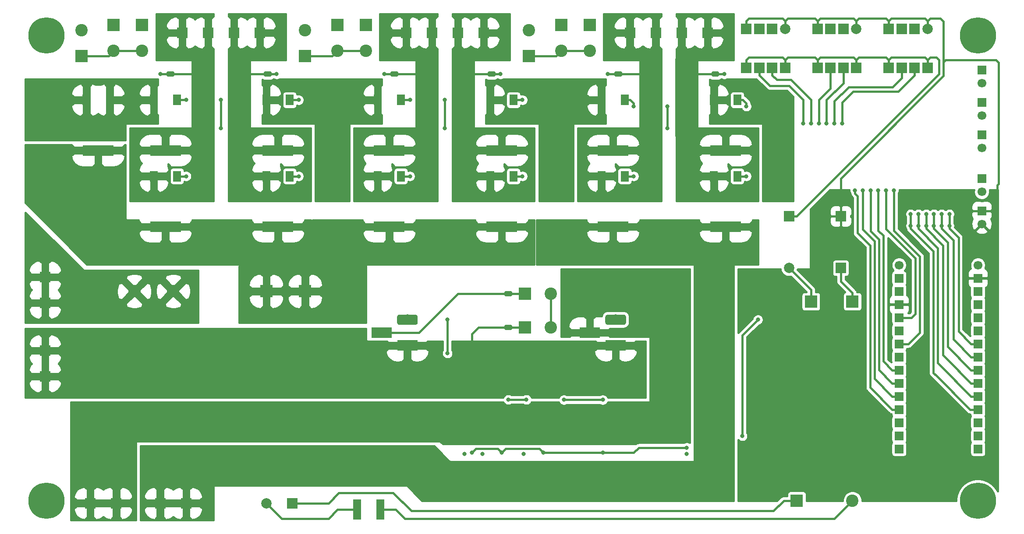
<source format=gbr>
G04 #@! TF.GenerationSoftware,KiCad,Pcbnew,(5.1.4)-1*
G04 #@! TF.CreationDate,2020-08-16T22:28:13+03:00*
G04 #@! TF.ProjectId,UAH_0,5541485f-302e-46b6-9963-61645f706362,rev?*
G04 #@! TF.SameCoordinates,Original*
G04 #@! TF.FileFunction,Copper,L1,Top*
G04 #@! TF.FilePolarity,Positive*
%FSLAX46Y46*%
G04 Gerber Fmt 4.6, Leading zero omitted, Abs format (unit mm)*
G04 Created by KiCad (PCBNEW (5.1.4)-1) date 2020-08-16 22:28:13*
%MOMM*%
%LPD*%
G04 APERTURE LIST*
%ADD10C,0.100000*%
%ADD11R,1.700000X1.700000*%
%ADD12C,1.700000*%
%ADD13R,1.500000X4.000000*%
%ADD14O,0.500000X1.000000*%
%ADD15R,4.000000X2.000000*%
%ADD16C,2.000000*%
%ADD17R,6.000000X2.000000*%
%ADD18R,1.500000X2.000000*%
%ADD19R,2.400000X2.400000*%
%ADD20C,2.400000*%
%ADD21R,2.000000X2.000000*%
%ADD22C,7.000000*%
%ADD23C,0.800000*%
%ADD24C,1.200000*%
%ADD25C,0.450000*%
%ADD26C,4.500000*%
%ADD27C,0.400000*%
G04 APERTURE END LIST*
D10*
G36*
X144750000Y-112000000D02*
G01*
X143750000Y-112000000D01*
X143750000Y-111000000D01*
X144750000Y-111000000D01*
X144750000Y-112000000D01*
G37*
G36*
X143750000Y-104500000D02*
G01*
X144750000Y-104500000D01*
X144750000Y-105500000D01*
X143750000Y-105500000D01*
X143750000Y-104500000D01*
G37*
G36*
X141500000Y-63000000D02*
G01*
X140500000Y-63000000D01*
X140500000Y-62000000D01*
X141500000Y-62000000D01*
X141500000Y-63000000D01*
G37*
G36*
X184750000Y-63000000D02*
G01*
X183750000Y-63000000D01*
X183750000Y-62000000D01*
X184750000Y-62000000D01*
X184750000Y-63000000D01*
G37*
G36*
X166000000Y-63000000D02*
G01*
X165000000Y-63000000D01*
X165000000Y-62000000D01*
X166000000Y-62000000D01*
X166000000Y-63000000D01*
G37*
G36*
X122750000Y-63000000D02*
G01*
X121750000Y-63000000D01*
X121750000Y-62000000D01*
X122750000Y-62000000D01*
X122750000Y-63000000D01*
G37*
G36*
X98250000Y-63000000D02*
G01*
X97250000Y-63000000D01*
X97250000Y-62000000D01*
X98250000Y-62000000D01*
X98250000Y-63000000D01*
G37*
G36*
X79500000Y-63000000D02*
G01*
X78500000Y-63000000D01*
X78500000Y-62000000D01*
X79500000Y-62000000D01*
X79500000Y-63000000D01*
G37*
D11*
X235750000Y-67960000D03*
D12*
X235750000Y-70500000D03*
D11*
X235750000Y-61710000D03*
D12*
X235750000Y-64250000D03*
D11*
X235750000Y-74210000D03*
D12*
X235750000Y-76750000D03*
D11*
X235750000Y-88960000D03*
D12*
X235750000Y-91500000D03*
D11*
X235750000Y-82750000D03*
D12*
X235750000Y-85290000D03*
D13*
X119500000Y-146750000D03*
X115000000Y-146750000D03*
D14*
X143750000Y-111500000D03*
X144750000Y-111500000D03*
X144750000Y-105000000D03*
X143750000Y-105000000D03*
D15*
X165000000Y-115000000D03*
X160000000Y-112500000D03*
D10*
G36*
X166549009Y-109002408D02*
G01*
X166597545Y-109009607D01*
X166645142Y-109021530D01*
X166691342Y-109038060D01*
X166735698Y-109059039D01*
X166777785Y-109084265D01*
X166817197Y-109113495D01*
X166853553Y-109146447D01*
X166886505Y-109182803D01*
X166915735Y-109222215D01*
X166940961Y-109264302D01*
X166961940Y-109308658D01*
X166978470Y-109354858D01*
X166990393Y-109402455D01*
X166997592Y-109450991D01*
X167000000Y-109500000D01*
X167000000Y-110500000D01*
X166997592Y-110549009D01*
X166990393Y-110597545D01*
X166978470Y-110645142D01*
X166961940Y-110691342D01*
X166940961Y-110735698D01*
X166915735Y-110777785D01*
X166886505Y-110817197D01*
X166853553Y-110853553D01*
X166817197Y-110886505D01*
X166777785Y-110915735D01*
X166735698Y-110940961D01*
X166691342Y-110961940D01*
X166645142Y-110978470D01*
X166597545Y-110990393D01*
X166549009Y-110997592D01*
X166500000Y-111000000D01*
X163500000Y-111000000D01*
X163450991Y-110997592D01*
X163402455Y-110990393D01*
X163354858Y-110978470D01*
X163308658Y-110961940D01*
X163264302Y-110940961D01*
X163222215Y-110915735D01*
X163182803Y-110886505D01*
X163146447Y-110853553D01*
X163113495Y-110817197D01*
X163084265Y-110777785D01*
X163059039Y-110735698D01*
X163038060Y-110691342D01*
X163021530Y-110645142D01*
X163009607Y-110597545D01*
X163002408Y-110549009D01*
X163000000Y-110500000D01*
X163000000Y-109500000D01*
X163002408Y-109450991D01*
X163009607Y-109402455D01*
X163021530Y-109354858D01*
X163038060Y-109308658D01*
X163059039Y-109264302D01*
X163084265Y-109222215D01*
X163113495Y-109182803D01*
X163146447Y-109146447D01*
X163182803Y-109113495D01*
X163222215Y-109084265D01*
X163264302Y-109059039D01*
X163308658Y-109038060D01*
X163354858Y-109021530D01*
X163402455Y-109009607D01*
X163450991Y-109002408D01*
X163500000Y-109000000D01*
X166500000Y-109000000D01*
X166549009Y-109002408D01*
X166549009Y-109002408D01*
G37*
D16*
X165000000Y-110000000D03*
D12*
X219760000Y-99440000D03*
X235000000Y-99440000D03*
D11*
X219760000Y-101980000D03*
X235000000Y-101980000D03*
X219760000Y-104520000D03*
X235000000Y-104520000D03*
X219760000Y-107060000D03*
X235000000Y-107060000D03*
X219760000Y-109600000D03*
X235000000Y-109600000D03*
X219760000Y-112140000D03*
X235000000Y-112140000D03*
X219760000Y-114680000D03*
X235000000Y-114680000D03*
X219760000Y-117220000D03*
X235000000Y-117220000D03*
X219760000Y-119760000D03*
X235000000Y-119760000D03*
X219760000Y-122300000D03*
X235000000Y-122300000D03*
X219760000Y-124840000D03*
X235000000Y-124840000D03*
X219760000Y-127380000D03*
X235000000Y-127380000D03*
X219760000Y-129920000D03*
X235000000Y-129920000D03*
X219760000Y-132460000D03*
X235000000Y-132460000D03*
X219760000Y-135000000D03*
X235000000Y-135000000D03*
D15*
X124750000Y-115000000D03*
X119750000Y-112500000D03*
D10*
G36*
X126299009Y-109002408D02*
G01*
X126347545Y-109009607D01*
X126395142Y-109021530D01*
X126441342Y-109038060D01*
X126485698Y-109059039D01*
X126527785Y-109084265D01*
X126567197Y-109113495D01*
X126603553Y-109146447D01*
X126636505Y-109182803D01*
X126665735Y-109222215D01*
X126690961Y-109264302D01*
X126711940Y-109308658D01*
X126728470Y-109354858D01*
X126740393Y-109402455D01*
X126747592Y-109450991D01*
X126750000Y-109500000D01*
X126750000Y-110500000D01*
X126747592Y-110549009D01*
X126740393Y-110597545D01*
X126728470Y-110645142D01*
X126711940Y-110691342D01*
X126690961Y-110735698D01*
X126665735Y-110777785D01*
X126636505Y-110817197D01*
X126603553Y-110853553D01*
X126567197Y-110886505D01*
X126527785Y-110915735D01*
X126485698Y-110940961D01*
X126441342Y-110961940D01*
X126395142Y-110978470D01*
X126347545Y-110990393D01*
X126299009Y-110997592D01*
X126250000Y-111000000D01*
X123250000Y-111000000D01*
X123200991Y-110997592D01*
X123152455Y-110990393D01*
X123104858Y-110978470D01*
X123058658Y-110961940D01*
X123014302Y-110940961D01*
X122972215Y-110915735D01*
X122932803Y-110886505D01*
X122896447Y-110853553D01*
X122863495Y-110817197D01*
X122834265Y-110777785D01*
X122809039Y-110735698D01*
X122788060Y-110691342D01*
X122771530Y-110645142D01*
X122759607Y-110597545D01*
X122752408Y-110549009D01*
X122750000Y-110500000D01*
X122750000Y-109500000D01*
X122752408Y-109450991D01*
X122759607Y-109402455D01*
X122771530Y-109354858D01*
X122788060Y-109308658D01*
X122809039Y-109264302D01*
X122834265Y-109222215D01*
X122863495Y-109182803D01*
X122896447Y-109146447D01*
X122932803Y-109113495D01*
X122972215Y-109084265D01*
X123014302Y-109059039D01*
X123058658Y-109038060D01*
X123104858Y-109021530D01*
X123152455Y-109009607D01*
X123200991Y-109002408D01*
X123250000Y-109000000D01*
X126250000Y-109000000D01*
X126299009Y-109002408D01*
X126299009Y-109002408D01*
G37*
D16*
X124750000Y-110000000D03*
D14*
X140500000Y-62500000D03*
X141500000Y-62500000D03*
D17*
X65000000Y-77250000D03*
D18*
X67250000Y-67500000D03*
X62750000Y-67500000D03*
D14*
X183750000Y-62500000D03*
X184750000Y-62500000D03*
X165000000Y-62500000D03*
X166000000Y-62500000D03*
X121750000Y-62500000D03*
X122750000Y-62500000D03*
X97250000Y-62500000D03*
X98250000Y-62500000D03*
X78500000Y-62500000D03*
X79500000Y-62500000D03*
D19*
X105000000Y-104500000D03*
D20*
X72000000Y-104500000D03*
X79500000Y-104500000D03*
D19*
X97500000Y-104500000D03*
D20*
X152500000Y-105000000D03*
D19*
X147500000Y-105000000D03*
D20*
X154500000Y-58000000D03*
D19*
X154500000Y-53000000D03*
D20*
X148250000Y-54000000D03*
D19*
X148250000Y-59000000D03*
D20*
X111250000Y-58000000D03*
D19*
X111250000Y-53000000D03*
D20*
X105000000Y-54000000D03*
D19*
X105000000Y-59000000D03*
D20*
X68000000Y-58000000D03*
D19*
X68000000Y-53000000D03*
D20*
X61750000Y-54000000D03*
D19*
X61750000Y-59000000D03*
D20*
X160000000Y-58000000D03*
D19*
X160000000Y-53000000D03*
D20*
X116750000Y-58000000D03*
D19*
X116750000Y-53000000D03*
D20*
X73500000Y-58000000D03*
D19*
X73500000Y-53000000D03*
D20*
X152500000Y-111500000D03*
D19*
X147500000Y-111500000D03*
X202750000Y-106500000D03*
X210750000Y-106500000D03*
X200000000Y-145000000D03*
D20*
X210750000Y-145000000D03*
D21*
X68500000Y-145500000D03*
X63500000Y-145500000D03*
X82000000Y-145500000D03*
X77000000Y-145500000D03*
D22*
X235000000Y-145000000D03*
X55000000Y-55000000D03*
X235000000Y-55000000D03*
X55000000Y-145000000D03*
D17*
X164500000Y-77250000D03*
D18*
X166750000Y-67500000D03*
X162250000Y-67500000D03*
D17*
X164500000Y-92000000D03*
D18*
X166750000Y-82250000D03*
X162250000Y-82250000D03*
D17*
X186250000Y-77250000D03*
D18*
X188500000Y-67500000D03*
X184000000Y-67500000D03*
D17*
X186250000Y-92000000D03*
D18*
X188500000Y-82250000D03*
X184000000Y-82250000D03*
D17*
X121250000Y-77250000D03*
D18*
X123500000Y-67500000D03*
X119000000Y-67500000D03*
D17*
X121250000Y-92000000D03*
D18*
X123500000Y-82250000D03*
X119000000Y-82250000D03*
D17*
X143000000Y-77250000D03*
D18*
X145250000Y-67500000D03*
X140750000Y-67500000D03*
D17*
X143000000Y-92000000D03*
D18*
X145250000Y-82250000D03*
X140750000Y-82250000D03*
D16*
X197750000Y-53750000D03*
D21*
X195250000Y-53750000D03*
X192750000Y-53750000D03*
X190250000Y-53750000D03*
X190250000Y-61250000D03*
X192750000Y-61250000D03*
X195250000Y-61250000D03*
X197750000Y-61250000D03*
D16*
X211500000Y-53750000D03*
D21*
X209000000Y-53750000D03*
X206500000Y-53750000D03*
X204000000Y-53750000D03*
X204000000Y-61250000D03*
X206500000Y-61250000D03*
X209000000Y-61250000D03*
X211500000Y-61250000D03*
D16*
X225250000Y-53750000D03*
D21*
X222750000Y-53750000D03*
X220250000Y-53750000D03*
X217750000Y-53750000D03*
X217750000Y-61250000D03*
X220250000Y-61250000D03*
X222750000Y-61250000D03*
X225250000Y-61250000D03*
X177750000Y-54500000D03*
X182750000Y-54500000D03*
X167750000Y-54500000D03*
X172750000Y-54500000D03*
X134500000Y-54500000D03*
X139500000Y-54500000D03*
X124500000Y-54500000D03*
X129500000Y-54500000D03*
X81250000Y-54500000D03*
X86250000Y-54500000D03*
X91250000Y-54500000D03*
X96250000Y-54500000D03*
D17*
X78000000Y-77250000D03*
D18*
X80250000Y-67500000D03*
X75750000Y-67500000D03*
D17*
X78000000Y-92000000D03*
D18*
X80250000Y-82250000D03*
X75750000Y-82250000D03*
D17*
X99750000Y-77250000D03*
D18*
X102000000Y-67500000D03*
X97500000Y-67500000D03*
D17*
X99750000Y-92000000D03*
D18*
X102000000Y-82250000D03*
X97500000Y-82250000D03*
D21*
X54750000Y-121000000D03*
X54750000Y-116000000D03*
X54750000Y-106750000D03*
X54750000Y-101750000D03*
X102500000Y-145500000D03*
D16*
X97500000Y-145500000D03*
X198500000Y-100000000D03*
D21*
X208500000Y-100000000D03*
X208500000Y-90000000D03*
X198500000Y-90000000D03*
D23*
X194000000Y-132475000D03*
X198500000Y-132475000D03*
X203500000Y-132475000D03*
X198500000Y-125475000D03*
X194000000Y-125475000D03*
X207500000Y-124975000D03*
X210000000Y-122475000D03*
X212500000Y-119975000D03*
X198500000Y-127975000D03*
X203500000Y-127975000D03*
X194000000Y-127975000D03*
X225000000Y-117250000D03*
X218000000Y-95250000D03*
X194000000Y-122725000D03*
X225000000Y-102600000D03*
X231750000Y-127250000D03*
X212250000Y-96750000D03*
X203500000Y-124475000D03*
X189500000Y-136000000D03*
X178750000Y-136000000D03*
X147250000Y-136000000D03*
X139250000Y-136000000D03*
X144250000Y-125475000D03*
X135750000Y-136000000D03*
X225000000Y-112250000D03*
X147750000Y-125475000D03*
X143000000Y-135750000D03*
X151000000Y-135750000D03*
X178750000Y-134750000D03*
X189500000Y-132500000D03*
X192500000Y-110000000D03*
X155000000Y-125500000D03*
X137250000Y-135750000D03*
X162500000Y-135750000D03*
X162500000Y-125500000D03*
X170000000Y-119750000D03*
D24*
X195250000Y-80250000D03*
X195250000Y-82750000D03*
X198250000Y-82750000D03*
X195250000Y-77750000D03*
X198250000Y-80250000D03*
X198250000Y-77750000D03*
X198250000Y-75250000D03*
X195250000Y-75250000D03*
X198250000Y-85250000D03*
X195250000Y-85250000D03*
X152000000Y-80250000D03*
X152000000Y-82750000D03*
X155000000Y-82750000D03*
X152000000Y-77750000D03*
X155000000Y-80250000D03*
X155000000Y-77750000D03*
X155000000Y-75250000D03*
X152000000Y-75250000D03*
X155000000Y-85250000D03*
X152000000Y-85250000D03*
X111750000Y-75250000D03*
X111750000Y-85250000D03*
X111750000Y-80250000D03*
X108750000Y-85250000D03*
X108750000Y-75250000D03*
X111750000Y-77750000D03*
X108750000Y-80250000D03*
X111750000Y-82750000D03*
X108750000Y-82750000D03*
X108750000Y-77750000D03*
X54500000Y-72500000D03*
X57000000Y-72500000D03*
X59500000Y-72500000D03*
X53250000Y-70500000D03*
X55750000Y-70500000D03*
X59500000Y-74250000D03*
X57000000Y-74250000D03*
X54500000Y-74250000D03*
X52000000Y-74250000D03*
X52000000Y-72500000D03*
D23*
X103750000Y-82250000D03*
X82000000Y-67500000D03*
X88750000Y-67500000D03*
X88750000Y-73000000D03*
X207250000Y-72000000D03*
X82000000Y-82250000D03*
X103750000Y-67500000D03*
X208750000Y-72000000D03*
X147000000Y-82250000D03*
X125250000Y-67500000D03*
X132000000Y-67500000D03*
X132000000Y-73000000D03*
X204250000Y-72000000D03*
X125250000Y-82250000D03*
X147000000Y-67500000D03*
X205750000Y-72000000D03*
X190250000Y-82250000D03*
X168500000Y-68750000D03*
X175000000Y-68750000D03*
X175000000Y-73000000D03*
X201250000Y-72000000D03*
X190250000Y-68750000D03*
X168500000Y-82250000D03*
X202750000Y-72000000D03*
X120250000Y-62500000D03*
X228000000Y-89550000D03*
X228000000Y-91825000D03*
X225000000Y-89550000D03*
X225000000Y-91825000D03*
X222000000Y-89550000D03*
X222000000Y-91825000D03*
X229500000Y-89550000D03*
X229500000Y-91825000D03*
X226500000Y-89550000D03*
X226500000Y-91825000D03*
X223500000Y-89550000D03*
X223500000Y-91825000D03*
X99500000Y-62500000D03*
X142750000Y-62500000D03*
X186000000Y-62500000D03*
X77000000Y-62500000D03*
X163500000Y-62500000D03*
X132500000Y-110000000D03*
X132500000Y-116500000D03*
X217250000Y-85000000D03*
X218750000Y-85000000D03*
X214250000Y-85000000D03*
X215750000Y-85000000D03*
X211250000Y-85000000D03*
X212750000Y-85000000D03*
D25*
X224750000Y-51750000D02*
X225250000Y-52250000D01*
X218250000Y-51750000D02*
X224750000Y-51750000D01*
X225250000Y-52250000D02*
X225250000Y-53750000D01*
X217750000Y-52250000D02*
X218250000Y-51750000D01*
X217750000Y-53750000D02*
X217750000Y-52250000D01*
X211000000Y-51750000D02*
X211500000Y-52250000D01*
X204500000Y-51750000D02*
X211000000Y-51750000D01*
X211500000Y-52250000D02*
X211500000Y-53750000D01*
X204000000Y-52250000D02*
X204500000Y-51750000D01*
X204000000Y-53750000D02*
X204000000Y-52250000D01*
X190250000Y-53750000D02*
X190250000Y-52250000D01*
X190250000Y-52250000D02*
X190750000Y-51750000D01*
X190750000Y-51750000D02*
X197250000Y-51750000D01*
X197750000Y-52250000D02*
X197750000Y-53750000D01*
X197250000Y-51750000D02*
X197750000Y-52250000D01*
X217250000Y-51750000D02*
X217750000Y-52250000D01*
X211500000Y-52250000D02*
X212000000Y-51750000D01*
X212000000Y-51750000D02*
X217250000Y-51750000D01*
X203500000Y-51750000D02*
X204000000Y-52250000D01*
X197750000Y-52250000D02*
X198250000Y-51750000D01*
X198250000Y-51750000D02*
X203500000Y-51750000D01*
X225250000Y-52250000D02*
X225750000Y-51750000D01*
X225750000Y-51750000D02*
X227500000Y-51750000D01*
X227500000Y-51750000D02*
X227750000Y-51750000D01*
X228350010Y-52350010D02*
X228350010Y-59397915D01*
X227750000Y-51750000D02*
X228350010Y-52350010D01*
X228350010Y-59397915D02*
X228350010Y-60100010D01*
X238500000Y-59750000D02*
X239000000Y-60250000D01*
X228750000Y-59750000D02*
X238500000Y-59750000D01*
X228399990Y-60100010D02*
X228750000Y-59750000D01*
X228350010Y-60100010D02*
X228399990Y-60100010D01*
X228350010Y-62852085D02*
X208500000Y-82702095D01*
X228350010Y-61899990D02*
X228350010Y-62852085D01*
X228350010Y-61899990D02*
X228350010Y-62500000D01*
X228350010Y-60100010D02*
X228350010Y-61899990D01*
X208500000Y-82702095D02*
X208500000Y-90000000D01*
X239000000Y-82500000D02*
X239000000Y-83750000D01*
X239000000Y-82500000D02*
X239000000Y-82750000D01*
X239000000Y-60250000D02*
X239000000Y-82500000D01*
X239000000Y-83750000D02*
X238750000Y-84000000D01*
X238750000Y-84000000D02*
X238750000Y-85500000D01*
X144250000Y-125475000D02*
X147750000Y-125475000D01*
X224750000Y-59250000D02*
X225250000Y-59750000D01*
X218250000Y-59250000D02*
X224750000Y-59250000D01*
X225250000Y-59750000D02*
X225250000Y-61250000D01*
X217750000Y-59750000D02*
X218250000Y-59250000D01*
X217750000Y-61250000D02*
X217750000Y-59750000D01*
X211000000Y-59250000D02*
X211500000Y-59750000D01*
X204500000Y-59250000D02*
X211000000Y-59250000D01*
X211500000Y-59750000D02*
X211500000Y-61250000D01*
X204000000Y-59750000D02*
X204500000Y-59250000D01*
X204000000Y-61250000D02*
X204000000Y-59750000D01*
X197250000Y-59250000D02*
X197750000Y-59750000D01*
X190750000Y-59250000D02*
X197250000Y-59250000D01*
X197750000Y-59750000D02*
X197750000Y-61250000D01*
X190250000Y-59750000D02*
X190750000Y-59250000D01*
X190250000Y-61250000D02*
X190250000Y-59750000D01*
X203500000Y-59250000D02*
X204000000Y-59750000D01*
X197750000Y-59750000D02*
X198250000Y-59250000D01*
X198250000Y-59250000D02*
X203500000Y-59250000D01*
X217250000Y-59250000D02*
X217750000Y-59750000D01*
X211500000Y-59750000D02*
X212000000Y-59250000D01*
X212000000Y-59250000D02*
X217250000Y-59250000D01*
X200000000Y-90000000D02*
X198500000Y-90000000D01*
X227500000Y-62500000D02*
X200000000Y-90000000D01*
X227500000Y-59750000D02*
X227500000Y-62500000D01*
X227000000Y-59250000D02*
X227500000Y-59750000D01*
X225250000Y-59750000D02*
X225750000Y-59250000D01*
X225750000Y-59250000D02*
X227000000Y-59250000D01*
X189500000Y-132500000D02*
X189500000Y-131934315D01*
X189500000Y-131934315D02*
X189500000Y-113000000D01*
X189500000Y-113000000D02*
X192500000Y-110000000D01*
X155000000Y-125500000D02*
X162500000Y-125500000D01*
X151000000Y-135750000D02*
X162500000Y-135750000D01*
X168500000Y-135750000D02*
X169500000Y-134750000D01*
X162500000Y-135750000D02*
X168500000Y-135750000D01*
X169500000Y-134750000D02*
X178750000Y-134750000D01*
X143775001Y-134974999D02*
X143000000Y-135750000D01*
X150224999Y-134974999D02*
X143775001Y-134974999D01*
X151000000Y-135750000D02*
X150224999Y-134974999D01*
X142224999Y-134974999D02*
X143000000Y-135750000D01*
X138025001Y-134974999D02*
X142224999Y-134974999D01*
X137250000Y-135750000D02*
X138025001Y-134974999D01*
X197500000Y-145000000D02*
X200000000Y-145000000D01*
X102500000Y-145500000D02*
X109500000Y-145500000D01*
X109500000Y-145500000D02*
X111500000Y-143500000D01*
X111500000Y-143500000D02*
X122000000Y-143500000D01*
X122000000Y-143500000D02*
X125500000Y-147000000D01*
X125500000Y-147000000D02*
X195500000Y-147000000D01*
X195500000Y-147000000D02*
X197500000Y-145000000D01*
X97500000Y-145500000D02*
X100500000Y-148500000D01*
X100500000Y-148500000D02*
X109500000Y-148500000D01*
X111250000Y-146750000D02*
X115000000Y-146750000D01*
X109500000Y-148500000D02*
X111250000Y-146750000D01*
X138500000Y-111500000D02*
X137250000Y-112750000D01*
X138500000Y-111500000D02*
X143750000Y-111500000D01*
X137250000Y-112750000D02*
X137250000Y-115500000D01*
X143750000Y-105000000D02*
X134500000Y-105000000D01*
X127000000Y-112500000D02*
X119750000Y-112500000D01*
X127000000Y-112500000D02*
X134500000Y-105000000D01*
X97250000Y-62500000D02*
X92875010Y-62500000D01*
D26*
X92250000Y-66000000D02*
X92250000Y-74250000D01*
X92250000Y-66000000D02*
X92250000Y-59750000D01*
D25*
X79500000Y-62500000D02*
X85500000Y-62500000D01*
D26*
X85250000Y-66250000D02*
X85250000Y-60000000D01*
D25*
X85250000Y-66250000D02*
X85250000Y-73500000D01*
D26*
X85250000Y-66000000D02*
X85250000Y-74250000D01*
D25*
X85250000Y-66000000D02*
X85250000Y-66250000D01*
X85250000Y-59500000D02*
X85250000Y-66000000D01*
X122750000Y-62500000D02*
X128750000Y-62500000D01*
D26*
X128500000Y-66250000D02*
X128500000Y-60000000D01*
D25*
X128500000Y-66250000D02*
X128500000Y-73500000D01*
D26*
X128500000Y-66000000D02*
X128500000Y-74250000D01*
D25*
X128500000Y-66000000D02*
X128500000Y-66250000D01*
X128500000Y-59500000D02*
X128500000Y-66000000D01*
X140500000Y-62500000D02*
X136125010Y-62500000D01*
D26*
X135500000Y-66000000D02*
X135500000Y-74250000D01*
X135500000Y-66000000D02*
X135500000Y-59750000D01*
D25*
X166000000Y-62500000D02*
X172000000Y-62500000D01*
D26*
X171750000Y-66000000D02*
X171750000Y-74250000D01*
D25*
X171750000Y-66000000D02*
X171750000Y-66250000D01*
D26*
X171750000Y-66250000D02*
X171750000Y-60000000D01*
D25*
X171750000Y-66250000D02*
X171750000Y-73500000D01*
X171750000Y-59500000D02*
X171750000Y-66000000D01*
X183750000Y-62500000D02*
X179375010Y-62500000D01*
D26*
X178750000Y-66000000D02*
X178750000Y-74250000D01*
X178750000Y-66000000D02*
X178750000Y-59750000D01*
D25*
X102000000Y-82250000D02*
X103750000Y-82250000D01*
X80250000Y-67500000D02*
X82000000Y-67500000D01*
X88750000Y-73000000D02*
X88750000Y-67500000D01*
X207250000Y-67750000D02*
X207250000Y-72000000D01*
X210000000Y-65000000D02*
X207250000Y-67750000D01*
X218500000Y-65000000D02*
X210000000Y-65000000D01*
X220250000Y-61250000D02*
X220250000Y-63250000D01*
X220250000Y-63250000D02*
X218500000Y-65000000D01*
X80250000Y-82250000D02*
X82000000Y-82250000D01*
X102000000Y-67500000D02*
X103750000Y-67500000D01*
X208750000Y-68000000D02*
X208750000Y-72000000D01*
X210899990Y-65850010D02*
X208750000Y-68000000D01*
X219599990Y-65850010D02*
X210899990Y-65850010D01*
X222750000Y-61250000D02*
X222750000Y-62700000D01*
X222750000Y-62700000D02*
X219599990Y-65850010D01*
X145250000Y-82250000D02*
X147000000Y-82250000D01*
X123500000Y-67500000D02*
X125250000Y-67500000D01*
X132000000Y-67500000D02*
X132000000Y-73000000D01*
X206500000Y-61250000D02*
X206500000Y-65250000D01*
X204250000Y-67500000D02*
X204250000Y-72000000D01*
X206500000Y-65250000D02*
X204250000Y-67500000D01*
X123500000Y-82250000D02*
X125250000Y-82250000D01*
X145250000Y-67500000D02*
X147000000Y-67500000D01*
X209000000Y-61250000D02*
X209000000Y-64250000D01*
X205750000Y-67500000D02*
X205750000Y-72000000D01*
X209000000Y-64250000D02*
X205750000Y-67500000D01*
X188500000Y-82250000D02*
X190250000Y-82250000D01*
X168500000Y-68184315D02*
X167815685Y-67500000D01*
X168500000Y-68750000D02*
X168500000Y-68184315D01*
X167815685Y-67500000D02*
X166750000Y-67500000D01*
X175000000Y-68750000D02*
X175000000Y-73000000D01*
X192750000Y-62700000D02*
X192750000Y-61250000D01*
X194800000Y-64750000D02*
X192750000Y-62700000D01*
X198500000Y-64750000D02*
X194800000Y-64750000D01*
X201250000Y-67500000D02*
X198500000Y-64750000D01*
X201250000Y-72000000D02*
X201250000Y-67500000D01*
X190250000Y-68750000D02*
X190250000Y-68184315D01*
X189565685Y-67500000D02*
X188500000Y-67500000D01*
X190250000Y-68184315D02*
X189565685Y-67500000D01*
X166750000Y-82250000D02*
X168500000Y-82250000D01*
X195250000Y-61250000D02*
X195250000Y-62700000D01*
X202750000Y-72000000D02*
X202750000Y-67500000D01*
X198850000Y-63600000D02*
X196150000Y-63600000D01*
X202750000Y-67500000D02*
X198850000Y-63600000D01*
X195250000Y-62700000D02*
X196150000Y-63600000D01*
X120250000Y-62500000D02*
X121750000Y-62500000D01*
X228000000Y-89550000D02*
X228000000Y-91825000D01*
X233700000Y-117220000D02*
X235000000Y-117220000D01*
X230250000Y-113770000D02*
X230615000Y-114135000D01*
X230250000Y-94640685D02*
X230250000Y-113770000D01*
X228000000Y-92390685D02*
X230250000Y-94640685D01*
X228000000Y-91825000D02*
X228000000Y-92390685D01*
X230399990Y-113919990D02*
X230615000Y-114135000D01*
X230615000Y-114135000D02*
X233700000Y-117220000D01*
X225000000Y-89550000D02*
X225000000Y-91825000D01*
X233700000Y-122300000D02*
X235000000Y-122300000D01*
X228250000Y-116850000D02*
X229075000Y-117675000D01*
X228250000Y-95640685D02*
X228250000Y-116850000D01*
X225000000Y-92390685D02*
X228250000Y-95640685D01*
X225000000Y-91825000D02*
X225000000Y-92390685D01*
X228349990Y-116949990D02*
X229075000Y-117675000D01*
X229075000Y-117675000D02*
X233700000Y-122300000D01*
X222000000Y-89550000D02*
X222000000Y-91825000D01*
X233700000Y-127380000D02*
X235000000Y-127380000D01*
X233497002Y-127380000D02*
X233700000Y-127380000D01*
X226399990Y-120282988D02*
X226933501Y-120816499D01*
X226399990Y-96790675D02*
X226399990Y-120282988D01*
X222000000Y-92390685D02*
X226399990Y-96790675D01*
X222000000Y-91825000D02*
X222000000Y-92390685D01*
X226549990Y-120432988D02*
X226933501Y-120816499D01*
X226933501Y-120816499D02*
X233497002Y-127380000D01*
X229500000Y-89550000D02*
X229500000Y-91825000D01*
X233700000Y-114680000D02*
X235000000Y-114680000D01*
X231250000Y-112230000D02*
X233700000Y-114680000D01*
X231250000Y-94140686D02*
X231250000Y-112230000D01*
X229500000Y-92390685D02*
X231250000Y-94140686D01*
X229500000Y-91825000D02*
X229500000Y-92390685D01*
X226500000Y-89550000D02*
X226500000Y-91825000D01*
X233700000Y-119760000D02*
X235000000Y-119760000D01*
X229200000Y-115260000D02*
X233700000Y-119760000D01*
X229200000Y-95090685D02*
X229200000Y-115260000D01*
X226500000Y-92390685D02*
X229200000Y-95090685D01*
X226500000Y-91825000D02*
X226500000Y-92390685D01*
X223500000Y-89550000D02*
X223500000Y-91825000D01*
X233700000Y-124840000D02*
X235000000Y-124840000D01*
X227250000Y-118390000D02*
X227805000Y-118945000D01*
X227250000Y-96140685D02*
X227250000Y-118390000D01*
X223500000Y-92390685D02*
X227250000Y-96140685D01*
X223500000Y-91825000D02*
X223500000Y-92390685D01*
X227400000Y-118540000D02*
X227805000Y-118945000D01*
X227805000Y-118945000D02*
X233700000Y-124840000D01*
X152500000Y-109802944D02*
X152500000Y-105000000D01*
X152500000Y-111500000D02*
X152500000Y-109802944D01*
X67000000Y-59000000D02*
X68000000Y-58000000D01*
X61750000Y-59000000D02*
X67000000Y-59000000D01*
X68000000Y-58000000D02*
X73500000Y-58000000D01*
X110250000Y-59000000D02*
X111250000Y-58000000D01*
X105000000Y-59000000D02*
X110250000Y-59000000D01*
X111250000Y-58000000D02*
X116750000Y-58000000D01*
X148250000Y-59000000D02*
X153500000Y-59000000D01*
X153500000Y-59000000D02*
X154500000Y-58000000D01*
X154500000Y-58000000D02*
X160000000Y-58000000D01*
X99500000Y-62500000D02*
X98250000Y-62500000D01*
X142750000Y-62500000D02*
X141500000Y-62500000D01*
X186000000Y-62500000D02*
X184750000Y-62500000D01*
X77000000Y-62500000D02*
X78500000Y-62500000D01*
X163500000Y-62500000D02*
X165000000Y-62500000D01*
X144750000Y-111500000D02*
X147500000Y-111500000D01*
X144750000Y-105000000D02*
X147500000Y-105000000D01*
X210750000Y-104850000D02*
X208500000Y-102600000D01*
X210750000Y-106500000D02*
X210750000Y-104850000D01*
X208500000Y-102600000D02*
X208500000Y-100000000D01*
X202750000Y-104250000D02*
X198500000Y-100000000D01*
X202750000Y-106500000D02*
X202750000Y-104250000D01*
X122500000Y-146750000D02*
X119500000Y-146750000D01*
X124250000Y-148500000D02*
X122500000Y-146750000D01*
X207250000Y-148500000D02*
X124250000Y-148500000D01*
X210750000Y-145000000D02*
X207250000Y-148500000D01*
X132500000Y-110000000D02*
X132500000Y-116500000D01*
X217250000Y-85000000D02*
X217250000Y-88000000D01*
X217250000Y-92452094D02*
X222899990Y-98102084D01*
X217250000Y-88000000D02*
X217250000Y-92452094D01*
X222899990Y-103600010D02*
X222899990Y-108850010D01*
X222899990Y-103600010D02*
X222899990Y-104000000D01*
X222899990Y-98102084D02*
X222899990Y-103600010D01*
X222150000Y-109600000D02*
X219760000Y-109600000D01*
X222899990Y-108850010D02*
X222150000Y-109600000D01*
X218750000Y-85000000D02*
X218750000Y-90750000D01*
X218750000Y-90750000D02*
X218750000Y-92750000D01*
X218750000Y-92750000D02*
X223750000Y-97750000D01*
X223750000Y-103250000D02*
X223750000Y-112500000D01*
X223750000Y-103250000D02*
X223750000Y-104000000D01*
X223750000Y-97750000D02*
X223750000Y-103250000D01*
X221570000Y-114680000D02*
X219760000Y-114680000D01*
X223750000Y-112500000D02*
X221570000Y-114680000D01*
X218460000Y-122300000D02*
X219760000Y-122300000D01*
X215899990Y-119739990D02*
X218460000Y-122300000D01*
X215899990Y-94500000D02*
X215899990Y-119739990D01*
X214250000Y-92850010D02*
X215899990Y-94500000D01*
X214250000Y-85000000D02*
X214250000Y-92850010D01*
X218460000Y-119760000D02*
X219760000Y-119760000D01*
X216750000Y-118050000D02*
X218460000Y-119760000D01*
X216750000Y-93750000D02*
X216750000Y-118050000D01*
X215750000Y-92750000D02*
X216750000Y-93750000D01*
X215750000Y-85000000D02*
X215750000Y-92750000D01*
X218460000Y-127380000D02*
X219760000Y-127380000D01*
X211250000Y-85565685D02*
X211750000Y-86065685D01*
X211750000Y-86065685D02*
X211750000Y-93250000D01*
X211750000Y-93250000D02*
X214149990Y-95649990D01*
X211250000Y-85000000D02*
X211250000Y-85565685D01*
X214149990Y-95649990D02*
X214149990Y-123069990D01*
X214149990Y-123069990D02*
X218460000Y-127380000D01*
X212750000Y-85000000D02*
X212750000Y-87000000D01*
X212750000Y-92552105D02*
X215000000Y-94802105D01*
X212750000Y-87000000D02*
X212750000Y-92552105D01*
X215000000Y-94802105D02*
X215000000Y-97750000D01*
X218460000Y-124840000D02*
X219760000Y-124840000D01*
X215000000Y-121380000D02*
X218460000Y-124840000D01*
X215000000Y-119500000D02*
X215000000Y-121380000D01*
X215000000Y-119500000D02*
X215000000Y-120042095D01*
X215000000Y-97750000D02*
X215000000Y-119500000D01*
G36*
X76467113Y-63496962D02*
G01*
X76525000Y-63520940D01*
X76525000Y-64581250D01*
X76275000Y-64831250D01*
X76275000Y-66975000D01*
X76295000Y-66975000D01*
X76295000Y-68025000D01*
X76275000Y-68025000D01*
X76275000Y-70168750D01*
X76525000Y-70418750D01*
X76525000Y-72025000D01*
X70500000Y-72025000D01*
X70456105Y-72029323D01*
X70413896Y-72042127D01*
X70374997Y-72062919D01*
X70340901Y-72090901D01*
X70312919Y-72124997D01*
X70292127Y-72163896D01*
X70279323Y-72206105D01*
X70275000Y-72250000D01*
X70275000Y-75275000D01*
X50975000Y-75275000D01*
X50975000Y-68581250D01*
X59775000Y-68581250D01*
X59779810Y-68763447D01*
X59873866Y-69191522D01*
X60049628Y-69593023D01*
X60300342Y-69952520D01*
X60616373Y-70256197D01*
X60985576Y-70492384D01*
X61393763Y-70652005D01*
X61668750Y-70725000D01*
X62225000Y-70168750D01*
X62225000Y-68025000D01*
X60331250Y-68025000D01*
X59775000Y-68581250D01*
X50975000Y-68581250D01*
X50975000Y-66418750D01*
X59775000Y-66418750D01*
X60331250Y-66975000D01*
X62225000Y-66975000D01*
X62225000Y-64831250D01*
X63275000Y-64831250D01*
X63275000Y-66975000D01*
X63295000Y-66975000D01*
X63295000Y-68025000D01*
X63275000Y-68025000D01*
X63275000Y-70168750D01*
X63831250Y-70725000D01*
X64106237Y-70652005D01*
X64514424Y-70492384D01*
X64883627Y-70256197D01*
X65000000Y-70144373D01*
X65116373Y-70256197D01*
X65485576Y-70492384D01*
X65893763Y-70652005D01*
X66168750Y-70725000D01*
X66725000Y-70168750D01*
X66725000Y-68025000D01*
X67775000Y-68025000D01*
X67775000Y-70168750D01*
X68331250Y-70725000D01*
X68606237Y-70652005D01*
X69014424Y-70492384D01*
X69383627Y-70256197D01*
X69699658Y-69952520D01*
X69950372Y-69593023D01*
X70126134Y-69191522D01*
X70220190Y-68763447D01*
X70225000Y-68581250D01*
X72775000Y-68581250D01*
X72779810Y-68763447D01*
X72873866Y-69191522D01*
X73049628Y-69593023D01*
X73300342Y-69952520D01*
X73616373Y-70256197D01*
X73985576Y-70492384D01*
X74393763Y-70652005D01*
X74668750Y-70725000D01*
X75225000Y-70168750D01*
X75225000Y-68025000D01*
X73331250Y-68025000D01*
X72775000Y-68581250D01*
X70225000Y-68581250D01*
X69668750Y-68025000D01*
X67775000Y-68025000D01*
X66725000Y-68025000D01*
X66705000Y-68025000D01*
X66705000Y-66975000D01*
X66725000Y-66975000D01*
X66725000Y-64831250D01*
X67775000Y-64831250D01*
X67775000Y-66975000D01*
X69668750Y-66975000D01*
X70225000Y-66418750D01*
X72775000Y-66418750D01*
X73331250Y-66975000D01*
X75225000Y-66975000D01*
X75225000Y-64831250D01*
X74668750Y-64275000D01*
X74393763Y-64347995D01*
X73985576Y-64507616D01*
X73616373Y-64743803D01*
X73300342Y-65047480D01*
X73049628Y-65406977D01*
X72873866Y-65808478D01*
X72779810Y-66236553D01*
X72775000Y-66418750D01*
X70225000Y-66418750D01*
X70220190Y-66236553D01*
X70126134Y-65808478D01*
X69950372Y-65406977D01*
X69699658Y-65047480D01*
X69383627Y-64743803D01*
X69014424Y-64507616D01*
X68606237Y-64347995D01*
X68331250Y-64275000D01*
X67775000Y-64831250D01*
X66725000Y-64831250D01*
X66168750Y-64275000D01*
X65893763Y-64347995D01*
X65485576Y-64507616D01*
X65458402Y-64525000D01*
X64541598Y-64525000D01*
X64514424Y-64507616D01*
X64106237Y-64347995D01*
X63831250Y-64275000D01*
X63275000Y-64831250D01*
X62225000Y-64831250D01*
X61668750Y-64275000D01*
X61393763Y-64347995D01*
X60985576Y-64507616D01*
X60616373Y-64743803D01*
X60300342Y-65047480D01*
X60049628Y-65406977D01*
X59873866Y-65808478D01*
X59779810Y-66236553D01*
X59775000Y-66418750D01*
X50975000Y-66418750D01*
X50975000Y-63475000D01*
X76434245Y-63475000D01*
X76467113Y-63496962D01*
X76467113Y-63496962D01*
G37*
X76467113Y-63496962D02*
X76525000Y-63520940D01*
X76525000Y-64581250D01*
X76275000Y-64831250D01*
X76275000Y-66975000D01*
X76295000Y-66975000D01*
X76295000Y-68025000D01*
X76275000Y-68025000D01*
X76275000Y-70168750D01*
X76525000Y-70418750D01*
X76525000Y-72025000D01*
X70500000Y-72025000D01*
X70456105Y-72029323D01*
X70413896Y-72042127D01*
X70374997Y-72062919D01*
X70340901Y-72090901D01*
X70312919Y-72124997D01*
X70292127Y-72163896D01*
X70279323Y-72206105D01*
X70275000Y-72250000D01*
X70275000Y-75275000D01*
X50975000Y-75275000D01*
X50975000Y-68581250D01*
X59775000Y-68581250D01*
X59779810Y-68763447D01*
X59873866Y-69191522D01*
X60049628Y-69593023D01*
X60300342Y-69952520D01*
X60616373Y-70256197D01*
X60985576Y-70492384D01*
X61393763Y-70652005D01*
X61668750Y-70725000D01*
X62225000Y-70168750D01*
X62225000Y-68025000D01*
X60331250Y-68025000D01*
X59775000Y-68581250D01*
X50975000Y-68581250D01*
X50975000Y-66418750D01*
X59775000Y-66418750D01*
X60331250Y-66975000D01*
X62225000Y-66975000D01*
X62225000Y-64831250D01*
X63275000Y-64831250D01*
X63275000Y-66975000D01*
X63295000Y-66975000D01*
X63295000Y-68025000D01*
X63275000Y-68025000D01*
X63275000Y-70168750D01*
X63831250Y-70725000D01*
X64106237Y-70652005D01*
X64514424Y-70492384D01*
X64883627Y-70256197D01*
X65000000Y-70144373D01*
X65116373Y-70256197D01*
X65485576Y-70492384D01*
X65893763Y-70652005D01*
X66168750Y-70725000D01*
X66725000Y-70168750D01*
X66725000Y-68025000D01*
X67775000Y-68025000D01*
X67775000Y-70168750D01*
X68331250Y-70725000D01*
X68606237Y-70652005D01*
X69014424Y-70492384D01*
X69383627Y-70256197D01*
X69699658Y-69952520D01*
X69950372Y-69593023D01*
X70126134Y-69191522D01*
X70220190Y-68763447D01*
X70225000Y-68581250D01*
X72775000Y-68581250D01*
X72779810Y-68763447D01*
X72873866Y-69191522D01*
X73049628Y-69593023D01*
X73300342Y-69952520D01*
X73616373Y-70256197D01*
X73985576Y-70492384D01*
X74393763Y-70652005D01*
X74668750Y-70725000D01*
X75225000Y-70168750D01*
X75225000Y-68025000D01*
X73331250Y-68025000D01*
X72775000Y-68581250D01*
X70225000Y-68581250D01*
X69668750Y-68025000D01*
X67775000Y-68025000D01*
X66725000Y-68025000D01*
X66705000Y-68025000D01*
X66705000Y-66975000D01*
X66725000Y-66975000D01*
X66725000Y-64831250D01*
X67775000Y-64831250D01*
X67775000Y-66975000D01*
X69668750Y-66975000D01*
X70225000Y-66418750D01*
X72775000Y-66418750D01*
X73331250Y-66975000D01*
X75225000Y-66975000D01*
X75225000Y-64831250D01*
X74668750Y-64275000D01*
X74393763Y-64347995D01*
X73985576Y-64507616D01*
X73616373Y-64743803D01*
X73300342Y-65047480D01*
X73049628Y-65406977D01*
X72873866Y-65808478D01*
X72779810Y-66236553D01*
X72775000Y-66418750D01*
X70225000Y-66418750D01*
X70220190Y-66236553D01*
X70126134Y-65808478D01*
X69950372Y-65406977D01*
X69699658Y-65047480D01*
X69383627Y-64743803D01*
X69014424Y-64507616D01*
X68606237Y-64347995D01*
X68331250Y-64275000D01*
X67775000Y-64831250D01*
X66725000Y-64831250D01*
X66168750Y-64275000D01*
X65893763Y-64347995D01*
X65485576Y-64507616D01*
X65458402Y-64525000D01*
X64541598Y-64525000D01*
X64514424Y-64507616D01*
X64106237Y-64347995D01*
X63831250Y-64275000D01*
X63275000Y-64831250D01*
X62225000Y-64831250D01*
X61668750Y-64275000D01*
X61393763Y-64347995D01*
X60985576Y-64507616D01*
X60616373Y-64743803D01*
X60300342Y-65047480D01*
X60049628Y-65406977D01*
X59873866Y-65808478D01*
X59779810Y-66236553D01*
X59775000Y-66418750D01*
X50975000Y-66418750D01*
X50975000Y-63475000D01*
X76434245Y-63475000D01*
X76467113Y-63496962D01*
G36*
X87275000Y-87025000D02*
G01*
X71225000Y-87025000D01*
X71225000Y-83331250D01*
X72775000Y-83331250D01*
X72779810Y-83513447D01*
X72873866Y-83941522D01*
X73049628Y-84343023D01*
X73300342Y-84702520D01*
X73616373Y-85006197D01*
X73985576Y-85242384D01*
X74393763Y-85402005D01*
X74668750Y-85475000D01*
X75225000Y-84918750D01*
X75225000Y-82775000D01*
X76275000Y-82775000D01*
X76275000Y-84918750D01*
X76831250Y-85475000D01*
X77106237Y-85402005D01*
X77514424Y-85242384D01*
X77883627Y-85006197D01*
X78199658Y-84702520D01*
X78450372Y-84343023D01*
X78626134Y-83941522D01*
X78720190Y-83513447D01*
X78725000Y-83331250D01*
X78168750Y-82775000D01*
X76275000Y-82775000D01*
X75225000Y-82775000D01*
X73331250Y-82775000D01*
X72775000Y-83331250D01*
X71225000Y-83331250D01*
X71225000Y-78331250D01*
X72775000Y-78331250D01*
X72811609Y-78707815D01*
X72942974Y-79125953D01*
X73153389Y-79510427D01*
X73352104Y-79747742D01*
X73300342Y-79797480D01*
X73049628Y-80156977D01*
X72873866Y-80558478D01*
X72779810Y-80986553D01*
X72775000Y-81168750D01*
X73331250Y-81725000D01*
X75225000Y-81725000D01*
X75225000Y-81705000D01*
X76275000Y-81705000D01*
X76275000Y-81725000D01*
X78168750Y-81725000D01*
X78643750Y-81250000D01*
X78771493Y-81250000D01*
X78771493Y-83250000D01*
X78785491Y-83392125D01*
X78826947Y-83528788D01*
X78894269Y-83654737D01*
X78984868Y-83765132D01*
X79095263Y-83855731D01*
X79221212Y-83923053D01*
X79357875Y-83964509D01*
X79500000Y-83978507D01*
X81000000Y-83978507D01*
X81142125Y-83964509D01*
X81278788Y-83923053D01*
X81404737Y-83855731D01*
X81515132Y-83765132D01*
X81605731Y-83654737D01*
X81673053Y-83528788D01*
X81714509Y-83392125D01*
X81719520Y-83341249D01*
X81889197Y-83375000D01*
X82110803Y-83375000D01*
X82328150Y-83331767D01*
X82532887Y-83246962D01*
X82717145Y-83123844D01*
X82873844Y-82967145D01*
X82996962Y-82782887D01*
X83081767Y-82578150D01*
X83125000Y-82360803D01*
X83125000Y-82139197D01*
X83081767Y-81921850D01*
X82996962Y-81717113D01*
X82873844Y-81532855D01*
X82717145Y-81376156D01*
X82532887Y-81253038D01*
X82328150Y-81168233D01*
X82110803Y-81125000D01*
X81889197Y-81125000D01*
X81719520Y-81158751D01*
X81714509Y-81107875D01*
X81673053Y-80971212D01*
X81605731Y-80845263D01*
X81515132Y-80734868D01*
X81404737Y-80644269D01*
X81278788Y-80576947D01*
X81142125Y-80535491D01*
X81000000Y-80521493D01*
X79500000Y-80521493D01*
X79357875Y-80535491D01*
X79221212Y-80576947D01*
X79095263Y-80644269D01*
X78984868Y-80734868D01*
X78894269Y-80845263D01*
X78826947Y-80971212D01*
X78785491Y-81107875D01*
X78771493Y-81250000D01*
X78643750Y-81250000D01*
X78725000Y-81168750D01*
X78720190Y-80986553D01*
X78626134Y-80558478D01*
X78525002Y-80327458D01*
X78525002Y-79918752D01*
X79081250Y-80475000D01*
X80977915Y-80485657D01*
X81414495Y-80447008D01*
X81835145Y-80323929D01*
X82223702Y-80121150D01*
X82565232Y-79846464D01*
X82846611Y-79510427D01*
X83057026Y-79125953D01*
X83188391Y-78707815D01*
X83225000Y-78331250D01*
X82668750Y-77775000D01*
X78525000Y-77775000D01*
X78525000Y-77795000D01*
X77475000Y-77795000D01*
X77475000Y-77775000D01*
X73331250Y-77775000D01*
X72775000Y-78331250D01*
X71225000Y-78331250D01*
X71225000Y-76168750D01*
X72775000Y-76168750D01*
X73331250Y-76725000D01*
X77475000Y-76725000D01*
X77475000Y-74581250D01*
X78525000Y-74581250D01*
X78525000Y-76725000D01*
X82668750Y-76725000D01*
X83225000Y-76168750D01*
X83188391Y-75792185D01*
X83057026Y-75374047D01*
X82846611Y-74989573D01*
X82565232Y-74653536D01*
X82223702Y-74378850D01*
X81835145Y-74176071D01*
X81414495Y-74052992D01*
X80977915Y-74014343D01*
X79081250Y-74025000D01*
X78525000Y-74581250D01*
X77475000Y-74581250D01*
X76918750Y-74025000D01*
X75022085Y-74014343D01*
X74585505Y-74052992D01*
X74164855Y-74176071D01*
X73776298Y-74378850D01*
X73434768Y-74653536D01*
X73153389Y-74989573D01*
X72942974Y-75374047D01*
X72811609Y-75792185D01*
X72775000Y-76168750D01*
X71225000Y-76168750D01*
X71225000Y-72975000D01*
X87275000Y-72975000D01*
X87275000Y-87025000D01*
X87275000Y-87025000D01*
G37*
X87275000Y-87025000D02*
X71225000Y-87025000D01*
X71225000Y-83331250D01*
X72775000Y-83331250D01*
X72779810Y-83513447D01*
X72873866Y-83941522D01*
X73049628Y-84343023D01*
X73300342Y-84702520D01*
X73616373Y-85006197D01*
X73985576Y-85242384D01*
X74393763Y-85402005D01*
X74668750Y-85475000D01*
X75225000Y-84918750D01*
X75225000Y-82775000D01*
X76275000Y-82775000D01*
X76275000Y-84918750D01*
X76831250Y-85475000D01*
X77106237Y-85402005D01*
X77514424Y-85242384D01*
X77883627Y-85006197D01*
X78199658Y-84702520D01*
X78450372Y-84343023D01*
X78626134Y-83941522D01*
X78720190Y-83513447D01*
X78725000Y-83331250D01*
X78168750Y-82775000D01*
X76275000Y-82775000D01*
X75225000Y-82775000D01*
X73331250Y-82775000D01*
X72775000Y-83331250D01*
X71225000Y-83331250D01*
X71225000Y-78331250D01*
X72775000Y-78331250D01*
X72811609Y-78707815D01*
X72942974Y-79125953D01*
X73153389Y-79510427D01*
X73352104Y-79747742D01*
X73300342Y-79797480D01*
X73049628Y-80156977D01*
X72873866Y-80558478D01*
X72779810Y-80986553D01*
X72775000Y-81168750D01*
X73331250Y-81725000D01*
X75225000Y-81725000D01*
X75225000Y-81705000D01*
X76275000Y-81705000D01*
X76275000Y-81725000D01*
X78168750Y-81725000D01*
X78643750Y-81250000D01*
X78771493Y-81250000D01*
X78771493Y-83250000D01*
X78785491Y-83392125D01*
X78826947Y-83528788D01*
X78894269Y-83654737D01*
X78984868Y-83765132D01*
X79095263Y-83855731D01*
X79221212Y-83923053D01*
X79357875Y-83964509D01*
X79500000Y-83978507D01*
X81000000Y-83978507D01*
X81142125Y-83964509D01*
X81278788Y-83923053D01*
X81404737Y-83855731D01*
X81515132Y-83765132D01*
X81605731Y-83654737D01*
X81673053Y-83528788D01*
X81714509Y-83392125D01*
X81719520Y-83341249D01*
X81889197Y-83375000D01*
X82110803Y-83375000D01*
X82328150Y-83331767D01*
X82532887Y-83246962D01*
X82717145Y-83123844D01*
X82873844Y-82967145D01*
X82996962Y-82782887D01*
X83081767Y-82578150D01*
X83125000Y-82360803D01*
X83125000Y-82139197D01*
X83081767Y-81921850D01*
X82996962Y-81717113D01*
X82873844Y-81532855D01*
X82717145Y-81376156D01*
X82532887Y-81253038D01*
X82328150Y-81168233D01*
X82110803Y-81125000D01*
X81889197Y-81125000D01*
X81719520Y-81158751D01*
X81714509Y-81107875D01*
X81673053Y-80971212D01*
X81605731Y-80845263D01*
X81515132Y-80734868D01*
X81404737Y-80644269D01*
X81278788Y-80576947D01*
X81142125Y-80535491D01*
X81000000Y-80521493D01*
X79500000Y-80521493D01*
X79357875Y-80535491D01*
X79221212Y-80576947D01*
X79095263Y-80644269D01*
X78984868Y-80734868D01*
X78894269Y-80845263D01*
X78826947Y-80971212D01*
X78785491Y-81107875D01*
X78771493Y-81250000D01*
X78643750Y-81250000D01*
X78725000Y-81168750D01*
X78720190Y-80986553D01*
X78626134Y-80558478D01*
X78525002Y-80327458D01*
X78525002Y-79918752D01*
X79081250Y-80475000D01*
X80977915Y-80485657D01*
X81414495Y-80447008D01*
X81835145Y-80323929D01*
X82223702Y-80121150D01*
X82565232Y-79846464D01*
X82846611Y-79510427D01*
X83057026Y-79125953D01*
X83188391Y-78707815D01*
X83225000Y-78331250D01*
X82668750Y-77775000D01*
X78525000Y-77775000D01*
X78525000Y-77795000D01*
X77475000Y-77795000D01*
X77475000Y-77775000D01*
X73331250Y-77775000D01*
X72775000Y-78331250D01*
X71225000Y-78331250D01*
X71225000Y-76168750D01*
X72775000Y-76168750D01*
X73331250Y-76725000D01*
X77475000Y-76725000D01*
X77475000Y-74581250D01*
X78525000Y-74581250D01*
X78525000Y-76725000D01*
X82668750Y-76725000D01*
X83225000Y-76168750D01*
X83188391Y-75792185D01*
X83057026Y-75374047D01*
X82846611Y-74989573D01*
X82565232Y-74653536D01*
X82223702Y-74378850D01*
X81835145Y-74176071D01*
X81414495Y-74052992D01*
X80977915Y-74014343D01*
X79081250Y-74025000D01*
X78525000Y-74581250D01*
X77475000Y-74581250D01*
X76918750Y-74025000D01*
X75022085Y-74014343D01*
X74585505Y-74052992D01*
X74164855Y-74176071D01*
X73776298Y-74378850D01*
X73434768Y-74653536D01*
X73153389Y-74989573D01*
X72942974Y-75374047D01*
X72811609Y-75792185D01*
X72775000Y-76168750D01*
X71225000Y-76168750D01*
X71225000Y-72975000D01*
X87275000Y-72975000D01*
X87275000Y-87025000D01*
G36*
X106025000Y-87025000D02*
G01*
X90225000Y-87025000D01*
X90225000Y-83331250D01*
X94525000Y-83331250D01*
X94529810Y-83513447D01*
X94623866Y-83941522D01*
X94799628Y-84343023D01*
X95050342Y-84702520D01*
X95366373Y-85006197D01*
X95735576Y-85242384D01*
X96143763Y-85402005D01*
X96418750Y-85475000D01*
X96975000Y-84918750D01*
X96975000Y-82775000D01*
X98025000Y-82775000D01*
X98025000Y-84918750D01*
X98581250Y-85475000D01*
X98856237Y-85402005D01*
X99264424Y-85242384D01*
X99633627Y-85006197D01*
X99949658Y-84702520D01*
X100200372Y-84343023D01*
X100376134Y-83941522D01*
X100470190Y-83513447D01*
X100475000Y-83331250D01*
X99918750Y-82775000D01*
X98025000Y-82775000D01*
X96975000Y-82775000D01*
X95081250Y-82775000D01*
X94525000Y-83331250D01*
X90225000Y-83331250D01*
X90225000Y-78331250D01*
X94525000Y-78331250D01*
X94561609Y-78707815D01*
X94692974Y-79125953D01*
X94903389Y-79510427D01*
X95102104Y-79747742D01*
X95050342Y-79797480D01*
X94799628Y-80156977D01*
X94623866Y-80558478D01*
X94529810Y-80986553D01*
X94525000Y-81168750D01*
X95081250Y-81725000D01*
X96975000Y-81725000D01*
X96975000Y-81705000D01*
X98025000Y-81705000D01*
X98025000Y-81725000D01*
X99918750Y-81725000D01*
X100393750Y-81250000D01*
X100521493Y-81250000D01*
X100521493Y-83250000D01*
X100535491Y-83392125D01*
X100576947Y-83528788D01*
X100644269Y-83654737D01*
X100734868Y-83765132D01*
X100845263Y-83855731D01*
X100971212Y-83923053D01*
X101107875Y-83964509D01*
X101250000Y-83978507D01*
X102750000Y-83978507D01*
X102892125Y-83964509D01*
X103028788Y-83923053D01*
X103154737Y-83855731D01*
X103265132Y-83765132D01*
X103355731Y-83654737D01*
X103423053Y-83528788D01*
X103464509Y-83392125D01*
X103469520Y-83341249D01*
X103639197Y-83375000D01*
X103860803Y-83375000D01*
X104078150Y-83331767D01*
X104282887Y-83246962D01*
X104467145Y-83123844D01*
X104623844Y-82967145D01*
X104746962Y-82782887D01*
X104831767Y-82578150D01*
X104875000Y-82360803D01*
X104875000Y-82139197D01*
X104831767Y-81921850D01*
X104746962Y-81717113D01*
X104623844Y-81532855D01*
X104467145Y-81376156D01*
X104282887Y-81253038D01*
X104078150Y-81168233D01*
X103860803Y-81125000D01*
X103639197Y-81125000D01*
X103469520Y-81158751D01*
X103464509Y-81107875D01*
X103423053Y-80971212D01*
X103355731Y-80845263D01*
X103265132Y-80734868D01*
X103154737Y-80644269D01*
X103028788Y-80576947D01*
X102892125Y-80535491D01*
X102750000Y-80521493D01*
X101250000Y-80521493D01*
X101107875Y-80535491D01*
X100971212Y-80576947D01*
X100845263Y-80644269D01*
X100734868Y-80734868D01*
X100644269Y-80845263D01*
X100576947Y-80971212D01*
X100535491Y-81107875D01*
X100521493Y-81250000D01*
X100393750Y-81250000D01*
X100475000Y-81168750D01*
X100470190Y-80986553D01*
X100376134Y-80558478D01*
X100275002Y-80327458D01*
X100275002Y-79918752D01*
X100831250Y-80475000D01*
X102727915Y-80485657D01*
X103164495Y-80447008D01*
X103585145Y-80323929D01*
X103973702Y-80121150D01*
X104315232Y-79846464D01*
X104596611Y-79510427D01*
X104807026Y-79125953D01*
X104938391Y-78707815D01*
X104975000Y-78331250D01*
X104418750Y-77775000D01*
X100275000Y-77775000D01*
X100275000Y-77795000D01*
X99225000Y-77795000D01*
X99225000Y-77775000D01*
X95081250Y-77775000D01*
X94525000Y-78331250D01*
X90225000Y-78331250D01*
X90225000Y-76168750D01*
X94525000Y-76168750D01*
X95081250Y-76725000D01*
X99225000Y-76725000D01*
X99225000Y-74581250D01*
X100275000Y-74581250D01*
X100275000Y-76725000D01*
X104418750Y-76725000D01*
X104975000Y-76168750D01*
X104938391Y-75792185D01*
X104807026Y-75374047D01*
X104596611Y-74989573D01*
X104315232Y-74653536D01*
X103973702Y-74378850D01*
X103585145Y-74176071D01*
X103164495Y-74052992D01*
X102727915Y-74014343D01*
X100831250Y-74025000D01*
X100275000Y-74581250D01*
X99225000Y-74581250D01*
X98668750Y-74025000D01*
X96772085Y-74014343D01*
X96335505Y-74052992D01*
X95914855Y-74176071D01*
X95526298Y-74378850D01*
X95184768Y-74653536D01*
X94903389Y-74989573D01*
X94692974Y-75374047D01*
X94561609Y-75792185D01*
X94525000Y-76168750D01*
X90225000Y-76168750D01*
X90225000Y-72975000D01*
X106025000Y-72975000D01*
X106025000Y-87025000D01*
X106025000Y-87025000D01*
G37*
X106025000Y-87025000D02*
X90225000Y-87025000D01*
X90225000Y-83331250D01*
X94525000Y-83331250D01*
X94529810Y-83513447D01*
X94623866Y-83941522D01*
X94799628Y-84343023D01*
X95050342Y-84702520D01*
X95366373Y-85006197D01*
X95735576Y-85242384D01*
X96143763Y-85402005D01*
X96418750Y-85475000D01*
X96975000Y-84918750D01*
X96975000Y-82775000D01*
X98025000Y-82775000D01*
X98025000Y-84918750D01*
X98581250Y-85475000D01*
X98856237Y-85402005D01*
X99264424Y-85242384D01*
X99633627Y-85006197D01*
X99949658Y-84702520D01*
X100200372Y-84343023D01*
X100376134Y-83941522D01*
X100470190Y-83513447D01*
X100475000Y-83331250D01*
X99918750Y-82775000D01*
X98025000Y-82775000D01*
X96975000Y-82775000D01*
X95081250Y-82775000D01*
X94525000Y-83331250D01*
X90225000Y-83331250D01*
X90225000Y-78331250D01*
X94525000Y-78331250D01*
X94561609Y-78707815D01*
X94692974Y-79125953D01*
X94903389Y-79510427D01*
X95102104Y-79747742D01*
X95050342Y-79797480D01*
X94799628Y-80156977D01*
X94623866Y-80558478D01*
X94529810Y-80986553D01*
X94525000Y-81168750D01*
X95081250Y-81725000D01*
X96975000Y-81725000D01*
X96975000Y-81705000D01*
X98025000Y-81705000D01*
X98025000Y-81725000D01*
X99918750Y-81725000D01*
X100393750Y-81250000D01*
X100521493Y-81250000D01*
X100521493Y-83250000D01*
X100535491Y-83392125D01*
X100576947Y-83528788D01*
X100644269Y-83654737D01*
X100734868Y-83765132D01*
X100845263Y-83855731D01*
X100971212Y-83923053D01*
X101107875Y-83964509D01*
X101250000Y-83978507D01*
X102750000Y-83978507D01*
X102892125Y-83964509D01*
X103028788Y-83923053D01*
X103154737Y-83855731D01*
X103265132Y-83765132D01*
X103355731Y-83654737D01*
X103423053Y-83528788D01*
X103464509Y-83392125D01*
X103469520Y-83341249D01*
X103639197Y-83375000D01*
X103860803Y-83375000D01*
X104078150Y-83331767D01*
X104282887Y-83246962D01*
X104467145Y-83123844D01*
X104623844Y-82967145D01*
X104746962Y-82782887D01*
X104831767Y-82578150D01*
X104875000Y-82360803D01*
X104875000Y-82139197D01*
X104831767Y-81921850D01*
X104746962Y-81717113D01*
X104623844Y-81532855D01*
X104467145Y-81376156D01*
X104282887Y-81253038D01*
X104078150Y-81168233D01*
X103860803Y-81125000D01*
X103639197Y-81125000D01*
X103469520Y-81158751D01*
X103464509Y-81107875D01*
X103423053Y-80971212D01*
X103355731Y-80845263D01*
X103265132Y-80734868D01*
X103154737Y-80644269D01*
X103028788Y-80576947D01*
X102892125Y-80535491D01*
X102750000Y-80521493D01*
X101250000Y-80521493D01*
X101107875Y-80535491D01*
X100971212Y-80576947D01*
X100845263Y-80644269D01*
X100734868Y-80734868D01*
X100644269Y-80845263D01*
X100576947Y-80971212D01*
X100535491Y-81107875D01*
X100521493Y-81250000D01*
X100393750Y-81250000D01*
X100475000Y-81168750D01*
X100470190Y-80986553D01*
X100376134Y-80558478D01*
X100275002Y-80327458D01*
X100275002Y-79918752D01*
X100831250Y-80475000D01*
X102727915Y-80485657D01*
X103164495Y-80447008D01*
X103585145Y-80323929D01*
X103973702Y-80121150D01*
X104315232Y-79846464D01*
X104596611Y-79510427D01*
X104807026Y-79125953D01*
X104938391Y-78707815D01*
X104975000Y-78331250D01*
X104418750Y-77775000D01*
X100275000Y-77775000D01*
X100275000Y-77795000D01*
X99225000Y-77795000D01*
X99225000Y-77775000D01*
X95081250Y-77775000D01*
X94525000Y-78331250D01*
X90225000Y-78331250D01*
X90225000Y-76168750D01*
X94525000Y-76168750D01*
X95081250Y-76725000D01*
X99225000Y-76725000D01*
X99225000Y-74581250D01*
X100275000Y-74581250D01*
X100275000Y-76725000D01*
X104418750Y-76725000D01*
X104975000Y-76168750D01*
X104938391Y-75792185D01*
X104807026Y-75374047D01*
X104596611Y-74989573D01*
X104315232Y-74653536D01*
X103973702Y-74378850D01*
X103585145Y-74176071D01*
X103164495Y-74052992D01*
X102727915Y-74014343D01*
X100831250Y-74025000D01*
X100275000Y-74581250D01*
X99225000Y-74581250D01*
X98668750Y-74025000D01*
X96772085Y-74014343D01*
X96335505Y-74052992D01*
X95914855Y-74176071D01*
X95526298Y-74378850D01*
X95184768Y-74653536D01*
X94903389Y-74989573D01*
X94692974Y-75374047D01*
X94561609Y-75792185D01*
X94525000Y-76168750D01*
X90225000Y-76168750D01*
X90225000Y-72975000D01*
X106025000Y-72975000D01*
X106025000Y-87025000D01*
G36*
X60331250Y-76725000D02*
G01*
X64475000Y-76725000D01*
X64475000Y-76705000D01*
X65525000Y-76705000D01*
X65525000Y-76725000D01*
X69668750Y-76725000D01*
X70168750Y-76225000D01*
X70275000Y-76225000D01*
X70275000Y-90500000D01*
X70279323Y-90543895D01*
X70292127Y-90586104D01*
X70312919Y-90625003D01*
X70340901Y-90659099D01*
X70374997Y-90687081D01*
X70413896Y-90707873D01*
X70456105Y-90720677D01*
X70500000Y-90725000D01*
X72793836Y-90725000D01*
X72775000Y-90918750D01*
X73331250Y-91475000D01*
X77475000Y-91475000D01*
X77475000Y-91455000D01*
X78525000Y-91455000D01*
X78525000Y-91475000D01*
X82668750Y-91475000D01*
X83225000Y-90918750D01*
X83206164Y-90725000D01*
X94543836Y-90725000D01*
X94525000Y-90918750D01*
X95081250Y-91475000D01*
X99225000Y-91475000D01*
X99225000Y-91455000D01*
X100275000Y-91455000D01*
X100275000Y-91475000D01*
X104418750Y-91475000D01*
X104975000Y-90918750D01*
X104956164Y-90725000D01*
X106025000Y-90725000D01*
X106025000Y-99275000D01*
X62843198Y-99275000D01*
X56649448Y-93081250D01*
X72775000Y-93081250D01*
X72811609Y-93457815D01*
X72942974Y-93875953D01*
X73153389Y-94260427D01*
X73434768Y-94596464D01*
X73776298Y-94871150D01*
X74164855Y-95073929D01*
X74585505Y-95197008D01*
X75022085Y-95235657D01*
X76918750Y-95225000D01*
X77475000Y-94668750D01*
X77475000Y-92525000D01*
X78525000Y-92525000D01*
X78525000Y-94668750D01*
X79081250Y-95225000D01*
X80977915Y-95235657D01*
X81414495Y-95197008D01*
X81835145Y-95073929D01*
X82223702Y-94871150D01*
X82565232Y-94596464D01*
X82846611Y-94260427D01*
X83057026Y-93875953D01*
X83188391Y-93457815D01*
X83225000Y-93081250D01*
X94525000Y-93081250D01*
X94561609Y-93457815D01*
X94692974Y-93875953D01*
X94903389Y-94260427D01*
X95184768Y-94596464D01*
X95526298Y-94871150D01*
X95914855Y-95073929D01*
X96335505Y-95197008D01*
X96772085Y-95235657D01*
X98668750Y-95225000D01*
X99225000Y-94668750D01*
X99225000Y-92525000D01*
X100275000Y-92525000D01*
X100275000Y-94668750D01*
X100831250Y-95225000D01*
X102727915Y-95235657D01*
X103164495Y-95197008D01*
X103585145Y-95073929D01*
X103973702Y-94871150D01*
X104315232Y-94596464D01*
X104596611Y-94260427D01*
X104807026Y-93875953D01*
X104938391Y-93457815D01*
X104975000Y-93081250D01*
X104418750Y-92525000D01*
X100275000Y-92525000D01*
X99225000Y-92525000D01*
X95081250Y-92525000D01*
X94525000Y-93081250D01*
X83225000Y-93081250D01*
X82668750Y-92525000D01*
X78525000Y-92525000D01*
X77475000Y-92525000D01*
X73331250Y-92525000D01*
X72775000Y-93081250D01*
X56649448Y-93081250D01*
X50975000Y-87406802D01*
X50975000Y-78331250D01*
X59775000Y-78331250D01*
X59811609Y-78707815D01*
X59942974Y-79125953D01*
X60153389Y-79510427D01*
X60434768Y-79846464D01*
X60776298Y-80121150D01*
X61164855Y-80323929D01*
X61585505Y-80447008D01*
X62022085Y-80485657D01*
X63918750Y-80475000D01*
X64475000Y-79918750D01*
X64475000Y-77775000D01*
X65525000Y-77775000D01*
X65525000Y-79918750D01*
X66081250Y-80475000D01*
X67977915Y-80485657D01*
X68414495Y-80447008D01*
X68835145Y-80323929D01*
X69223702Y-80121150D01*
X69565232Y-79846464D01*
X69846611Y-79510427D01*
X70057026Y-79125953D01*
X70188391Y-78707815D01*
X70225000Y-78331250D01*
X69668750Y-77775000D01*
X65525000Y-77775000D01*
X64475000Y-77775000D01*
X60331250Y-77775000D01*
X59775000Y-78331250D01*
X50975000Y-78331250D01*
X50975000Y-76225000D01*
X59831250Y-76225000D01*
X60331250Y-76725000D01*
X60331250Y-76725000D01*
G37*
X60331250Y-76725000D02*
X64475000Y-76725000D01*
X64475000Y-76705000D01*
X65525000Y-76705000D01*
X65525000Y-76725000D01*
X69668750Y-76725000D01*
X70168750Y-76225000D01*
X70275000Y-76225000D01*
X70275000Y-90500000D01*
X70279323Y-90543895D01*
X70292127Y-90586104D01*
X70312919Y-90625003D01*
X70340901Y-90659099D01*
X70374997Y-90687081D01*
X70413896Y-90707873D01*
X70456105Y-90720677D01*
X70500000Y-90725000D01*
X72793836Y-90725000D01*
X72775000Y-90918750D01*
X73331250Y-91475000D01*
X77475000Y-91475000D01*
X77475000Y-91455000D01*
X78525000Y-91455000D01*
X78525000Y-91475000D01*
X82668750Y-91475000D01*
X83225000Y-90918750D01*
X83206164Y-90725000D01*
X94543836Y-90725000D01*
X94525000Y-90918750D01*
X95081250Y-91475000D01*
X99225000Y-91475000D01*
X99225000Y-91455000D01*
X100275000Y-91455000D01*
X100275000Y-91475000D01*
X104418750Y-91475000D01*
X104975000Y-90918750D01*
X104956164Y-90725000D01*
X106025000Y-90725000D01*
X106025000Y-99275000D01*
X62843198Y-99275000D01*
X56649448Y-93081250D01*
X72775000Y-93081250D01*
X72811609Y-93457815D01*
X72942974Y-93875953D01*
X73153389Y-94260427D01*
X73434768Y-94596464D01*
X73776298Y-94871150D01*
X74164855Y-95073929D01*
X74585505Y-95197008D01*
X75022085Y-95235657D01*
X76918750Y-95225000D01*
X77475000Y-94668750D01*
X77475000Y-92525000D01*
X78525000Y-92525000D01*
X78525000Y-94668750D01*
X79081250Y-95225000D01*
X80977915Y-95235657D01*
X81414495Y-95197008D01*
X81835145Y-95073929D01*
X82223702Y-94871150D01*
X82565232Y-94596464D01*
X82846611Y-94260427D01*
X83057026Y-93875953D01*
X83188391Y-93457815D01*
X83225000Y-93081250D01*
X94525000Y-93081250D01*
X94561609Y-93457815D01*
X94692974Y-93875953D01*
X94903389Y-94260427D01*
X95184768Y-94596464D01*
X95526298Y-94871150D01*
X95914855Y-95073929D01*
X96335505Y-95197008D01*
X96772085Y-95235657D01*
X98668750Y-95225000D01*
X99225000Y-94668750D01*
X99225000Y-92525000D01*
X100275000Y-92525000D01*
X100275000Y-94668750D01*
X100831250Y-95225000D01*
X102727915Y-95235657D01*
X103164495Y-95197008D01*
X103585145Y-95073929D01*
X103973702Y-94871150D01*
X104315232Y-94596464D01*
X104596611Y-94260427D01*
X104807026Y-93875953D01*
X104938391Y-93457815D01*
X104975000Y-93081250D01*
X104418750Y-92525000D01*
X100275000Y-92525000D01*
X99225000Y-92525000D01*
X95081250Y-92525000D01*
X94525000Y-93081250D01*
X83225000Y-93081250D01*
X82668750Y-92525000D01*
X78525000Y-92525000D01*
X77475000Y-92525000D01*
X73331250Y-92525000D01*
X72775000Y-93081250D01*
X56649448Y-93081250D01*
X50975000Y-87406802D01*
X50975000Y-78331250D01*
X59775000Y-78331250D01*
X59811609Y-78707815D01*
X59942974Y-79125953D01*
X60153389Y-79510427D01*
X60434768Y-79846464D01*
X60776298Y-80121150D01*
X61164855Y-80323929D01*
X61585505Y-80447008D01*
X62022085Y-80485657D01*
X63918750Y-80475000D01*
X64475000Y-79918750D01*
X64475000Y-77775000D01*
X65525000Y-77775000D01*
X65525000Y-79918750D01*
X66081250Y-80475000D01*
X67977915Y-80485657D01*
X68414495Y-80447008D01*
X68835145Y-80323929D01*
X69223702Y-80121150D01*
X69565232Y-79846464D01*
X69846611Y-79510427D01*
X70057026Y-79125953D01*
X70188391Y-78707815D01*
X70225000Y-78331250D01*
X69668750Y-77775000D01*
X65525000Y-77775000D01*
X64475000Y-77775000D01*
X60331250Y-77775000D01*
X59775000Y-78331250D01*
X50975000Y-78331250D01*
X50975000Y-76225000D01*
X59831250Y-76225000D01*
X60331250Y-76725000D01*
G36*
X87275000Y-51331250D02*
G01*
X86775000Y-51831250D01*
X86775000Y-53975000D01*
X86795000Y-53975000D01*
X86795000Y-55025000D01*
X86775000Y-55025000D01*
X86775000Y-57168750D01*
X87275000Y-57668750D01*
X87275000Y-59775000D01*
X76225000Y-59775000D01*
X76225000Y-55581250D01*
X78025000Y-55581250D01*
X78049213Y-55893934D01*
X78168353Y-56315717D01*
X78367490Y-56706153D01*
X78638970Y-57050236D01*
X78972362Y-57334745D01*
X79354852Y-57548746D01*
X79771743Y-57684015D01*
X80168750Y-57725000D01*
X80725000Y-57168750D01*
X80725000Y-55025000D01*
X78581250Y-55025000D01*
X78025000Y-55581250D01*
X76225000Y-55581250D01*
X76225000Y-53418750D01*
X78025000Y-53418750D01*
X78581250Y-53975000D01*
X80725000Y-53975000D01*
X80725000Y-51831250D01*
X81775000Y-51831250D01*
X81775000Y-53975000D01*
X81795000Y-53975000D01*
X81795000Y-55025000D01*
X81775000Y-55025000D01*
X81775000Y-57168750D01*
X82331250Y-57725000D01*
X82728257Y-57684015D01*
X83145148Y-57548746D01*
X83527638Y-57334745D01*
X83750000Y-57144986D01*
X83972362Y-57334745D01*
X84354852Y-57548746D01*
X84771743Y-57684015D01*
X85168750Y-57725000D01*
X85725000Y-57168750D01*
X85725000Y-55025000D01*
X85705000Y-55025000D01*
X85705000Y-53975000D01*
X85725000Y-53975000D01*
X85725000Y-51831250D01*
X85168750Y-51275000D01*
X84771743Y-51315985D01*
X84354852Y-51451254D01*
X83972362Y-51665255D01*
X83750000Y-51855014D01*
X83527638Y-51665255D01*
X83145148Y-51451254D01*
X82728257Y-51315985D01*
X82331250Y-51275000D01*
X81775000Y-51831250D01*
X80725000Y-51831250D01*
X80168750Y-51275000D01*
X79771743Y-51315985D01*
X79354852Y-51451254D01*
X78972362Y-51665255D01*
X78638970Y-51949764D01*
X78367490Y-52293847D01*
X78168353Y-52684283D01*
X78049213Y-53106066D01*
X78025000Y-53418750D01*
X76225000Y-53418750D01*
X76225000Y-50875000D01*
X87275000Y-50875000D01*
X87275000Y-51331250D01*
X87275000Y-51331250D01*
G37*
X87275000Y-51331250D02*
X86775000Y-51831250D01*
X86775000Y-53975000D01*
X86795000Y-53975000D01*
X86795000Y-55025000D01*
X86775000Y-55025000D01*
X86775000Y-57168750D01*
X87275000Y-57668750D01*
X87275000Y-59775000D01*
X76225000Y-59775000D01*
X76225000Y-55581250D01*
X78025000Y-55581250D01*
X78049213Y-55893934D01*
X78168353Y-56315717D01*
X78367490Y-56706153D01*
X78638970Y-57050236D01*
X78972362Y-57334745D01*
X79354852Y-57548746D01*
X79771743Y-57684015D01*
X80168750Y-57725000D01*
X80725000Y-57168750D01*
X80725000Y-55025000D01*
X78581250Y-55025000D01*
X78025000Y-55581250D01*
X76225000Y-55581250D01*
X76225000Y-53418750D01*
X78025000Y-53418750D01*
X78581250Y-53975000D01*
X80725000Y-53975000D01*
X80725000Y-51831250D01*
X81775000Y-51831250D01*
X81775000Y-53975000D01*
X81795000Y-53975000D01*
X81795000Y-55025000D01*
X81775000Y-55025000D01*
X81775000Y-57168750D01*
X82331250Y-57725000D01*
X82728257Y-57684015D01*
X83145148Y-57548746D01*
X83527638Y-57334745D01*
X83750000Y-57144986D01*
X83972362Y-57334745D01*
X84354852Y-57548746D01*
X84771743Y-57684015D01*
X85168750Y-57725000D01*
X85725000Y-57168750D01*
X85725000Y-55025000D01*
X85705000Y-55025000D01*
X85705000Y-53975000D01*
X85725000Y-53975000D01*
X85725000Y-51831250D01*
X85168750Y-51275000D01*
X84771743Y-51315985D01*
X84354852Y-51451254D01*
X83972362Y-51665255D01*
X83750000Y-51855014D01*
X83527638Y-51665255D01*
X83145148Y-51451254D01*
X82728257Y-51315985D01*
X82331250Y-51275000D01*
X81775000Y-51831250D01*
X80725000Y-51831250D01*
X80168750Y-51275000D01*
X79771743Y-51315985D01*
X79354852Y-51451254D01*
X78972362Y-51665255D01*
X78638970Y-51949764D01*
X78367490Y-52293847D01*
X78168353Y-52684283D01*
X78049213Y-53106066D01*
X78025000Y-53418750D01*
X76225000Y-53418750D01*
X76225000Y-50875000D01*
X87275000Y-50875000D01*
X87275000Y-51331250D01*
G36*
X101275000Y-59775000D02*
G01*
X90225000Y-59775000D01*
X90225000Y-57668750D01*
X90725000Y-57168750D01*
X90725000Y-55025000D01*
X90705000Y-55025000D01*
X90705000Y-53975000D01*
X90725000Y-53975000D01*
X90725000Y-51831250D01*
X91775000Y-51831250D01*
X91775000Y-53975000D01*
X91795000Y-53975000D01*
X91795000Y-55025000D01*
X91775000Y-55025000D01*
X91775000Y-57168750D01*
X92331250Y-57725000D01*
X92728257Y-57684015D01*
X93145148Y-57548746D01*
X93527638Y-57334745D01*
X93750000Y-57144986D01*
X93972362Y-57334745D01*
X94354852Y-57548746D01*
X94771743Y-57684015D01*
X95168750Y-57725000D01*
X95725000Y-57168750D01*
X95725000Y-55025000D01*
X96775000Y-55025000D01*
X96775000Y-57168750D01*
X97331250Y-57725000D01*
X97728257Y-57684015D01*
X98145148Y-57548746D01*
X98527638Y-57334745D01*
X98861030Y-57050236D01*
X99132510Y-56706153D01*
X99331647Y-56315717D01*
X99450787Y-55893934D01*
X99475000Y-55581250D01*
X98918750Y-55025000D01*
X96775000Y-55025000D01*
X95725000Y-55025000D01*
X95705000Y-55025000D01*
X95705000Y-53975000D01*
X95725000Y-53975000D01*
X95725000Y-51831250D01*
X96775000Y-51831250D01*
X96775000Y-53975000D01*
X98918750Y-53975000D01*
X99475000Y-53418750D01*
X99450787Y-53106066D01*
X99331647Y-52684283D01*
X99132510Y-52293847D01*
X98861030Y-51949764D01*
X98527638Y-51665255D01*
X98145148Y-51451254D01*
X97728257Y-51315985D01*
X97331250Y-51275000D01*
X96775000Y-51831250D01*
X95725000Y-51831250D01*
X95168750Y-51275000D01*
X94771743Y-51315985D01*
X94354852Y-51451254D01*
X93972362Y-51665255D01*
X93750000Y-51855014D01*
X93527638Y-51665255D01*
X93145148Y-51451254D01*
X92728257Y-51315985D01*
X92331250Y-51275000D01*
X91775000Y-51831250D01*
X90725000Y-51831250D01*
X90225000Y-51331250D01*
X90225000Y-50875000D01*
X101275000Y-50875000D01*
X101275000Y-59775000D01*
X101275000Y-59775000D01*
G37*
X101275000Y-59775000D02*
X90225000Y-59775000D01*
X90225000Y-57668750D01*
X90725000Y-57168750D01*
X90725000Y-55025000D01*
X90705000Y-55025000D01*
X90705000Y-53975000D01*
X90725000Y-53975000D01*
X90725000Y-51831250D01*
X91775000Y-51831250D01*
X91775000Y-53975000D01*
X91795000Y-53975000D01*
X91795000Y-55025000D01*
X91775000Y-55025000D01*
X91775000Y-57168750D01*
X92331250Y-57725000D01*
X92728257Y-57684015D01*
X93145148Y-57548746D01*
X93527638Y-57334745D01*
X93750000Y-57144986D01*
X93972362Y-57334745D01*
X94354852Y-57548746D01*
X94771743Y-57684015D01*
X95168750Y-57725000D01*
X95725000Y-57168750D01*
X95725000Y-55025000D01*
X96775000Y-55025000D01*
X96775000Y-57168750D01*
X97331250Y-57725000D01*
X97728257Y-57684015D01*
X98145148Y-57548746D01*
X98527638Y-57334745D01*
X98861030Y-57050236D01*
X99132510Y-56706153D01*
X99331647Y-56315717D01*
X99450787Y-55893934D01*
X99475000Y-55581250D01*
X98918750Y-55025000D01*
X96775000Y-55025000D01*
X95725000Y-55025000D01*
X95705000Y-55025000D01*
X95705000Y-53975000D01*
X95725000Y-53975000D01*
X95725000Y-51831250D01*
X96775000Y-51831250D01*
X96775000Y-53975000D01*
X98918750Y-53975000D01*
X99475000Y-53418750D01*
X99450787Y-53106066D01*
X99331647Y-52684283D01*
X99132510Y-52293847D01*
X98861030Y-51949764D01*
X98527638Y-51665255D01*
X98145148Y-51451254D01*
X97728257Y-51315985D01*
X97331250Y-51275000D01*
X96775000Y-51831250D01*
X95725000Y-51831250D01*
X95168750Y-51275000D01*
X94771743Y-51315985D01*
X94354852Y-51451254D01*
X93972362Y-51665255D01*
X93750000Y-51855014D01*
X93527638Y-51665255D01*
X93145148Y-51451254D01*
X92728257Y-51315985D01*
X92331250Y-51275000D01*
X91775000Y-51831250D01*
X90725000Y-51831250D01*
X90225000Y-51331250D01*
X90225000Y-50875000D01*
X101275000Y-50875000D01*
X101275000Y-59775000D01*
G36*
X98967113Y-63496962D02*
G01*
X99171850Y-63581767D01*
X99389197Y-63625000D01*
X99610803Y-63625000D01*
X99828150Y-63581767D01*
X100032887Y-63496962D01*
X100065755Y-63475000D01*
X119684245Y-63475000D01*
X119717113Y-63496962D01*
X119775000Y-63520940D01*
X119775000Y-64581250D01*
X119525000Y-64831250D01*
X119525000Y-66975000D01*
X119545000Y-66975000D01*
X119545000Y-68025000D01*
X119525000Y-68025000D01*
X119525000Y-70168750D01*
X119775000Y-70418750D01*
X119775000Y-72025000D01*
X113750000Y-72025000D01*
X113706105Y-72029323D01*
X113663896Y-72042127D01*
X113624997Y-72062919D01*
X113590901Y-72090901D01*
X113562919Y-72124997D01*
X113542127Y-72163896D01*
X113529323Y-72206105D01*
X113525000Y-72250000D01*
X113525000Y-87025000D01*
X106975000Y-87025000D01*
X106975000Y-72250000D01*
X106970677Y-72206105D01*
X106957873Y-72163896D01*
X106937081Y-72124997D01*
X106909099Y-72090901D01*
X106875003Y-72062919D01*
X106836104Y-72042127D01*
X106793895Y-72029323D01*
X106750000Y-72025000D01*
X96725000Y-72025000D01*
X96725000Y-70418750D01*
X96975000Y-70168750D01*
X96975000Y-68025000D01*
X98025000Y-68025000D01*
X98025000Y-70168750D01*
X98581250Y-70725000D01*
X98856237Y-70652005D01*
X99264424Y-70492384D01*
X99633627Y-70256197D01*
X99949658Y-69952520D01*
X100200372Y-69593023D01*
X100376134Y-69191522D01*
X100470190Y-68763447D01*
X100475000Y-68581250D01*
X99918750Y-68025000D01*
X98025000Y-68025000D01*
X96975000Y-68025000D01*
X96955000Y-68025000D01*
X96955000Y-66975000D01*
X96975000Y-66975000D01*
X96975000Y-64831250D01*
X98025000Y-64831250D01*
X98025000Y-66975000D01*
X99918750Y-66975000D01*
X100393750Y-66500000D01*
X100521493Y-66500000D01*
X100521493Y-68500000D01*
X100535491Y-68642125D01*
X100576947Y-68778788D01*
X100644269Y-68904737D01*
X100734868Y-69015132D01*
X100845263Y-69105731D01*
X100971212Y-69173053D01*
X101107875Y-69214509D01*
X101250000Y-69228507D01*
X102750000Y-69228507D01*
X102892125Y-69214509D01*
X103028788Y-69173053D01*
X103154737Y-69105731D01*
X103265132Y-69015132D01*
X103355731Y-68904737D01*
X103423053Y-68778788D01*
X103464509Y-68642125D01*
X103469520Y-68591249D01*
X103639197Y-68625000D01*
X103860803Y-68625000D01*
X104078150Y-68581767D01*
X104079398Y-68581250D01*
X116025000Y-68581250D01*
X116029810Y-68763447D01*
X116123866Y-69191522D01*
X116299628Y-69593023D01*
X116550342Y-69952520D01*
X116866373Y-70256197D01*
X117235576Y-70492384D01*
X117643763Y-70652005D01*
X117918750Y-70725000D01*
X118475000Y-70168750D01*
X118475000Y-68025000D01*
X116581250Y-68025000D01*
X116025000Y-68581250D01*
X104079398Y-68581250D01*
X104282887Y-68496962D01*
X104467145Y-68373844D01*
X104623844Y-68217145D01*
X104746962Y-68032887D01*
X104831767Y-67828150D01*
X104875000Y-67610803D01*
X104875000Y-67389197D01*
X104831767Y-67171850D01*
X104746962Y-66967113D01*
X104623844Y-66782855D01*
X104467145Y-66626156D01*
X104282887Y-66503038D01*
X104079399Y-66418750D01*
X116025000Y-66418750D01*
X116581250Y-66975000D01*
X118475000Y-66975000D01*
X118475000Y-64831250D01*
X117918750Y-64275000D01*
X117643763Y-64347995D01*
X117235576Y-64507616D01*
X116866373Y-64743803D01*
X116550342Y-65047480D01*
X116299628Y-65406977D01*
X116123866Y-65808478D01*
X116029810Y-66236553D01*
X116025000Y-66418750D01*
X104079399Y-66418750D01*
X104078150Y-66418233D01*
X103860803Y-66375000D01*
X103639197Y-66375000D01*
X103469520Y-66408751D01*
X103464509Y-66357875D01*
X103423053Y-66221212D01*
X103355731Y-66095263D01*
X103265132Y-65984868D01*
X103154737Y-65894269D01*
X103028788Y-65826947D01*
X102892125Y-65785491D01*
X102750000Y-65771493D01*
X101250000Y-65771493D01*
X101107875Y-65785491D01*
X100971212Y-65826947D01*
X100845263Y-65894269D01*
X100734868Y-65984868D01*
X100644269Y-66095263D01*
X100576947Y-66221212D01*
X100535491Y-66357875D01*
X100521493Y-66500000D01*
X100393750Y-66500000D01*
X100475000Y-66418750D01*
X100470190Y-66236553D01*
X100376134Y-65808478D01*
X100200372Y-65406977D01*
X99949658Y-65047480D01*
X99633627Y-64743803D01*
X99264424Y-64507616D01*
X98856237Y-64347995D01*
X98581250Y-64275000D01*
X98025000Y-64831250D01*
X96975000Y-64831250D01*
X96725000Y-64581250D01*
X96725000Y-63574922D01*
X96875079Y-63655140D01*
X97058867Y-63710892D01*
X97250000Y-63729717D01*
X97297892Y-63725000D01*
X98202108Y-63725000D01*
X98250000Y-63729717D01*
X98441132Y-63710892D01*
X98624920Y-63655140D01*
X98794302Y-63564605D01*
X98903486Y-63475000D01*
X98934245Y-63475000D01*
X98967113Y-63496962D01*
X98967113Y-63496962D01*
G37*
X98967113Y-63496962D02*
X99171850Y-63581767D01*
X99389197Y-63625000D01*
X99610803Y-63625000D01*
X99828150Y-63581767D01*
X100032887Y-63496962D01*
X100065755Y-63475000D01*
X119684245Y-63475000D01*
X119717113Y-63496962D01*
X119775000Y-63520940D01*
X119775000Y-64581250D01*
X119525000Y-64831250D01*
X119525000Y-66975000D01*
X119545000Y-66975000D01*
X119545000Y-68025000D01*
X119525000Y-68025000D01*
X119525000Y-70168750D01*
X119775000Y-70418750D01*
X119775000Y-72025000D01*
X113750000Y-72025000D01*
X113706105Y-72029323D01*
X113663896Y-72042127D01*
X113624997Y-72062919D01*
X113590901Y-72090901D01*
X113562919Y-72124997D01*
X113542127Y-72163896D01*
X113529323Y-72206105D01*
X113525000Y-72250000D01*
X113525000Y-87025000D01*
X106975000Y-87025000D01*
X106975000Y-72250000D01*
X106970677Y-72206105D01*
X106957873Y-72163896D01*
X106937081Y-72124997D01*
X106909099Y-72090901D01*
X106875003Y-72062919D01*
X106836104Y-72042127D01*
X106793895Y-72029323D01*
X106750000Y-72025000D01*
X96725000Y-72025000D01*
X96725000Y-70418750D01*
X96975000Y-70168750D01*
X96975000Y-68025000D01*
X98025000Y-68025000D01*
X98025000Y-70168750D01*
X98581250Y-70725000D01*
X98856237Y-70652005D01*
X99264424Y-70492384D01*
X99633627Y-70256197D01*
X99949658Y-69952520D01*
X100200372Y-69593023D01*
X100376134Y-69191522D01*
X100470190Y-68763447D01*
X100475000Y-68581250D01*
X99918750Y-68025000D01*
X98025000Y-68025000D01*
X96975000Y-68025000D01*
X96955000Y-68025000D01*
X96955000Y-66975000D01*
X96975000Y-66975000D01*
X96975000Y-64831250D01*
X98025000Y-64831250D01*
X98025000Y-66975000D01*
X99918750Y-66975000D01*
X100393750Y-66500000D01*
X100521493Y-66500000D01*
X100521493Y-68500000D01*
X100535491Y-68642125D01*
X100576947Y-68778788D01*
X100644269Y-68904737D01*
X100734868Y-69015132D01*
X100845263Y-69105731D01*
X100971212Y-69173053D01*
X101107875Y-69214509D01*
X101250000Y-69228507D01*
X102750000Y-69228507D01*
X102892125Y-69214509D01*
X103028788Y-69173053D01*
X103154737Y-69105731D01*
X103265132Y-69015132D01*
X103355731Y-68904737D01*
X103423053Y-68778788D01*
X103464509Y-68642125D01*
X103469520Y-68591249D01*
X103639197Y-68625000D01*
X103860803Y-68625000D01*
X104078150Y-68581767D01*
X104079398Y-68581250D01*
X116025000Y-68581250D01*
X116029810Y-68763447D01*
X116123866Y-69191522D01*
X116299628Y-69593023D01*
X116550342Y-69952520D01*
X116866373Y-70256197D01*
X117235576Y-70492384D01*
X117643763Y-70652005D01*
X117918750Y-70725000D01*
X118475000Y-70168750D01*
X118475000Y-68025000D01*
X116581250Y-68025000D01*
X116025000Y-68581250D01*
X104079398Y-68581250D01*
X104282887Y-68496962D01*
X104467145Y-68373844D01*
X104623844Y-68217145D01*
X104746962Y-68032887D01*
X104831767Y-67828150D01*
X104875000Y-67610803D01*
X104875000Y-67389197D01*
X104831767Y-67171850D01*
X104746962Y-66967113D01*
X104623844Y-66782855D01*
X104467145Y-66626156D01*
X104282887Y-66503038D01*
X104079399Y-66418750D01*
X116025000Y-66418750D01*
X116581250Y-66975000D01*
X118475000Y-66975000D01*
X118475000Y-64831250D01*
X117918750Y-64275000D01*
X117643763Y-64347995D01*
X117235576Y-64507616D01*
X116866373Y-64743803D01*
X116550342Y-65047480D01*
X116299628Y-65406977D01*
X116123866Y-65808478D01*
X116029810Y-66236553D01*
X116025000Y-66418750D01*
X104079399Y-66418750D01*
X104078150Y-66418233D01*
X103860803Y-66375000D01*
X103639197Y-66375000D01*
X103469520Y-66408751D01*
X103464509Y-66357875D01*
X103423053Y-66221212D01*
X103355731Y-66095263D01*
X103265132Y-65984868D01*
X103154737Y-65894269D01*
X103028788Y-65826947D01*
X102892125Y-65785491D01*
X102750000Y-65771493D01*
X101250000Y-65771493D01*
X101107875Y-65785491D01*
X100971212Y-65826947D01*
X100845263Y-65894269D01*
X100734868Y-65984868D01*
X100644269Y-66095263D01*
X100576947Y-66221212D01*
X100535491Y-66357875D01*
X100521493Y-66500000D01*
X100393750Y-66500000D01*
X100475000Y-66418750D01*
X100470190Y-66236553D01*
X100376134Y-65808478D01*
X100200372Y-65406977D01*
X99949658Y-65047480D01*
X99633627Y-64743803D01*
X99264424Y-64507616D01*
X98856237Y-64347995D01*
X98581250Y-64275000D01*
X98025000Y-64831250D01*
X96975000Y-64831250D01*
X96725000Y-64581250D01*
X96725000Y-63574922D01*
X96875079Y-63655140D01*
X97058867Y-63710892D01*
X97250000Y-63729717D01*
X97297892Y-63725000D01*
X98202108Y-63725000D01*
X98250000Y-63729717D01*
X98441132Y-63710892D01*
X98624920Y-63655140D01*
X98794302Y-63564605D01*
X98903486Y-63475000D01*
X98934245Y-63475000D01*
X98967113Y-63496962D01*
G36*
X130525000Y-87025000D02*
G01*
X114475000Y-87025000D01*
X114475000Y-83331250D01*
X116025000Y-83331250D01*
X116029810Y-83513447D01*
X116123866Y-83941522D01*
X116299628Y-84343023D01*
X116550342Y-84702520D01*
X116866373Y-85006197D01*
X117235576Y-85242384D01*
X117643763Y-85402005D01*
X117918750Y-85475000D01*
X118475000Y-84918750D01*
X118475000Y-82775000D01*
X119525000Y-82775000D01*
X119525000Y-84918750D01*
X120081250Y-85475000D01*
X120356237Y-85402005D01*
X120764424Y-85242384D01*
X121133627Y-85006197D01*
X121449658Y-84702520D01*
X121700372Y-84343023D01*
X121876134Y-83941522D01*
X121970190Y-83513447D01*
X121975000Y-83331250D01*
X121418750Y-82775000D01*
X119525000Y-82775000D01*
X118475000Y-82775000D01*
X116581250Y-82775000D01*
X116025000Y-83331250D01*
X114475000Y-83331250D01*
X114475000Y-78331250D01*
X116025000Y-78331250D01*
X116061609Y-78707815D01*
X116192974Y-79125953D01*
X116403389Y-79510427D01*
X116602104Y-79747742D01*
X116550342Y-79797480D01*
X116299628Y-80156977D01*
X116123866Y-80558478D01*
X116029810Y-80986553D01*
X116025000Y-81168750D01*
X116581250Y-81725000D01*
X118475000Y-81725000D01*
X118475000Y-81705000D01*
X119525000Y-81705000D01*
X119525000Y-81725000D01*
X121418750Y-81725000D01*
X121893750Y-81250000D01*
X122021493Y-81250000D01*
X122021493Y-83250000D01*
X122035491Y-83392125D01*
X122076947Y-83528788D01*
X122144269Y-83654737D01*
X122234868Y-83765132D01*
X122345263Y-83855731D01*
X122471212Y-83923053D01*
X122607875Y-83964509D01*
X122750000Y-83978507D01*
X124250000Y-83978507D01*
X124392125Y-83964509D01*
X124528788Y-83923053D01*
X124654737Y-83855731D01*
X124765132Y-83765132D01*
X124855731Y-83654737D01*
X124923053Y-83528788D01*
X124964509Y-83392125D01*
X124969520Y-83341249D01*
X125139197Y-83375000D01*
X125360803Y-83375000D01*
X125578150Y-83331767D01*
X125782887Y-83246962D01*
X125967145Y-83123844D01*
X126123844Y-82967145D01*
X126246962Y-82782887D01*
X126331767Y-82578150D01*
X126375000Y-82360803D01*
X126375000Y-82139197D01*
X126331767Y-81921850D01*
X126246962Y-81717113D01*
X126123844Y-81532855D01*
X125967145Y-81376156D01*
X125782887Y-81253038D01*
X125578150Y-81168233D01*
X125360803Y-81125000D01*
X125139197Y-81125000D01*
X124969520Y-81158751D01*
X124964509Y-81107875D01*
X124923053Y-80971212D01*
X124855731Y-80845263D01*
X124765132Y-80734868D01*
X124654737Y-80644269D01*
X124528788Y-80576947D01*
X124392125Y-80535491D01*
X124250000Y-80521493D01*
X122750000Y-80521493D01*
X122607875Y-80535491D01*
X122471212Y-80576947D01*
X122345263Y-80644269D01*
X122234868Y-80734868D01*
X122144269Y-80845263D01*
X122076947Y-80971212D01*
X122035491Y-81107875D01*
X122021493Y-81250000D01*
X121893750Y-81250000D01*
X121975000Y-81168750D01*
X121970190Y-80986553D01*
X121876134Y-80558478D01*
X121775002Y-80327458D01*
X121775002Y-79918752D01*
X122331250Y-80475000D01*
X124227915Y-80485657D01*
X124664495Y-80447008D01*
X125085145Y-80323929D01*
X125473702Y-80121150D01*
X125815232Y-79846464D01*
X126096611Y-79510427D01*
X126307026Y-79125953D01*
X126438391Y-78707815D01*
X126475000Y-78331250D01*
X125918750Y-77775000D01*
X121775000Y-77775000D01*
X121775000Y-77795000D01*
X120725000Y-77795000D01*
X120725000Y-77775000D01*
X116581250Y-77775000D01*
X116025000Y-78331250D01*
X114475000Y-78331250D01*
X114475000Y-76168750D01*
X116025000Y-76168750D01*
X116581250Y-76725000D01*
X120725000Y-76725000D01*
X120725000Y-74581250D01*
X121775000Y-74581250D01*
X121775000Y-76725000D01*
X125918750Y-76725000D01*
X126475000Y-76168750D01*
X126438391Y-75792185D01*
X126307026Y-75374047D01*
X126096611Y-74989573D01*
X125815232Y-74653536D01*
X125473702Y-74378850D01*
X125085145Y-74176071D01*
X124664495Y-74052992D01*
X124227915Y-74014343D01*
X122331250Y-74025000D01*
X121775000Y-74581250D01*
X120725000Y-74581250D01*
X120168750Y-74025000D01*
X118272085Y-74014343D01*
X117835505Y-74052992D01*
X117414855Y-74176071D01*
X117026298Y-74378850D01*
X116684768Y-74653536D01*
X116403389Y-74989573D01*
X116192974Y-75374047D01*
X116061609Y-75792185D01*
X116025000Y-76168750D01*
X114475000Y-76168750D01*
X114475000Y-72975000D01*
X130525000Y-72975000D01*
X130525000Y-87025000D01*
X130525000Y-87025000D01*
G37*
X130525000Y-87025000D02*
X114475000Y-87025000D01*
X114475000Y-83331250D01*
X116025000Y-83331250D01*
X116029810Y-83513447D01*
X116123866Y-83941522D01*
X116299628Y-84343023D01*
X116550342Y-84702520D01*
X116866373Y-85006197D01*
X117235576Y-85242384D01*
X117643763Y-85402005D01*
X117918750Y-85475000D01*
X118475000Y-84918750D01*
X118475000Y-82775000D01*
X119525000Y-82775000D01*
X119525000Y-84918750D01*
X120081250Y-85475000D01*
X120356237Y-85402005D01*
X120764424Y-85242384D01*
X121133627Y-85006197D01*
X121449658Y-84702520D01*
X121700372Y-84343023D01*
X121876134Y-83941522D01*
X121970190Y-83513447D01*
X121975000Y-83331250D01*
X121418750Y-82775000D01*
X119525000Y-82775000D01*
X118475000Y-82775000D01*
X116581250Y-82775000D01*
X116025000Y-83331250D01*
X114475000Y-83331250D01*
X114475000Y-78331250D01*
X116025000Y-78331250D01*
X116061609Y-78707815D01*
X116192974Y-79125953D01*
X116403389Y-79510427D01*
X116602104Y-79747742D01*
X116550342Y-79797480D01*
X116299628Y-80156977D01*
X116123866Y-80558478D01*
X116029810Y-80986553D01*
X116025000Y-81168750D01*
X116581250Y-81725000D01*
X118475000Y-81725000D01*
X118475000Y-81705000D01*
X119525000Y-81705000D01*
X119525000Y-81725000D01*
X121418750Y-81725000D01*
X121893750Y-81250000D01*
X122021493Y-81250000D01*
X122021493Y-83250000D01*
X122035491Y-83392125D01*
X122076947Y-83528788D01*
X122144269Y-83654737D01*
X122234868Y-83765132D01*
X122345263Y-83855731D01*
X122471212Y-83923053D01*
X122607875Y-83964509D01*
X122750000Y-83978507D01*
X124250000Y-83978507D01*
X124392125Y-83964509D01*
X124528788Y-83923053D01*
X124654737Y-83855731D01*
X124765132Y-83765132D01*
X124855731Y-83654737D01*
X124923053Y-83528788D01*
X124964509Y-83392125D01*
X124969520Y-83341249D01*
X125139197Y-83375000D01*
X125360803Y-83375000D01*
X125578150Y-83331767D01*
X125782887Y-83246962D01*
X125967145Y-83123844D01*
X126123844Y-82967145D01*
X126246962Y-82782887D01*
X126331767Y-82578150D01*
X126375000Y-82360803D01*
X126375000Y-82139197D01*
X126331767Y-81921850D01*
X126246962Y-81717113D01*
X126123844Y-81532855D01*
X125967145Y-81376156D01*
X125782887Y-81253038D01*
X125578150Y-81168233D01*
X125360803Y-81125000D01*
X125139197Y-81125000D01*
X124969520Y-81158751D01*
X124964509Y-81107875D01*
X124923053Y-80971212D01*
X124855731Y-80845263D01*
X124765132Y-80734868D01*
X124654737Y-80644269D01*
X124528788Y-80576947D01*
X124392125Y-80535491D01*
X124250000Y-80521493D01*
X122750000Y-80521493D01*
X122607875Y-80535491D01*
X122471212Y-80576947D01*
X122345263Y-80644269D01*
X122234868Y-80734868D01*
X122144269Y-80845263D01*
X122076947Y-80971212D01*
X122035491Y-81107875D01*
X122021493Y-81250000D01*
X121893750Y-81250000D01*
X121975000Y-81168750D01*
X121970190Y-80986553D01*
X121876134Y-80558478D01*
X121775002Y-80327458D01*
X121775002Y-79918752D01*
X122331250Y-80475000D01*
X124227915Y-80485657D01*
X124664495Y-80447008D01*
X125085145Y-80323929D01*
X125473702Y-80121150D01*
X125815232Y-79846464D01*
X126096611Y-79510427D01*
X126307026Y-79125953D01*
X126438391Y-78707815D01*
X126475000Y-78331250D01*
X125918750Y-77775000D01*
X121775000Y-77775000D01*
X121775000Y-77795000D01*
X120725000Y-77795000D01*
X120725000Y-77775000D01*
X116581250Y-77775000D01*
X116025000Y-78331250D01*
X114475000Y-78331250D01*
X114475000Y-76168750D01*
X116025000Y-76168750D01*
X116581250Y-76725000D01*
X120725000Y-76725000D01*
X120725000Y-74581250D01*
X121775000Y-74581250D01*
X121775000Y-76725000D01*
X125918750Y-76725000D01*
X126475000Y-76168750D01*
X126438391Y-75792185D01*
X126307026Y-75374047D01*
X126096611Y-74989573D01*
X125815232Y-74653536D01*
X125473702Y-74378850D01*
X125085145Y-74176071D01*
X124664495Y-74052992D01*
X124227915Y-74014343D01*
X122331250Y-74025000D01*
X121775000Y-74581250D01*
X120725000Y-74581250D01*
X120168750Y-74025000D01*
X118272085Y-74014343D01*
X117835505Y-74052992D01*
X117414855Y-74176071D01*
X117026298Y-74378850D01*
X116684768Y-74653536D01*
X116403389Y-74989573D01*
X116192974Y-75374047D01*
X116061609Y-75792185D01*
X116025000Y-76168750D01*
X114475000Y-76168750D01*
X114475000Y-72975000D01*
X130525000Y-72975000D01*
X130525000Y-87025000D01*
G36*
X142217113Y-63496962D02*
G01*
X142421850Y-63581767D01*
X142639197Y-63625000D01*
X142860803Y-63625000D01*
X143078150Y-63581767D01*
X143282887Y-63496962D01*
X143315755Y-63475000D01*
X162934245Y-63475000D01*
X162967113Y-63496962D01*
X163025000Y-63520940D01*
X163025000Y-64581250D01*
X162775000Y-64831250D01*
X162775000Y-66975000D01*
X162795000Y-66975000D01*
X162795000Y-68025000D01*
X162775000Y-68025000D01*
X162775000Y-70168750D01*
X163025000Y-70418750D01*
X163025000Y-72025000D01*
X157000000Y-72025000D01*
X156956105Y-72029323D01*
X156913896Y-72042127D01*
X156874997Y-72062919D01*
X156840901Y-72090901D01*
X156812919Y-72124997D01*
X156792127Y-72163896D01*
X156779323Y-72206105D01*
X156775000Y-72250000D01*
X156775000Y-87025000D01*
X150225000Y-87025000D01*
X150225000Y-72250000D01*
X150220677Y-72206105D01*
X150207873Y-72163896D01*
X150187081Y-72124997D01*
X150159099Y-72090901D01*
X150125003Y-72062919D01*
X150086104Y-72042127D01*
X150043895Y-72029323D01*
X150000000Y-72025000D01*
X139975000Y-72025000D01*
X139975000Y-70418750D01*
X140225000Y-70168750D01*
X140225000Y-68025000D01*
X141275000Y-68025000D01*
X141275000Y-70168750D01*
X141831250Y-70725000D01*
X142106237Y-70652005D01*
X142514424Y-70492384D01*
X142883627Y-70256197D01*
X143199658Y-69952520D01*
X143450372Y-69593023D01*
X143626134Y-69191522D01*
X143720190Y-68763447D01*
X143725000Y-68581250D01*
X143168750Y-68025000D01*
X141275000Y-68025000D01*
X140225000Y-68025000D01*
X140205000Y-68025000D01*
X140205000Y-66975000D01*
X140225000Y-66975000D01*
X140225000Y-64831250D01*
X141275000Y-64831250D01*
X141275000Y-66975000D01*
X143168750Y-66975000D01*
X143643750Y-66500000D01*
X143771493Y-66500000D01*
X143771493Y-68500000D01*
X143785491Y-68642125D01*
X143826947Y-68778788D01*
X143894269Y-68904737D01*
X143984868Y-69015132D01*
X144095263Y-69105731D01*
X144221212Y-69173053D01*
X144357875Y-69214509D01*
X144500000Y-69228507D01*
X146000000Y-69228507D01*
X146142125Y-69214509D01*
X146278788Y-69173053D01*
X146404737Y-69105731D01*
X146515132Y-69015132D01*
X146605731Y-68904737D01*
X146673053Y-68778788D01*
X146714509Y-68642125D01*
X146719520Y-68591249D01*
X146889197Y-68625000D01*
X147110803Y-68625000D01*
X147328150Y-68581767D01*
X147329398Y-68581250D01*
X159275000Y-68581250D01*
X159279810Y-68763447D01*
X159373866Y-69191522D01*
X159549628Y-69593023D01*
X159800342Y-69952520D01*
X160116373Y-70256197D01*
X160485576Y-70492384D01*
X160893763Y-70652005D01*
X161168750Y-70725000D01*
X161725000Y-70168750D01*
X161725000Y-68025000D01*
X159831250Y-68025000D01*
X159275000Y-68581250D01*
X147329398Y-68581250D01*
X147532887Y-68496962D01*
X147717145Y-68373844D01*
X147873844Y-68217145D01*
X147996962Y-68032887D01*
X148081767Y-67828150D01*
X148125000Y-67610803D01*
X148125000Y-67389197D01*
X148081767Y-67171850D01*
X147996962Y-66967113D01*
X147873844Y-66782855D01*
X147717145Y-66626156D01*
X147532887Y-66503038D01*
X147329399Y-66418750D01*
X159275000Y-66418750D01*
X159831250Y-66975000D01*
X161725000Y-66975000D01*
X161725000Y-64831250D01*
X161168750Y-64275000D01*
X160893763Y-64347995D01*
X160485576Y-64507616D01*
X160116373Y-64743803D01*
X159800342Y-65047480D01*
X159549628Y-65406977D01*
X159373866Y-65808478D01*
X159279810Y-66236553D01*
X159275000Y-66418750D01*
X147329399Y-66418750D01*
X147328150Y-66418233D01*
X147110803Y-66375000D01*
X146889197Y-66375000D01*
X146719520Y-66408751D01*
X146714509Y-66357875D01*
X146673053Y-66221212D01*
X146605731Y-66095263D01*
X146515132Y-65984868D01*
X146404737Y-65894269D01*
X146278788Y-65826947D01*
X146142125Y-65785491D01*
X146000000Y-65771493D01*
X144500000Y-65771493D01*
X144357875Y-65785491D01*
X144221212Y-65826947D01*
X144095263Y-65894269D01*
X143984868Y-65984868D01*
X143894269Y-66095263D01*
X143826947Y-66221212D01*
X143785491Y-66357875D01*
X143771493Y-66500000D01*
X143643750Y-66500000D01*
X143725000Y-66418750D01*
X143720190Y-66236553D01*
X143626134Y-65808478D01*
X143450372Y-65406977D01*
X143199658Y-65047480D01*
X142883627Y-64743803D01*
X142514424Y-64507616D01*
X142106237Y-64347995D01*
X141831250Y-64275000D01*
X141275000Y-64831250D01*
X140225000Y-64831250D01*
X139975000Y-64581250D01*
X139975000Y-63574922D01*
X140125079Y-63655140D01*
X140308867Y-63710892D01*
X140500000Y-63729717D01*
X140547892Y-63725000D01*
X141452108Y-63725000D01*
X141500000Y-63729717D01*
X141691132Y-63710892D01*
X141874920Y-63655140D01*
X142044302Y-63564605D01*
X142153486Y-63475000D01*
X142184245Y-63475000D01*
X142217113Y-63496962D01*
X142217113Y-63496962D01*
G37*
X142217113Y-63496962D02*
X142421850Y-63581767D01*
X142639197Y-63625000D01*
X142860803Y-63625000D01*
X143078150Y-63581767D01*
X143282887Y-63496962D01*
X143315755Y-63475000D01*
X162934245Y-63475000D01*
X162967113Y-63496962D01*
X163025000Y-63520940D01*
X163025000Y-64581250D01*
X162775000Y-64831250D01*
X162775000Y-66975000D01*
X162795000Y-66975000D01*
X162795000Y-68025000D01*
X162775000Y-68025000D01*
X162775000Y-70168750D01*
X163025000Y-70418750D01*
X163025000Y-72025000D01*
X157000000Y-72025000D01*
X156956105Y-72029323D01*
X156913896Y-72042127D01*
X156874997Y-72062919D01*
X156840901Y-72090901D01*
X156812919Y-72124997D01*
X156792127Y-72163896D01*
X156779323Y-72206105D01*
X156775000Y-72250000D01*
X156775000Y-87025000D01*
X150225000Y-87025000D01*
X150225000Y-72250000D01*
X150220677Y-72206105D01*
X150207873Y-72163896D01*
X150187081Y-72124997D01*
X150159099Y-72090901D01*
X150125003Y-72062919D01*
X150086104Y-72042127D01*
X150043895Y-72029323D01*
X150000000Y-72025000D01*
X139975000Y-72025000D01*
X139975000Y-70418750D01*
X140225000Y-70168750D01*
X140225000Y-68025000D01*
X141275000Y-68025000D01*
X141275000Y-70168750D01*
X141831250Y-70725000D01*
X142106237Y-70652005D01*
X142514424Y-70492384D01*
X142883627Y-70256197D01*
X143199658Y-69952520D01*
X143450372Y-69593023D01*
X143626134Y-69191522D01*
X143720190Y-68763447D01*
X143725000Y-68581250D01*
X143168750Y-68025000D01*
X141275000Y-68025000D01*
X140225000Y-68025000D01*
X140205000Y-68025000D01*
X140205000Y-66975000D01*
X140225000Y-66975000D01*
X140225000Y-64831250D01*
X141275000Y-64831250D01*
X141275000Y-66975000D01*
X143168750Y-66975000D01*
X143643750Y-66500000D01*
X143771493Y-66500000D01*
X143771493Y-68500000D01*
X143785491Y-68642125D01*
X143826947Y-68778788D01*
X143894269Y-68904737D01*
X143984868Y-69015132D01*
X144095263Y-69105731D01*
X144221212Y-69173053D01*
X144357875Y-69214509D01*
X144500000Y-69228507D01*
X146000000Y-69228507D01*
X146142125Y-69214509D01*
X146278788Y-69173053D01*
X146404737Y-69105731D01*
X146515132Y-69015132D01*
X146605731Y-68904737D01*
X146673053Y-68778788D01*
X146714509Y-68642125D01*
X146719520Y-68591249D01*
X146889197Y-68625000D01*
X147110803Y-68625000D01*
X147328150Y-68581767D01*
X147329398Y-68581250D01*
X159275000Y-68581250D01*
X159279810Y-68763447D01*
X159373866Y-69191522D01*
X159549628Y-69593023D01*
X159800342Y-69952520D01*
X160116373Y-70256197D01*
X160485576Y-70492384D01*
X160893763Y-70652005D01*
X161168750Y-70725000D01*
X161725000Y-70168750D01*
X161725000Y-68025000D01*
X159831250Y-68025000D01*
X159275000Y-68581250D01*
X147329398Y-68581250D01*
X147532887Y-68496962D01*
X147717145Y-68373844D01*
X147873844Y-68217145D01*
X147996962Y-68032887D01*
X148081767Y-67828150D01*
X148125000Y-67610803D01*
X148125000Y-67389197D01*
X148081767Y-67171850D01*
X147996962Y-66967113D01*
X147873844Y-66782855D01*
X147717145Y-66626156D01*
X147532887Y-66503038D01*
X147329399Y-66418750D01*
X159275000Y-66418750D01*
X159831250Y-66975000D01*
X161725000Y-66975000D01*
X161725000Y-64831250D01*
X161168750Y-64275000D01*
X160893763Y-64347995D01*
X160485576Y-64507616D01*
X160116373Y-64743803D01*
X159800342Y-65047480D01*
X159549628Y-65406977D01*
X159373866Y-65808478D01*
X159279810Y-66236553D01*
X159275000Y-66418750D01*
X147329399Y-66418750D01*
X147328150Y-66418233D01*
X147110803Y-66375000D01*
X146889197Y-66375000D01*
X146719520Y-66408751D01*
X146714509Y-66357875D01*
X146673053Y-66221212D01*
X146605731Y-66095263D01*
X146515132Y-65984868D01*
X146404737Y-65894269D01*
X146278788Y-65826947D01*
X146142125Y-65785491D01*
X146000000Y-65771493D01*
X144500000Y-65771493D01*
X144357875Y-65785491D01*
X144221212Y-65826947D01*
X144095263Y-65894269D01*
X143984868Y-65984868D01*
X143894269Y-66095263D01*
X143826947Y-66221212D01*
X143785491Y-66357875D01*
X143771493Y-66500000D01*
X143643750Y-66500000D01*
X143725000Y-66418750D01*
X143720190Y-66236553D01*
X143626134Y-65808478D01*
X143450372Y-65406977D01*
X143199658Y-65047480D01*
X142883627Y-64743803D01*
X142514424Y-64507616D01*
X142106237Y-64347995D01*
X141831250Y-64275000D01*
X141275000Y-64831250D01*
X140225000Y-64831250D01*
X139975000Y-64581250D01*
X139975000Y-63574922D01*
X140125079Y-63655140D01*
X140308867Y-63710892D01*
X140500000Y-63729717D01*
X140547892Y-63725000D01*
X141452108Y-63725000D01*
X141500000Y-63729717D01*
X141691132Y-63710892D01*
X141874920Y-63655140D01*
X142044302Y-63564605D01*
X142153486Y-63475000D01*
X142184245Y-63475000D01*
X142217113Y-63496962D01*
G36*
X116025000Y-90918750D02*
G01*
X116581250Y-91475000D01*
X120725000Y-91475000D01*
X120725000Y-91455000D01*
X121775000Y-91455000D01*
X121775000Y-91475000D01*
X125918750Y-91475000D01*
X126475000Y-90918750D01*
X126456164Y-90725000D01*
X137793836Y-90725000D01*
X137775000Y-90918750D01*
X138331250Y-91475000D01*
X142475000Y-91475000D01*
X142475000Y-91455000D01*
X143525000Y-91455000D01*
X143525000Y-91475000D01*
X147668750Y-91475000D01*
X148225000Y-90918750D01*
X148206164Y-90725000D01*
X149275000Y-90725000D01*
X149275000Y-99275000D01*
X106475000Y-99275000D01*
X106475000Y-93081250D01*
X116025000Y-93081250D01*
X116061609Y-93457815D01*
X116192974Y-93875953D01*
X116403389Y-94260427D01*
X116684768Y-94596464D01*
X117026298Y-94871150D01*
X117414855Y-95073929D01*
X117835505Y-95197008D01*
X118272085Y-95235657D01*
X120168750Y-95225000D01*
X120725000Y-94668750D01*
X120725000Y-92525000D01*
X121775000Y-92525000D01*
X121775000Y-94668750D01*
X122331250Y-95225000D01*
X124227915Y-95235657D01*
X124664495Y-95197008D01*
X125085145Y-95073929D01*
X125473702Y-94871150D01*
X125815232Y-94596464D01*
X126096611Y-94260427D01*
X126307026Y-93875953D01*
X126438391Y-93457815D01*
X126475000Y-93081250D01*
X137775000Y-93081250D01*
X137811609Y-93457815D01*
X137942974Y-93875953D01*
X138153389Y-94260427D01*
X138434768Y-94596464D01*
X138776298Y-94871150D01*
X139164855Y-95073929D01*
X139585505Y-95197008D01*
X140022085Y-95235657D01*
X141918750Y-95225000D01*
X142475000Y-94668750D01*
X142475000Y-92525000D01*
X143525000Y-92525000D01*
X143525000Y-94668750D01*
X144081250Y-95225000D01*
X145977915Y-95235657D01*
X146414495Y-95197008D01*
X146835145Y-95073929D01*
X147223702Y-94871150D01*
X147565232Y-94596464D01*
X147846611Y-94260427D01*
X148057026Y-93875953D01*
X148188391Y-93457815D01*
X148225000Y-93081250D01*
X147668750Y-92525000D01*
X143525000Y-92525000D01*
X142475000Y-92525000D01*
X138331250Y-92525000D01*
X137775000Y-93081250D01*
X126475000Y-93081250D01*
X125918750Y-92525000D01*
X121775000Y-92525000D01*
X120725000Y-92525000D01*
X116581250Y-92525000D01*
X116025000Y-93081250D01*
X106475000Y-93081250D01*
X106475000Y-90725000D01*
X116043836Y-90725000D01*
X116025000Y-90918750D01*
X116025000Y-90918750D01*
G37*
X116025000Y-90918750D02*
X116581250Y-91475000D01*
X120725000Y-91475000D01*
X120725000Y-91455000D01*
X121775000Y-91455000D01*
X121775000Y-91475000D01*
X125918750Y-91475000D01*
X126475000Y-90918750D01*
X126456164Y-90725000D01*
X137793836Y-90725000D01*
X137775000Y-90918750D01*
X138331250Y-91475000D01*
X142475000Y-91475000D01*
X142475000Y-91455000D01*
X143525000Y-91455000D01*
X143525000Y-91475000D01*
X147668750Y-91475000D01*
X148225000Y-90918750D01*
X148206164Y-90725000D01*
X149275000Y-90725000D01*
X149275000Y-99275000D01*
X106475000Y-99275000D01*
X106475000Y-93081250D01*
X116025000Y-93081250D01*
X116061609Y-93457815D01*
X116192974Y-93875953D01*
X116403389Y-94260427D01*
X116684768Y-94596464D01*
X117026298Y-94871150D01*
X117414855Y-95073929D01*
X117835505Y-95197008D01*
X118272085Y-95235657D01*
X120168750Y-95225000D01*
X120725000Y-94668750D01*
X120725000Y-92525000D01*
X121775000Y-92525000D01*
X121775000Y-94668750D01*
X122331250Y-95225000D01*
X124227915Y-95235657D01*
X124664495Y-95197008D01*
X125085145Y-95073929D01*
X125473702Y-94871150D01*
X125815232Y-94596464D01*
X126096611Y-94260427D01*
X126307026Y-93875953D01*
X126438391Y-93457815D01*
X126475000Y-93081250D01*
X137775000Y-93081250D01*
X137811609Y-93457815D01*
X137942974Y-93875953D01*
X138153389Y-94260427D01*
X138434768Y-94596464D01*
X138776298Y-94871150D01*
X139164855Y-95073929D01*
X139585505Y-95197008D01*
X140022085Y-95235657D01*
X141918750Y-95225000D01*
X142475000Y-94668750D01*
X142475000Y-92525000D01*
X143525000Y-92525000D01*
X143525000Y-94668750D01*
X144081250Y-95225000D01*
X145977915Y-95235657D01*
X146414495Y-95197008D01*
X146835145Y-95073929D01*
X147223702Y-94871150D01*
X147565232Y-94596464D01*
X147846611Y-94260427D01*
X148057026Y-93875953D01*
X148188391Y-93457815D01*
X148225000Y-93081250D01*
X147668750Y-92525000D01*
X143525000Y-92525000D01*
X142475000Y-92525000D01*
X138331250Y-92525000D01*
X137775000Y-93081250D01*
X126475000Y-93081250D01*
X125918750Y-92525000D01*
X121775000Y-92525000D01*
X120725000Y-92525000D01*
X116581250Y-92525000D01*
X116025000Y-93081250D01*
X106475000Y-93081250D01*
X106475000Y-90725000D01*
X116043836Y-90725000D01*
X116025000Y-90918750D01*
G36*
X130525000Y-51331250D02*
G01*
X130025000Y-51831250D01*
X130025000Y-53975000D01*
X130045000Y-53975000D01*
X130045000Y-55025000D01*
X130025000Y-55025000D01*
X130025000Y-57168750D01*
X130525000Y-57668750D01*
X130525000Y-59775000D01*
X119475000Y-59775000D01*
X119475000Y-55581250D01*
X121275000Y-55581250D01*
X121299213Y-55893934D01*
X121418353Y-56315717D01*
X121617490Y-56706153D01*
X121888970Y-57050236D01*
X122222362Y-57334745D01*
X122604852Y-57548746D01*
X123021743Y-57684015D01*
X123418750Y-57725000D01*
X123975000Y-57168750D01*
X123975000Y-55025000D01*
X121831250Y-55025000D01*
X121275000Y-55581250D01*
X119475000Y-55581250D01*
X119475000Y-53418750D01*
X121275000Y-53418750D01*
X121831250Y-53975000D01*
X123975000Y-53975000D01*
X123975000Y-51831250D01*
X125025000Y-51831250D01*
X125025000Y-53975000D01*
X125045000Y-53975000D01*
X125045000Y-55025000D01*
X125025000Y-55025000D01*
X125025000Y-57168750D01*
X125581250Y-57725000D01*
X125978257Y-57684015D01*
X126395148Y-57548746D01*
X126777638Y-57334745D01*
X127000000Y-57144986D01*
X127222362Y-57334745D01*
X127604852Y-57548746D01*
X128021743Y-57684015D01*
X128418750Y-57725000D01*
X128975000Y-57168750D01*
X128975000Y-55025000D01*
X128955000Y-55025000D01*
X128955000Y-53975000D01*
X128975000Y-53975000D01*
X128975000Y-51831250D01*
X128418750Y-51275000D01*
X128021743Y-51315985D01*
X127604852Y-51451254D01*
X127222362Y-51665255D01*
X127000000Y-51855014D01*
X126777638Y-51665255D01*
X126395148Y-51451254D01*
X125978257Y-51315985D01*
X125581250Y-51275000D01*
X125025000Y-51831250D01*
X123975000Y-51831250D01*
X123418750Y-51275000D01*
X123021743Y-51315985D01*
X122604852Y-51451254D01*
X122222362Y-51665255D01*
X121888970Y-51949764D01*
X121617490Y-52293847D01*
X121418353Y-52684283D01*
X121299213Y-53106066D01*
X121275000Y-53418750D01*
X119475000Y-53418750D01*
X119475000Y-50875000D01*
X130525000Y-50875000D01*
X130525000Y-51331250D01*
X130525000Y-51331250D01*
G37*
X130525000Y-51331250D02*
X130025000Y-51831250D01*
X130025000Y-53975000D01*
X130045000Y-53975000D01*
X130045000Y-55025000D01*
X130025000Y-55025000D01*
X130025000Y-57168750D01*
X130525000Y-57668750D01*
X130525000Y-59775000D01*
X119475000Y-59775000D01*
X119475000Y-55581250D01*
X121275000Y-55581250D01*
X121299213Y-55893934D01*
X121418353Y-56315717D01*
X121617490Y-56706153D01*
X121888970Y-57050236D01*
X122222362Y-57334745D01*
X122604852Y-57548746D01*
X123021743Y-57684015D01*
X123418750Y-57725000D01*
X123975000Y-57168750D01*
X123975000Y-55025000D01*
X121831250Y-55025000D01*
X121275000Y-55581250D01*
X119475000Y-55581250D01*
X119475000Y-53418750D01*
X121275000Y-53418750D01*
X121831250Y-53975000D01*
X123975000Y-53975000D01*
X123975000Y-51831250D01*
X125025000Y-51831250D01*
X125025000Y-53975000D01*
X125045000Y-53975000D01*
X125045000Y-55025000D01*
X125025000Y-55025000D01*
X125025000Y-57168750D01*
X125581250Y-57725000D01*
X125978257Y-57684015D01*
X126395148Y-57548746D01*
X126777638Y-57334745D01*
X127000000Y-57144986D01*
X127222362Y-57334745D01*
X127604852Y-57548746D01*
X128021743Y-57684015D01*
X128418750Y-57725000D01*
X128975000Y-57168750D01*
X128975000Y-55025000D01*
X128955000Y-55025000D01*
X128955000Y-53975000D01*
X128975000Y-53975000D01*
X128975000Y-51831250D01*
X128418750Y-51275000D01*
X128021743Y-51315985D01*
X127604852Y-51451254D01*
X127222362Y-51665255D01*
X127000000Y-51855014D01*
X126777638Y-51665255D01*
X126395148Y-51451254D01*
X125978257Y-51315985D01*
X125581250Y-51275000D01*
X125025000Y-51831250D01*
X123975000Y-51831250D01*
X123418750Y-51275000D01*
X123021743Y-51315985D01*
X122604852Y-51451254D01*
X122222362Y-51665255D01*
X121888970Y-51949764D01*
X121617490Y-52293847D01*
X121418353Y-52684283D01*
X121299213Y-53106066D01*
X121275000Y-53418750D01*
X119475000Y-53418750D01*
X119475000Y-50875000D01*
X130525000Y-50875000D01*
X130525000Y-51331250D01*
G36*
X149275000Y-87025000D02*
G01*
X133475000Y-87025000D01*
X133475000Y-83331250D01*
X137775000Y-83331250D01*
X137779810Y-83513447D01*
X137873866Y-83941522D01*
X138049628Y-84343023D01*
X138300342Y-84702520D01*
X138616373Y-85006197D01*
X138985576Y-85242384D01*
X139393763Y-85402005D01*
X139668750Y-85475000D01*
X140225000Y-84918750D01*
X140225000Y-82775000D01*
X141275000Y-82775000D01*
X141275000Y-84918750D01*
X141831250Y-85475000D01*
X142106237Y-85402005D01*
X142514424Y-85242384D01*
X142883627Y-85006197D01*
X143199658Y-84702520D01*
X143450372Y-84343023D01*
X143626134Y-83941522D01*
X143720190Y-83513447D01*
X143725000Y-83331250D01*
X143168750Y-82775000D01*
X141275000Y-82775000D01*
X140225000Y-82775000D01*
X138331250Y-82775000D01*
X137775000Y-83331250D01*
X133475000Y-83331250D01*
X133475000Y-78331250D01*
X137775000Y-78331250D01*
X137811609Y-78707815D01*
X137942974Y-79125953D01*
X138153389Y-79510427D01*
X138352104Y-79747742D01*
X138300342Y-79797480D01*
X138049628Y-80156977D01*
X137873866Y-80558478D01*
X137779810Y-80986553D01*
X137775000Y-81168750D01*
X138331250Y-81725000D01*
X140225000Y-81725000D01*
X140225000Y-81705000D01*
X141275000Y-81705000D01*
X141275000Y-81725000D01*
X143168750Y-81725000D01*
X143643750Y-81250000D01*
X143771493Y-81250000D01*
X143771493Y-83250000D01*
X143785491Y-83392125D01*
X143826947Y-83528788D01*
X143894269Y-83654737D01*
X143984868Y-83765132D01*
X144095263Y-83855731D01*
X144221212Y-83923053D01*
X144357875Y-83964509D01*
X144500000Y-83978507D01*
X146000000Y-83978507D01*
X146142125Y-83964509D01*
X146278788Y-83923053D01*
X146404737Y-83855731D01*
X146515132Y-83765132D01*
X146605731Y-83654737D01*
X146673053Y-83528788D01*
X146714509Y-83392125D01*
X146719520Y-83341249D01*
X146889197Y-83375000D01*
X147110803Y-83375000D01*
X147328150Y-83331767D01*
X147532887Y-83246962D01*
X147717145Y-83123844D01*
X147873844Y-82967145D01*
X147996962Y-82782887D01*
X148081767Y-82578150D01*
X148125000Y-82360803D01*
X148125000Y-82139197D01*
X148081767Y-81921850D01*
X147996962Y-81717113D01*
X147873844Y-81532855D01*
X147717145Y-81376156D01*
X147532887Y-81253038D01*
X147328150Y-81168233D01*
X147110803Y-81125000D01*
X146889197Y-81125000D01*
X146719520Y-81158751D01*
X146714509Y-81107875D01*
X146673053Y-80971212D01*
X146605731Y-80845263D01*
X146515132Y-80734868D01*
X146404737Y-80644269D01*
X146278788Y-80576947D01*
X146142125Y-80535491D01*
X146000000Y-80521493D01*
X144500000Y-80521493D01*
X144357875Y-80535491D01*
X144221212Y-80576947D01*
X144095263Y-80644269D01*
X143984868Y-80734868D01*
X143894269Y-80845263D01*
X143826947Y-80971212D01*
X143785491Y-81107875D01*
X143771493Y-81250000D01*
X143643750Y-81250000D01*
X143725000Y-81168750D01*
X143720190Y-80986553D01*
X143626134Y-80558478D01*
X143525002Y-80327458D01*
X143525002Y-79918752D01*
X144081250Y-80475000D01*
X145977915Y-80485657D01*
X146414495Y-80447008D01*
X146835145Y-80323929D01*
X147223702Y-80121150D01*
X147565232Y-79846464D01*
X147846611Y-79510427D01*
X148057026Y-79125953D01*
X148188391Y-78707815D01*
X148225000Y-78331250D01*
X147668750Y-77775000D01*
X143525000Y-77775000D01*
X143525000Y-77795000D01*
X142475000Y-77795000D01*
X142475000Y-77775000D01*
X138331250Y-77775000D01*
X137775000Y-78331250D01*
X133475000Y-78331250D01*
X133475000Y-76168750D01*
X137775000Y-76168750D01*
X138331250Y-76725000D01*
X142475000Y-76725000D01*
X142475000Y-74581250D01*
X143525000Y-74581250D01*
X143525000Y-76725000D01*
X147668750Y-76725000D01*
X148225000Y-76168750D01*
X148188391Y-75792185D01*
X148057026Y-75374047D01*
X147846611Y-74989573D01*
X147565232Y-74653536D01*
X147223702Y-74378850D01*
X146835145Y-74176071D01*
X146414495Y-74052992D01*
X145977915Y-74014343D01*
X144081250Y-74025000D01*
X143525000Y-74581250D01*
X142475000Y-74581250D01*
X141918750Y-74025000D01*
X140022085Y-74014343D01*
X139585505Y-74052992D01*
X139164855Y-74176071D01*
X138776298Y-74378850D01*
X138434768Y-74653536D01*
X138153389Y-74989573D01*
X137942974Y-75374047D01*
X137811609Y-75792185D01*
X137775000Y-76168750D01*
X133475000Y-76168750D01*
X133475000Y-72975000D01*
X149275000Y-72975000D01*
X149275000Y-87025000D01*
X149275000Y-87025000D01*
G37*
X149275000Y-87025000D02*
X133475000Y-87025000D01*
X133475000Y-83331250D01*
X137775000Y-83331250D01*
X137779810Y-83513447D01*
X137873866Y-83941522D01*
X138049628Y-84343023D01*
X138300342Y-84702520D01*
X138616373Y-85006197D01*
X138985576Y-85242384D01*
X139393763Y-85402005D01*
X139668750Y-85475000D01*
X140225000Y-84918750D01*
X140225000Y-82775000D01*
X141275000Y-82775000D01*
X141275000Y-84918750D01*
X141831250Y-85475000D01*
X142106237Y-85402005D01*
X142514424Y-85242384D01*
X142883627Y-85006197D01*
X143199658Y-84702520D01*
X143450372Y-84343023D01*
X143626134Y-83941522D01*
X143720190Y-83513447D01*
X143725000Y-83331250D01*
X143168750Y-82775000D01*
X141275000Y-82775000D01*
X140225000Y-82775000D01*
X138331250Y-82775000D01*
X137775000Y-83331250D01*
X133475000Y-83331250D01*
X133475000Y-78331250D01*
X137775000Y-78331250D01*
X137811609Y-78707815D01*
X137942974Y-79125953D01*
X138153389Y-79510427D01*
X138352104Y-79747742D01*
X138300342Y-79797480D01*
X138049628Y-80156977D01*
X137873866Y-80558478D01*
X137779810Y-80986553D01*
X137775000Y-81168750D01*
X138331250Y-81725000D01*
X140225000Y-81725000D01*
X140225000Y-81705000D01*
X141275000Y-81705000D01*
X141275000Y-81725000D01*
X143168750Y-81725000D01*
X143643750Y-81250000D01*
X143771493Y-81250000D01*
X143771493Y-83250000D01*
X143785491Y-83392125D01*
X143826947Y-83528788D01*
X143894269Y-83654737D01*
X143984868Y-83765132D01*
X144095263Y-83855731D01*
X144221212Y-83923053D01*
X144357875Y-83964509D01*
X144500000Y-83978507D01*
X146000000Y-83978507D01*
X146142125Y-83964509D01*
X146278788Y-83923053D01*
X146404737Y-83855731D01*
X146515132Y-83765132D01*
X146605731Y-83654737D01*
X146673053Y-83528788D01*
X146714509Y-83392125D01*
X146719520Y-83341249D01*
X146889197Y-83375000D01*
X147110803Y-83375000D01*
X147328150Y-83331767D01*
X147532887Y-83246962D01*
X147717145Y-83123844D01*
X147873844Y-82967145D01*
X147996962Y-82782887D01*
X148081767Y-82578150D01*
X148125000Y-82360803D01*
X148125000Y-82139197D01*
X148081767Y-81921850D01*
X147996962Y-81717113D01*
X147873844Y-81532855D01*
X147717145Y-81376156D01*
X147532887Y-81253038D01*
X147328150Y-81168233D01*
X147110803Y-81125000D01*
X146889197Y-81125000D01*
X146719520Y-81158751D01*
X146714509Y-81107875D01*
X146673053Y-80971212D01*
X146605731Y-80845263D01*
X146515132Y-80734868D01*
X146404737Y-80644269D01*
X146278788Y-80576947D01*
X146142125Y-80535491D01*
X146000000Y-80521493D01*
X144500000Y-80521493D01*
X144357875Y-80535491D01*
X144221212Y-80576947D01*
X144095263Y-80644269D01*
X143984868Y-80734868D01*
X143894269Y-80845263D01*
X143826947Y-80971212D01*
X143785491Y-81107875D01*
X143771493Y-81250000D01*
X143643750Y-81250000D01*
X143725000Y-81168750D01*
X143720190Y-80986553D01*
X143626134Y-80558478D01*
X143525002Y-80327458D01*
X143525002Y-79918752D01*
X144081250Y-80475000D01*
X145977915Y-80485657D01*
X146414495Y-80447008D01*
X146835145Y-80323929D01*
X147223702Y-80121150D01*
X147565232Y-79846464D01*
X147846611Y-79510427D01*
X148057026Y-79125953D01*
X148188391Y-78707815D01*
X148225000Y-78331250D01*
X147668750Y-77775000D01*
X143525000Y-77775000D01*
X143525000Y-77795000D01*
X142475000Y-77795000D01*
X142475000Y-77775000D01*
X138331250Y-77775000D01*
X137775000Y-78331250D01*
X133475000Y-78331250D01*
X133475000Y-76168750D01*
X137775000Y-76168750D01*
X138331250Y-76725000D01*
X142475000Y-76725000D01*
X142475000Y-74581250D01*
X143525000Y-74581250D01*
X143525000Y-76725000D01*
X147668750Y-76725000D01*
X148225000Y-76168750D01*
X148188391Y-75792185D01*
X148057026Y-75374047D01*
X147846611Y-74989573D01*
X147565232Y-74653536D01*
X147223702Y-74378850D01*
X146835145Y-74176071D01*
X146414495Y-74052992D01*
X145977915Y-74014343D01*
X144081250Y-74025000D01*
X143525000Y-74581250D01*
X142475000Y-74581250D01*
X141918750Y-74025000D01*
X140022085Y-74014343D01*
X139585505Y-74052992D01*
X139164855Y-74176071D01*
X138776298Y-74378850D01*
X138434768Y-74653536D01*
X138153389Y-74989573D01*
X137942974Y-75374047D01*
X137811609Y-75792185D01*
X137775000Y-76168750D01*
X133475000Y-76168750D01*
X133475000Y-72975000D01*
X149275000Y-72975000D01*
X149275000Y-87025000D01*
G36*
X144525000Y-59775000D02*
G01*
X133475000Y-59775000D01*
X133475000Y-57668750D01*
X133975000Y-57168750D01*
X133975000Y-55025000D01*
X133955000Y-55025000D01*
X133955000Y-53975000D01*
X133975000Y-53975000D01*
X133975000Y-51831250D01*
X135025000Y-51831250D01*
X135025000Y-53975000D01*
X135045000Y-53975000D01*
X135045000Y-55025000D01*
X135025000Y-55025000D01*
X135025000Y-57168750D01*
X135581250Y-57725000D01*
X135978257Y-57684015D01*
X136395148Y-57548746D01*
X136777638Y-57334745D01*
X137000000Y-57144986D01*
X137222362Y-57334745D01*
X137604852Y-57548746D01*
X138021743Y-57684015D01*
X138418750Y-57725000D01*
X138975000Y-57168750D01*
X138975000Y-55025000D01*
X140025000Y-55025000D01*
X140025000Y-57168750D01*
X140581250Y-57725000D01*
X140978257Y-57684015D01*
X141395148Y-57548746D01*
X141777638Y-57334745D01*
X142111030Y-57050236D01*
X142382510Y-56706153D01*
X142581647Y-56315717D01*
X142700787Y-55893934D01*
X142725000Y-55581250D01*
X142168750Y-55025000D01*
X140025000Y-55025000D01*
X138975000Y-55025000D01*
X138955000Y-55025000D01*
X138955000Y-53975000D01*
X138975000Y-53975000D01*
X138975000Y-51831250D01*
X140025000Y-51831250D01*
X140025000Y-53975000D01*
X142168750Y-53975000D01*
X142725000Y-53418750D01*
X142700787Y-53106066D01*
X142581647Y-52684283D01*
X142382510Y-52293847D01*
X142111030Y-51949764D01*
X141777638Y-51665255D01*
X141395148Y-51451254D01*
X140978257Y-51315985D01*
X140581250Y-51275000D01*
X140025000Y-51831250D01*
X138975000Y-51831250D01*
X138418750Y-51275000D01*
X138021743Y-51315985D01*
X137604852Y-51451254D01*
X137222362Y-51665255D01*
X137000000Y-51855014D01*
X136777638Y-51665255D01*
X136395148Y-51451254D01*
X135978257Y-51315985D01*
X135581250Y-51275000D01*
X135025000Y-51831250D01*
X133975000Y-51831250D01*
X133475000Y-51331250D01*
X133475000Y-50875000D01*
X144525000Y-50875000D01*
X144525000Y-59775000D01*
X144525000Y-59775000D01*
G37*
X144525000Y-59775000D02*
X133475000Y-59775000D01*
X133475000Y-57668750D01*
X133975000Y-57168750D01*
X133975000Y-55025000D01*
X133955000Y-55025000D01*
X133955000Y-53975000D01*
X133975000Y-53975000D01*
X133975000Y-51831250D01*
X135025000Y-51831250D01*
X135025000Y-53975000D01*
X135045000Y-53975000D01*
X135045000Y-55025000D01*
X135025000Y-55025000D01*
X135025000Y-57168750D01*
X135581250Y-57725000D01*
X135978257Y-57684015D01*
X136395148Y-57548746D01*
X136777638Y-57334745D01*
X137000000Y-57144986D01*
X137222362Y-57334745D01*
X137604852Y-57548746D01*
X138021743Y-57684015D01*
X138418750Y-57725000D01*
X138975000Y-57168750D01*
X138975000Y-55025000D01*
X140025000Y-55025000D01*
X140025000Y-57168750D01*
X140581250Y-57725000D01*
X140978257Y-57684015D01*
X141395148Y-57548746D01*
X141777638Y-57334745D01*
X142111030Y-57050236D01*
X142382510Y-56706153D01*
X142581647Y-56315717D01*
X142700787Y-55893934D01*
X142725000Y-55581250D01*
X142168750Y-55025000D01*
X140025000Y-55025000D01*
X138975000Y-55025000D01*
X138955000Y-55025000D01*
X138955000Y-53975000D01*
X138975000Y-53975000D01*
X138975000Y-51831250D01*
X140025000Y-51831250D01*
X140025000Y-53975000D01*
X142168750Y-53975000D01*
X142725000Y-53418750D01*
X142700787Y-53106066D01*
X142581647Y-52684283D01*
X142382510Y-52293847D01*
X142111030Y-51949764D01*
X141777638Y-51665255D01*
X141395148Y-51451254D01*
X140978257Y-51315985D01*
X140581250Y-51275000D01*
X140025000Y-51831250D01*
X138975000Y-51831250D01*
X138418750Y-51275000D01*
X138021743Y-51315985D01*
X137604852Y-51451254D01*
X137222362Y-51665255D01*
X137000000Y-51855014D01*
X136777638Y-51665255D01*
X136395148Y-51451254D01*
X135978257Y-51315985D01*
X135581250Y-51275000D01*
X135025000Y-51831250D01*
X133975000Y-51831250D01*
X133475000Y-51331250D01*
X133475000Y-50875000D01*
X144525000Y-50875000D01*
X144525000Y-59775000D01*
G36*
X173775000Y-87025000D02*
G01*
X157725000Y-87025000D01*
X157725000Y-83331250D01*
X159275000Y-83331250D01*
X159279810Y-83513447D01*
X159373866Y-83941522D01*
X159549628Y-84343023D01*
X159800342Y-84702520D01*
X160116373Y-85006197D01*
X160485576Y-85242384D01*
X160893763Y-85402005D01*
X161168750Y-85475000D01*
X161725000Y-84918750D01*
X161725000Y-82775000D01*
X162775000Y-82775000D01*
X162775000Y-84918750D01*
X163331250Y-85475000D01*
X163606237Y-85402005D01*
X164014424Y-85242384D01*
X164383627Y-85006197D01*
X164699658Y-84702520D01*
X164950372Y-84343023D01*
X165126134Y-83941522D01*
X165220190Y-83513447D01*
X165225000Y-83331250D01*
X164668750Y-82775000D01*
X162775000Y-82775000D01*
X161725000Y-82775000D01*
X159831250Y-82775000D01*
X159275000Y-83331250D01*
X157725000Y-83331250D01*
X157725000Y-78331250D01*
X159275000Y-78331250D01*
X159311609Y-78707815D01*
X159442974Y-79125953D01*
X159653389Y-79510427D01*
X159852104Y-79747742D01*
X159800342Y-79797480D01*
X159549628Y-80156977D01*
X159373866Y-80558478D01*
X159279810Y-80986553D01*
X159275000Y-81168750D01*
X159831250Y-81725000D01*
X161725000Y-81725000D01*
X161725000Y-81705000D01*
X162775000Y-81705000D01*
X162775000Y-81725000D01*
X164668750Y-81725000D01*
X165143750Y-81250000D01*
X165271493Y-81250000D01*
X165271493Y-83250000D01*
X165285491Y-83392125D01*
X165326947Y-83528788D01*
X165394269Y-83654737D01*
X165484868Y-83765132D01*
X165595263Y-83855731D01*
X165721212Y-83923053D01*
X165857875Y-83964509D01*
X166000000Y-83978507D01*
X167500000Y-83978507D01*
X167642125Y-83964509D01*
X167778788Y-83923053D01*
X167904737Y-83855731D01*
X168015132Y-83765132D01*
X168105731Y-83654737D01*
X168173053Y-83528788D01*
X168214509Y-83392125D01*
X168219520Y-83341249D01*
X168389197Y-83375000D01*
X168610803Y-83375000D01*
X168828150Y-83331767D01*
X169032887Y-83246962D01*
X169217145Y-83123844D01*
X169373844Y-82967145D01*
X169496962Y-82782887D01*
X169581767Y-82578150D01*
X169625000Y-82360803D01*
X169625000Y-82139197D01*
X169581767Y-81921850D01*
X169496962Y-81717113D01*
X169373844Y-81532855D01*
X169217145Y-81376156D01*
X169032887Y-81253038D01*
X168828150Y-81168233D01*
X168610803Y-81125000D01*
X168389197Y-81125000D01*
X168219520Y-81158751D01*
X168214509Y-81107875D01*
X168173053Y-80971212D01*
X168105731Y-80845263D01*
X168015132Y-80734868D01*
X167904737Y-80644269D01*
X167778788Y-80576947D01*
X167642125Y-80535491D01*
X167500000Y-80521493D01*
X166000000Y-80521493D01*
X165857875Y-80535491D01*
X165721212Y-80576947D01*
X165595263Y-80644269D01*
X165484868Y-80734868D01*
X165394269Y-80845263D01*
X165326947Y-80971212D01*
X165285491Y-81107875D01*
X165271493Y-81250000D01*
X165143750Y-81250000D01*
X165225000Y-81168750D01*
X165220190Y-80986553D01*
X165126134Y-80558478D01*
X165025002Y-80327458D01*
X165025002Y-79918752D01*
X165581250Y-80475000D01*
X167477915Y-80485657D01*
X167914495Y-80447008D01*
X168335145Y-80323929D01*
X168723702Y-80121150D01*
X169065232Y-79846464D01*
X169346611Y-79510427D01*
X169557026Y-79125953D01*
X169688391Y-78707815D01*
X169725000Y-78331250D01*
X169168750Y-77775000D01*
X165025000Y-77775000D01*
X165025000Y-77795000D01*
X163975000Y-77795000D01*
X163975000Y-77775000D01*
X159831250Y-77775000D01*
X159275000Y-78331250D01*
X157725000Y-78331250D01*
X157725000Y-76168750D01*
X159275000Y-76168750D01*
X159831250Y-76725000D01*
X163975000Y-76725000D01*
X163975000Y-74581250D01*
X165025000Y-74581250D01*
X165025000Y-76725000D01*
X169168750Y-76725000D01*
X169725000Y-76168750D01*
X169688391Y-75792185D01*
X169557026Y-75374047D01*
X169346611Y-74989573D01*
X169065232Y-74653536D01*
X168723702Y-74378850D01*
X168335145Y-74176071D01*
X167914495Y-74052992D01*
X167477915Y-74014343D01*
X165581250Y-74025000D01*
X165025000Y-74581250D01*
X163975000Y-74581250D01*
X163418750Y-74025000D01*
X161522085Y-74014343D01*
X161085505Y-74052992D01*
X160664855Y-74176071D01*
X160276298Y-74378850D01*
X159934768Y-74653536D01*
X159653389Y-74989573D01*
X159442974Y-75374047D01*
X159311609Y-75792185D01*
X159275000Y-76168750D01*
X157725000Y-76168750D01*
X157725000Y-72975000D01*
X173775000Y-72975000D01*
X173775000Y-87025000D01*
X173775000Y-87025000D01*
G37*
X173775000Y-87025000D02*
X157725000Y-87025000D01*
X157725000Y-83331250D01*
X159275000Y-83331250D01*
X159279810Y-83513447D01*
X159373866Y-83941522D01*
X159549628Y-84343023D01*
X159800342Y-84702520D01*
X160116373Y-85006197D01*
X160485576Y-85242384D01*
X160893763Y-85402005D01*
X161168750Y-85475000D01*
X161725000Y-84918750D01*
X161725000Y-82775000D01*
X162775000Y-82775000D01*
X162775000Y-84918750D01*
X163331250Y-85475000D01*
X163606237Y-85402005D01*
X164014424Y-85242384D01*
X164383627Y-85006197D01*
X164699658Y-84702520D01*
X164950372Y-84343023D01*
X165126134Y-83941522D01*
X165220190Y-83513447D01*
X165225000Y-83331250D01*
X164668750Y-82775000D01*
X162775000Y-82775000D01*
X161725000Y-82775000D01*
X159831250Y-82775000D01*
X159275000Y-83331250D01*
X157725000Y-83331250D01*
X157725000Y-78331250D01*
X159275000Y-78331250D01*
X159311609Y-78707815D01*
X159442974Y-79125953D01*
X159653389Y-79510427D01*
X159852104Y-79747742D01*
X159800342Y-79797480D01*
X159549628Y-80156977D01*
X159373866Y-80558478D01*
X159279810Y-80986553D01*
X159275000Y-81168750D01*
X159831250Y-81725000D01*
X161725000Y-81725000D01*
X161725000Y-81705000D01*
X162775000Y-81705000D01*
X162775000Y-81725000D01*
X164668750Y-81725000D01*
X165143750Y-81250000D01*
X165271493Y-81250000D01*
X165271493Y-83250000D01*
X165285491Y-83392125D01*
X165326947Y-83528788D01*
X165394269Y-83654737D01*
X165484868Y-83765132D01*
X165595263Y-83855731D01*
X165721212Y-83923053D01*
X165857875Y-83964509D01*
X166000000Y-83978507D01*
X167500000Y-83978507D01*
X167642125Y-83964509D01*
X167778788Y-83923053D01*
X167904737Y-83855731D01*
X168015132Y-83765132D01*
X168105731Y-83654737D01*
X168173053Y-83528788D01*
X168214509Y-83392125D01*
X168219520Y-83341249D01*
X168389197Y-83375000D01*
X168610803Y-83375000D01*
X168828150Y-83331767D01*
X169032887Y-83246962D01*
X169217145Y-83123844D01*
X169373844Y-82967145D01*
X169496962Y-82782887D01*
X169581767Y-82578150D01*
X169625000Y-82360803D01*
X169625000Y-82139197D01*
X169581767Y-81921850D01*
X169496962Y-81717113D01*
X169373844Y-81532855D01*
X169217145Y-81376156D01*
X169032887Y-81253038D01*
X168828150Y-81168233D01*
X168610803Y-81125000D01*
X168389197Y-81125000D01*
X168219520Y-81158751D01*
X168214509Y-81107875D01*
X168173053Y-80971212D01*
X168105731Y-80845263D01*
X168015132Y-80734868D01*
X167904737Y-80644269D01*
X167778788Y-80576947D01*
X167642125Y-80535491D01*
X167500000Y-80521493D01*
X166000000Y-80521493D01*
X165857875Y-80535491D01*
X165721212Y-80576947D01*
X165595263Y-80644269D01*
X165484868Y-80734868D01*
X165394269Y-80845263D01*
X165326947Y-80971212D01*
X165285491Y-81107875D01*
X165271493Y-81250000D01*
X165143750Y-81250000D01*
X165225000Y-81168750D01*
X165220190Y-80986553D01*
X165126134Y-80558478D01*
X165025002Y-80327458D01*
X165025002Y-79918752D01*
X165581250Y-80475000D01*
X167477915Y-80485657D01*
X167914495Y-80447008D01*
X168335145Y-80323929D01*
X168723702Y-80121150D01*
X169065232Y-79846464D01*
X169346611Y-79510427D01*
X169557026Y-79125953D01*
X169688391Y-78707815D01*
X169725000Y-78331250D01*
X169168750Y-77775000D01*
X165025000Y-77775000D01*
X165025000Y-77795000D01*
X163975000Y-77795000D01*
X163975000Y-77775000D01*
X159831250Y-77775000D01*
X159275000Y-78331250D01*
X157725000Y-78331250D01*
X157725000Y-76168750D01*
X159275000Y-76168750D01*
X159831250Y-76725000D01*
X163975000Y-76725000D01*
X163975000Y-74581250D01*
X165025000Y-74581250D01*
X165025000Y-76725000D01*
X169168750Y-76725000D01*
X169725000Y-76168750D01*
X169688391Y-75792185D01*
X169557026Y-75374047D01*
X169346611Y-74989573D01*
X169065232Y-74653536D01*
X168723702Y-74378850D01*
X168335145Y-74176071D01*
X167914495Y-74052992D01*
X167477915Y-74014343D01*
X165581250Y-74025000D01*
X165025000Y-74581250D01*
X163975000Y-74581250D01*
X163418750Y-74025000D01*
X161522085Y-74014343D01*
X161085505Y-74052992D01*
X160664855Y-74176071D01*
X160276298Y-74378850D01*
X159934768Y-74653536D01*
X159653389Y-74989573D01*
X159442974Y-75374047D01*
X159311609Y-75792185D01*
X159275000Y-76168750D01*
X157725000Y-76168750D01*
X157725000Y-72975000D01*
X173775000Y-72975000D01*
X173775000Y-87025000D01*
G36*
X159275000Y-90918750D02*
G01*
X159831250Y-91475000D01*
X163975000Y-91475000D01*
X163975000Y-91455000D01*
X165025000Y-91455000D01*
X165025000Y-91475000D01*
X169168750Y-91475000D01*
X169725000Y-90918750D01*
X169706164Y-90725000D01*
X181043836Y-90725000D01*
X181025000Y-90918750D01*
X181581250Y-91475000D01*
X185725000Y-91475000D01*
X185725000Y-91455000D01*
X186775000Y-91455000D01*
X186775000Y-91475000D01*
X190918750Y-91475000D01*
X191475000Y-90918750D01*
X191456164Y-90725000D01*
X192525000Y-90725000D01*
X192525000Y-99275000D01*
X149725000Y-99275000D01*
X149725000Y-93081250D01*
X159275000Y-93081250D01*
X159311609Y-93457815D01*
X159442974Y-93875953D01*
X159653389Y-94260427D01*
X159934768Y-94596464D01*
X160276298Y-94871150D01*
X160664855Y-95073929D01*
X161085505Y-95197008D01*
X161522085Y-95235657D01*
X163418750Y-95225000D01*
X163975000Y-94668750D01*
X163975000Y-92525000D01*
X165025000Y-92525000D01*
X165025000Y-94668750D01*
X165581250Y-95225000D01*
X167477915Y-95235657D01*
X167914495Y-95197008D01*
X168335145Y-95073929D01*
X168723702Y-94871150D01*
X169065232Y-94596464D01*
X169346611Y-94260427D01*
X169557026Y-93875953D01*
X169688391Y-93457815D01*
X169725000Y-93081250D01*
X181025000Y-93081250D01*
X181061609Y-93457815D01*
X181192974Y-93875953D01*
X181403389Y-94260427D01*
X181684768Y-94596464D01*
X182026298Y-94871150D01*
X182414855Y-95073929D01*
X182835505Y-95197008D01*
X183272085Y-95235657D01*
X185168750Y-95225000D01*
X185725000Y-94668750D01*
X185725000Y-92525000D01*
X186775000Y-92525000D01*
X186775000Y-94668750D01*
X187331250Y-95225000D01*
X189227915Y-95235657D01*
X189664495Y-95197008D01*
X190085145Y-95073929D01*
X190473702Y-94871150D01*
X190815232Y-94596464D01*
X191096611Y-94260427D01*
X191307026Y-93875953D01*
X191438391Y-93457815D01*
X191475000Y-93081250D01*
X190918750Y-92525000D01*
X186775000Y-92525000D01*
X185725000Y-92525000D01*
X181581250Y-92525000D01*
X181025000Y-93081250D01*
X169725000Y-93081250D01*
X169168750Y-92525000D01*
X165025000Y-92525000D01*
X163975000Y-92525000D01*
X159831250Y-92525000D01*
X159275000Y-93081250D01*
X149725000Y-93081250D01*
X149725000Y-90725000D01*
X159293836Y-90725000D01*
X159275000Y-90918750D01*
X159275000Y-90918750D01*
G37*
X159275000Y-90918750D02*
X159831250Y-91475000D01*
X163975000Y-91475000D01*
X163975000Y-91455000D01*
X165025000Y-91455000D01*
X165025000Y-91475000D01*
X169168750Y-91475000D01*
X169725000Y-90918750D01*
X169706164Y-90725000D01*
X181043836Y-90725000D01*
X181025000Y-90918750D01*
X181581250Y-91475000D01*
X185725000Y-91475000D01*
X185725000Y-91455000D01*
X186775000Y-91455000D01*
X186775000Y-91475000D01*
X190918750Y-91475000D01*
X191475000Y-90918750D01*
X191456164Y-90725000D01*
X192525000Y-90725000D01*
X192525000Y-99275000D01*
X149725000Y-99275000D01*
X149725000Y-93081250D01*
X159275000Y-93081250D01*
X159311609Y-93457815D01*
X159442974Y-93875953D01*
X159653389Y-94260427D01*
X159934768Y-94596464D01*
X160276298Y-94871150D01*
X160664855Y-95073929D01*
X161085505Y-95197008D01*
X161522085Y-95235657D01*
X163418750Y-95225000D01*
X163975000Y-94668750D01*
X163975000Y-92525000D01*
X165025000Y-92525000D01*
X165025000Y-94668750D01*
X165581250Y-95225000D01*
X167477915Y-95235657D01*
X167914495Y-95197008D01*
X168335145Y-95073929D01*
X168723702Y-94871150D01*
X169065232Y-94596464D01*
X169346611Y-94260427D01*
X169557026Y-93875953D01*
X169688391Y-93457815D01*
X169725000Y-93081250D01*
X181025000Y-93081250D01*
X181061609Y-93457815D01*
X181192974Y-93875953D01*
X181403389Y-94260427D01*
X181684768Y-94596464D01*
X182026298Y-94871150D01*
X182414855Y-95073929D01*
X182835505Y-95197008D01*
X183272085Y-95235657D01*
X185168750Y-95225000D01*
X185725000Y-94668750D01*
X185725000Y-92525000D01*
X186775000Y-92525000D01*
X186775000Y-94668750D01*
X187331250Y-95225000D01*
X189227915Y-95235657D01*
X189664495Y-95197008D01*
X190085145Y-95073929D01*
X190473702Y-94871150D01*
X190815232Y-94596464D01*
X191096611Y-94260427D01*
X191307026Y-93875953D01*
X191438391Y-93457815D01*
X191475000Y-93081250D01*
X190918750Y-92525000D01*
X186775000Y-92525000D01*
X185725000Y-92525000D01*
X181581250Y-92525000D01*
X181025000Y-93081250D01*
X169725000Y-93081250D01*
X169168750Y-92525000D01*
X165025000Y-92525000D01*
X163975000Y-92525000D01*
X159831250Y-92525000D01*
X159275000Y-93081250D01*
X149725000Y-93081250D01*
X149725000Y-90725000D01*
X159293836Y-90725000D01*
X159275000Y-90918750D01*
G36*
X192525000Y-87025000D02*
G01*
X176725000Y-87025000D01*
X176725000Y-83331250D01*
X181025000Y-83331250D01*
X181029810Y-83513447D01*
X181123866Y-83941522D01*
X181299628Y-84343023D01*
X181550342Y-84702520D01*
X181866373Y-85006197D01*
X182235576Y-85242384D01*
X182643763Y-85402005D01*
X182918750Y-85475000D01*
X183475000Y-84918750D01*
X183475000Y-82775000D01*
X184525000Y-82775000D01*
X184525000Y-84918750D01*
X185081250Y-85475000D01*
X185356237Y-85402005D01*
X185764424Y-85242384D01*
X186133627Y-85006197D01*
X186449658Y-84702520D01*
X186700372Y-84343023D01*
X186876134Y-83941522D01*
X186970190Y-83513447D01*
X186975000Y-83331250D01*
X186418750Y-82775000D01*
X184525000Y-82775000D01*
X183475000Y-82775000D01*
X181581250Y-82775000D01*
X181025000Y-83331250D01*
X176725000Y-83331250D01*
X176725000Y-78331250D01*
X181025000Y-78331250D01*
X181061609Y-78707815D01*
X181192974Y-79125953D01*
X181403389Y-79510427D01*
X181602104Y-79747742D01*
X181550342Y-79797480D01*
X181299628Y-80156977D01*
X181123866Y-80558478D01*
X181029810Y-80986553D01*
X181025000Y-81168750D01*
X181581250Y-81725000D01*
X183475000Y-81725000D01*
X183475000Y-81705000D01*
X184525000Y-81705000D01*
X184525000Y-81725000D01*
X186418750Y-81725000D01*
X186893750Y-81250000D01*
X187021493Y-81250000D01*
X187021493Y-83250000D01*
X187035491Y-83392125D01*
X187076947Y-83528788D01*
X187144269Y-83654737D01*
X187234868Y-83765132D01*
X187345263Y-83855731D01*
X187471212Y-83923053D01*
X187607875Y-83964509D01*
X187750000Y-83978507D01*
X189250000Y-83978507D01*
X189392125Y-83964509D01*
X189528788Y-83923053D01*
X189654737Y-83855731D01*
X189765132Y-83765132D01*
X189855731Y-83654737D01*
X189923053Y-83528788D01*
X189964509Y-83392125D01*
X189969520Y-83341249D01*
X190139197Y-83375000D01*
X190360803Y-83375000D01*
X190578150Y-83331767D01*
X190782887Y-83246962D01*
X190967145Y-83123844D01*
X191123844Y-82967145D01*
X191246962Y-82782887D01*
X191331767Y-82578150D01*
X191375000Y-82360803D01*
X191375000Y-82139197D01*
X191331767Y-81921850D01*
X191246962Y-81717113D01*
X191123844Y-81532855D01*
X190967145Y-81376156D01*
X190782887Y-81253038D01*
X190578150Y-81168233D01*
X190360803Y-81125000D01*
X190139197Y-81125000D01*
X189969520Y-81158751D01*
X189964509Y-81107875D01*
X189923053Y-80971212D01*
X189855731Y-80845263D01*
X189765132Y-80734868D01*
X189654737Y-80644269D01*
X189528788Y-80576947D01*
X189392125Y-80535491D01*
X189250000Y-80521493D01*
X187750000Y-80521493D01*
X187607875Y-80535491D01*
X187471212Y-80576947D01*
X187345263Y-80644269D01*
X187234868Y-80734868D01*
X187144269Y-80845263D01*
X187076947Y-80971212D01*
X187035491Y-81107875D01*
X187021493Y-81250000D01*
X186893750Y-81250000D01*
X186975000Y-81168750D01*
X186970190Y-80986553D01*
X186876134Y-80558478D01*
X186775002Y-80327458D01*
X186775002Y-79918752D01*
X187331250Y-80475000D01*
X189227915Y-80485657D01*
X189664495Y-80447008D01*
X190085145Y-80323929D01*
X190473702Y-80121150D01*
X190815232Y-79846464D01*
X191096611Y-79510427D01*
X191307026Y-79125953D01*
X191438391Y-78707815D01*
X191475000Y-78331250D01*
X190918750Y-77775000D01*
X186775000Y-77775000D01*
X186775000Y-77795000D01*
X185725000Y-77795000D01*
X185725000Y-77775000D01*
X181581250Y-77775000D01*
X181025000Y-78331250D01*
X176725000Y-78331250D01*
X176725000Y-76168750D01*
X181025000Y-76168750D01*
X181581250Y-76725000D01*
X185725000Y-76725000D01*
X185725000Y-74581250D01*
X186775000Y-74581250D01*
X186775000Y-76725000D01*
X190918750Y-76725000D01*
X191475000Y-76168750D01*
X191438391Y-75792185D01*
X191307026Y-75374047D01*
X191096611Y-74989573D01*
X190815232Y-74653536D01*
X190473702Y-74378850D01*
X190085145Y-74176071D01*
X189664495Y-74052992D01*
X189227915Y-74014343D01*
X187331250Y-74025000D01*
X186775000Y-74581250D01*
X185725000Y-74581250D01*
X185168750Y-74025000D01*
X183272085Y-74014343D01*
X182835505Y-74052992D01*
X182414855Y-74176071D01*
X182026298Y-74378850D01*
X181684768Y-74653536D01*
X181403389Y-74989573D01*
X181192974Y-75374047D01*
X181061609Y-75792185D01*
X181025000Y-76168750D01*
X176725000Y-76168750D01*
X176725000Y-72975000D01*
X192525000Y-72975000D01*
X192525000Y-87025000D01*
X192525000Y-87025000D01*
G37*
X192525000Y-87025000D02*
X176725000Y-87025000D01*
X176725000Y-83331250D01*
X181025000Y-83331250D01*
X181029810Y-83513447D01*
X181123866Y-83941522D01*
X181299628Y-84343023D01*
X181550342Y-84702520D01*
X181866373Y-85006197D01*
X182235576Y-85242384D01*
X182643763Y-85402005D01*
X182918750Y-85475000D01*
X183475000Y-84918750D01*
X183475000Y-82775000D01*
X184525000Y-82775000D01*
X184525000Y-84918750D01*
X185081250Y-85475000D01*
X185356237Y-85402005D01*
X185764424Y-85242384D01*
X186133627Y-85006197D01*
X186449658Y-84702520D01*
X186700372Y-84343023D01*
X186876134Y-83941522D01*
X186970190Y-83513447D01*
X186975000Y-83331250D01*
X186418750Y-82775000D01*
X184525000Y-82775000D01*
X183475000Y-82775000D01*
X181581250Y-82775000D01*
X181025000Y-83331250D01*
X176725000Y-83331250D01*
X176725000Y-78331250D01*
X181025000Y-78331250D01*
X181061609Y-78707815D01*
X181192974Y-79125953D01*
X181403389Y-79510427D01*
X181602104Y-79747742D01*
X181550342Y-79797480D01*
X181299628Y-80156977D01*
X181123866Y-80558478D01*
X181029810Y-80986553D01*
X181025000Y-81168750D01*
X181581250Y-81725000D01*
X183475000Y-81725000D01*
X183475000Y-81705000D01*
X184525000Y-81705000D01*
X184525000Y-81725000D01*
X186418750Y-81725000D01*
X186893750Y-81250000D01*
X187021493Y-81250000D01*
X187021493Y-83250000D01*
X187035491Y-83392125D01*
X187076947Y-83528788D01*
X187144269Y-83654737D01*
X187234868Y-83765132D01*
X187345263Y-83855731D01*
X187471212Y-83923053D01*
X187607875Y-83964509D01*
X187750000Y-83978507D01*
X189250000Y-83978507D01*
X189392125Y-83964509D01*
X189528788Y-83923053D01*
X189654737Y-83855731D01*
X189765132Y-83765132D01*
X189855731Y-83654737D01*
X189923053Y-83528788D01*
X189964509Y-83392125D01*
X189969520Y-83341249D01*
X190139197Y-83375000D01*
X190360803Y-83375000D01*
X190578150Y-83331767D01*
X190782887Y-83246962D01*
X190967145Y-83123844D01*
X191123844Y-82967145D01*
X191246962Y-82782887D01*
X191331767Y-82578150D01*
X191375000Y-82360803D01*
X191375000Y-82139197D01*
X191331767Y-81921850D01*
X191246962Y-81717113D01*
X191123844Y-81532855D01*
X190967145Y-81376156D01*
X190782887Y-81253038D01*
X190578150Y-81168233D01*
X190360803Y-81125000D01*
X190139197Y-81125000D01*
X189969520Y-81158751D01*
X189964509Y-81107875D01*
X189923053Y-80971212D01*
X189855731Y-80845263D01*
X189765132Y-80734868D01*
X189654737Y-80644269D01*
X189528788Y-80576947D01*
X189392125Y-80535491D01*
X189250000Y-80521493D01*
X187750000Y-80521493D01*
X187607875Y-80535491D01*
X187471212Y-80576947D01*
X187345263Y-80644269D01*
X187234868Y-80734868D01*
X187144269Y-80845263D01*
X187076947Y-80971212D01*
X187035491Y-81107875D01*
X187021493Y-81250000D01*
X186893750Y-81250000D01*
X186975000Y-81168750D01*
X186970190Y-80986553D01*
X186876134Y-80558478D01*
X186775002Y-80327458D01*
X186775002Y-79918752D01*
X187331250Y-80475000D01*
X189227915Y-80485657D01*
X189664495Y-80447008D01*
X190085145Y-80323929D01*
X190473702Y-80121150D01*
X190815232Y-79846464D01*
X191096611Y-79510427D01*
X191307026Y-79125953D01*
X191438391Y-78707815D01*
X191475000Y-78331250D01*
X190918750Y-77775000D01*
X186775000Y-77775000D01*
X186775000Y-77795000D01*
X185725000Y-77795000D01*
X185725000Y-77775000D01*
X181581250Y-77775000D01*
X181025000Y-78331250D01*
X176725000Y-78331250D01*
X176725000Y-76168750D01*
X181025000Y-76168750D01*
X181581250Y-76725000D01*
X185725000Y-76725000D01*
X185725000Y-74581250D01*
X186775000Y-74581250D01*
X186775000Y-76725000D01*
X190918750Y-76725000D01*
X191475000Y-76168750D01*
X191438391Y-75792185D01*
X191307026Y-75374047D01*
X191096611Y-74989573D01*
X190815232Y-74653536D01*
X190473702Y-74378850D01*
X190085145Y-74176071D01*
X189664495Y-74052992D01*
X189227915Y-74014343D01*
X187331250Y-74025000D01*
X186775000Y-74581250D01*
X185725000Y-74581250D01*
X185168750Y-74025000D01*
X183272085Y-74014343D01*
X182835505Y-74052992D01*
X182414855Y-74176071D01*
X182026298Y-74378850D01*
X181684768Y-74653536D01*
X181403389Y-74989573D01*
X181192974Y-75374047D01*
X181061609Y-75792185D01*
X181025000Y-76168750D01*
X176725000Y-76168750D01*
X176725000Y-72975000D01*
X192525000Y-72975000D01*
X192525000Y-87025000D01*
G36*
X187775000Y-59775000D02*
G01*
X176725000Y-59775000D01*
X176725000Y-57668750D01*
X177225000Y-57168750D01*
X177225000Y-55025000D01*
X177205000Y-55025000D01*
X177205000Y-53975000D01*
X177225000Y-53975000D01*
X177225000Y-51831250D01*
X178275000Y-51831250D01*
X178275000Y-53975000D01*
X178295000Y-53975000D01*
X178295000Y-55025000D01*
X178275000Y-55025000D01*
X178275000Y-57168750D01*
X178831250Y-57725000D01*
X179228257Y-57684015D01*
X179645148Y-57548746D01*
X180027638Y-57334745D01*
X180250000Y-57144986D01*
X180472362Y-57334745D01*
X180854852Y-57548746D01*
X181271743Y-57684015D01*
X181668750Y-57725000D01*
X182225000Y-57168750D01*
X182225000Y-55025000D01*
X183275000Y-55025000D01*
X183275000Y-57168750D01*
X183831250Y-57725000D01*
X184228257Y-57684015D01*
X184645148Y-57548746D01*
X185027638Y-57334745D01*
X185361030Y-57050236D01*
X185632510Y-56706153D01*
X185831647Y-56315717D01*
X185950787Y-55893934D01*
X185975000Y-55581250D01*
X185418750Y-55025000D01*
X183275000Y-55025000D01*
X182225000Y-55025000D01*
X182205000Y-55025000D01*
X182205000Y-53975000D01*
X182225000Y-53975000D01*
X182225000Y-51831250D01*
X183275000Y-51831250D01*
X183275000Y-53975000D01*
X185418750Y-53975000D01*
X185975000Y-53418750D01*
X185950787Y-53106066D01*
X185831647Y-52684283D01*
X185632510Y-52293847D01*
X185361030Y-51949764D01*
X185027638Y-51665255D01*
X184645148Y-51451254D01*
X184228257Y-51315985D01*
X183831250Y-51275000D01*
X183275000Y-51831250D01*
X182225000Y-51831250D01*
X181668750Y-51275000D01*
X181271743Y-51315985D01*
X180854852Y-51451254D01*
X180472362Y-51665255D01*
X180250000Y-51855014D01*
X180027638Y-51665255D01*
X179645148Y-51451254D01*
X179228257Y-51315985D01*
X178831250Y-51275000D01*
X178275000Y-51831250D01*
X177225000Y-51831250D01*
X176725000Y-51331250D01*
X176725000Y-50875000D01*
X187775000Y-50875000D01*
X187775000Y-59775000D01*
X187775000Y-59775000D01*
G37*
X187775000Y-59775000D02*
X176725000Y-59775000D01*
X176725000Y-57668750D01*
X177225000Y-57168750D01*
X177225000Y-55025000D01*
X177205000Y-55025000D01*
X177205000Y-53975000D01*
X177225000Y-53975000D01*
X177225000Y-51831250D01*
X178275000Y-51831250D01*
X178275000Y-53975000D01*
X178295000Y-53975000D01*
X178295000Y-55025000D01*
X178275000Y-55025000D01*
X178275000Y-57168750D01*
X178831250Y-57725000D01*
X179228257Y-57684015D01*
X179645148Y-57548746D01*
X180027638Y-57334745D01*
X180250000Y-57144986D01*
X180472362Y-57334745D01*
X180854852Y-57548746D01*
X181271743Y-57684015D01*
X181668750Y-57725000D01*
X182225000Y-57168750D01*
X182225000Y-55025000D01*
X183275000Y-55025000D01*
X183275000Y-57168750D01*
X183831250Y-57725000D01*
X184228257Y-57684015D01*
X184645148Y-57548746D01*
X185027638Y-57334745D01*
X185361030Y-57050236D01*
X185632510Y-56706153D01*
X185831647Y-56315717D01*
X185950787Y-55893934D01*
X185975000Y-55581250D01*
X185418750Y-55025000D01*
X183275000Y-55025000D01*
X182225000Y-55025000D01*
X182205000Y-55025000D01*
X182205000Y-53975000D01*
X182225000Y-53975000D01*
X182225000Y-51831250D01*
X183275000Y-51831250D01*
X183275000Y-53975000D01*
X185418750Y-53975000D01*
X185975000Y-53418750D01*
X185950787Y-53106066D01*
X185831647Y-52684283D01*
X185632510Y-52293847D01*
X185361030Y-51949764D01*
X185027638Y-51665255D01*
X184645148Y-51451254D01*
X184228257Y-51315985D01*
X183831250Y-51275000D01*
X183275000Y-51831250D01*
X182225000Y-51831250D01*
X181668750Y-51275000D01*
X181271743Y-51315985D01*
X180854852Y-51451254D01*
X180472362Y-51665255D01*
X180250000Y-51855014D01*
X180027638Y-51665255D01*
X179645148Y-51451254D01*
X179228257Y-51315985D01*
X178831250Y-51275000D01*
X178275000Y-51831250D01*
X177225000Y-51831250D01*
X176725000Y-51331250D01*
X176725000Y-50875000D01*
X187775000Y-50875000D01*
X187775000Y-59775000D01*
G36*
X173775000Y-51331250D02*
G01*
X173275000Y-51831250D01*
X173275000Y-53975000D01*
X173295000Y-53975000D01*
X173295000Y-55025000D01*
X173275000Y-55025000D01*
X173275000Y-57168750D01*
X173775000Y-57668750D01*
X173775000Y-59775000D01*
X162725000Y-59775000D01*
X162725000Y-55581250D01*
X164525000Y-55581250D01*
X164549213Y-55893934D01*
X164668353Y-56315717D01*
X164867490Y-56706153D01*
X165138970Y-57050236D01*
X165472362Y-57334745D01*
X165854852Y-57548746D01*
X166271743Y-57684015D01*
X166668750Y-57725000D01*
X167225000Y-57168750D01*
X167225000Y-55025000D01*
X165081250Y-55025000D01*
X164525000Y-55581250D01*
X162725000Y-55581250D01*
X162725000Y-53418750D01*
X164525000Y-53418750D01*
X165081250Y-53975000D01*
X167225000Y-53975000D01*
X167225000Y-51831250D01*
X168275000Y-51831250D01*
X168275000Y-53975000D01*
X168295000Y-53975000D01*
X168295000Y-55025000D01*
X168275000Y-55025000D01*
X168275000Y-57168750D01*
X168831250Y-57725000D01*
X169228257Y-57684015D01*
X169645148Y-57548746D01*
X170027638Y-57334745D01*
X170250000Y-57144986D01*
X170472362Y-57334745D01*
X170854852Y-57548746D01*
X171271743Y-57684015D01*
X171668750Y-57725000D01*
X172225000Y-57168750D01*
X172225000Y-55025000D01*
X172205000Y-55025000D01*
X172205000Y-53975000D01*
X172225000Y-53975000D01*
X172225000Y-51831250D01*
X171668750Y-51275000D01*
X171271743Y-51315985D01*
X170854852Y-51451254D01*
X170472362Y-51665255D01*
X170250000Y-51855014D01*
X170027638Y-51665255D01*
X169645148Y-51451254D01*
X169228257Y-51315985D01*
X168831250Y-51275000D01*
X168275000Y-51831250D01*
X167225000Y-51831250D01*
X166668750Y-51275000D01*
X166271743Y-51315985D01*
X165854852Y-51451254D01*
X165472362Y-51665255D01*
X165138970Y-51949764D01*
X164867490Y-52293847D01*
X164668353Y-52684283D01*
X164549213Y-53106066D01*
X164525000Y-53418750D01*
X162725000Y-53418750D01*
X162725000Y-50875000D01*
X173775000Y-50875000D01*
X173775000Y-51331250D01*
X173775000Y-51331250D01*
G37*
X173775000Y-51331250D02*
X173275000Y-51831250D01*
X173275000Y-53975000D01*
X173295000Y-53975000D01*
X173295000Y-55025000D01*
X173275000Y-55025000D01*
X173275000Y-57168750D01*
X173775000Y-57668750D01*
X173775000Y-59775000D01*
X162725000Y-59775000D01*
X162725000Y-55581250D01*
X164525000Y-55581250D01*
X164549213Y-55893934D01*
X164668353Y-56315717D01*
X164867490Y-56706153D01*
X165138970Y-57050236D01*
X165472362Y-57334745D01*
X165854852Y-57548746D01*
X166271743Y-57684015D01*
X166668750Y-57725000D01*
X167225000Y-57168750D01*
X167225000Y-55025000D01*
X165081250Y-55025000D01*
X164525000Y-55581250D01*
X162725000Y-55581250D01*
X162725000Y-53418750D01*
X164525000Y-53418750D01*
X165081250Y-53975000D01*
X167225000Y-53975000D01*
X167225000Y-51831250D01*
X168275000Y-51831250D01*
X168275000Y-53975000D01*
X168295000Y-53975000D01*
X168295000Y-55025000D01*
X168275000Y-55025000D01*
X168275000Y-57168750D01*
X168831250Y-57725000D01*
X169228257Y-57684015D01*
X169645148Y-57548746D01*
X170027638Y-57334745D01*
X170250000Y-57144986D01*
X170472362Y-57334745D01*
X170854852Y-57548746D01*
X171271743Y-57684015D01*
X171668750Y-57725000D01*
X172225000Y-57168750D01*
X172225000Y-55025000D01*
X172205000Y-55025000D01*
X172205000Y-53975000D01*
X172225000Y-53975000D01*
X172225000Y-51831250D01*
X171668750Y-51275000D01*
X171271743Y-51315985D01*
X170854852Y-51451254D01*
X170472362Y-51665255D01*
X170250000Y-51855014D01*
X170027638Y-51665255D01*
X169645148Y-51451254D01*
X169228257Y-51315985D01*
X168831250Y-51275000D01*
X168275000Y-51831250D01*
X167225000Y-51831250D01*
X166668750Y-51275000D01*
X166271743Y-51315985D01*
X165854852Y-51451254D01*
X165472362Y-51665255D01*
X165138970Y-51949764D01*
X164867490Y-52293847D01*
X164668353Y-52684283D01*
X164549213Y-53106066D01*
X164525000Y-53418750D01*
X162725000Y-53418750D01*
X162725000Y-50875000D01*
X173775000Y-50875000D01*
X173775000Y-51331250D01*
G36*
X62090901Y-100409099D02*
G01*
X62124997Y-100437081D01*
X62163896Y-100457873D01*
X62206105Y-100470677D01*
X62250000Y-100475000D01*
X84275000Y-100475000D01*
X84275000Y-110525000D01*
X50975000Y-110525000D01*
X50975000Y-107831250D01*
X51525000Y-107831250D01*
X51565985Y-108228257D01*
X51701254Y-108645148D01*
X51915255Y-109027638D01*
X52199764Y-109361030D01*
X52543847Y-109632510D01*
X52934283Y-109831647D01*
X53356066Y-109950787D01*
X53668750Y-109975000D01*
X54225000Y-109418750D01*
X54225000Y-107275000D01*
X55275000Y-107275000D01*
X55275000Y-109418750D01*
X55831250Y-109975000D01*
X56143934Y-109950787D01*
X56565717Y-109831647D01*
X56956153Y-109632510D01*
X57300236Y-109361030D01*
X57584745Y-109027638D01*
X57798746Y-108645148D01*
X57934015Y-108228257D01*
X57975000Y-107831250D01*
X57418750Y-107275000D01*
X55275000Y-107275000D01*
X54225000Y-107275000D01*
X52081250Y-107275000D01*
X51525000Y-107831250D01*
X50975000Y-107831250D01*
X50975000Y-106877404D01*
X70365058Y-106877404D01*
X70425504Y-107560291D01*
X71052791Y-107808657D01*
X71716478Y-107929874D01*
X72391062Y-107919282D01*
X73050616Y-107777289D01*
X73574496Y-107560291D01*
X73634942Y-106877404D01*
X77865058Y-106877404D01*
X77925504Y-107560291D01*
X78552791Y-107808657D01*
X79216478Y-107929874D01*
X79891062Y-107919282D01*
X80550616Y-107777289D01*
X81074496Y-107560291D01*
X81134942Y-106877404D01*
X79500000Y-105242462D01*
X77865058Y-106877404D01*
X73634942Y-106877404D01*
X72000000Y-105242462D01*
X70365058Y-106877404D01*
X50975000Y-106877404D01*
X50975000Y-102831250D01*
X51525000Y-102831250D01*
X51565985Y-103228257D01*
X51701254Y-103645148D01*
X51915255Y-104027638D01*
X52105014Y-104250000D01*
X51915255Y-104472362D01*
X51701254Y-104854852D01*
X51565985Y-105271743D01*
X51525000Y-105668750D01*
X52081250Y-106225000D01*
X54225000Y-106225000D01*
X54225000Y-102275000D01*
X55275000Y-102275000D01*
X55275000Y-106225000D01*
X57418750Y-106225000D01*
X57975000Y-105668750D01*
X57934015Y-105271743D01*
X57798746Y-104854852D01*
X57584745Y-104472362D01*
X57394986Y-104250000D01*
X57423592Y-104216478D01*
X68570126Y-104216478D01*
X68580718Y-104891062D01*
X68722711Y-105550616D01*
X68939709Y-106074496D01*
X69622596Y-106134942D01*
X71257538Y-104500000D01*
X72742462Y-104500000D01*
X74377404Y-106134942D01*
X75060291Y-106074496D01*
X75308657Y-105447209D01*
X75429874Y-104783522D01*
X75420971Y-104216478D01*
X76070126Y-104216478D01*
X76080718Y-104891062D01*
X76222711Y-105550616D01*
X76439709Y-106074496D01*
X77122596Y-106134942D01*
X78757538Y-104500000D01*
X80242462Y-104500000D01*
X81877404Y-106134942D01*
X82560291Y-106074496D01*
X82808657Y-105447209D01*
X82929874Y-104783522D01*
X82919282Y-104108938D01*
X82777289Y-103449384D01*
X82560291Y-102925504D01*
X81877404Y-102865058D01*
X80242462Y-104500000D01*
X78757538Y-104500000D01*
X77122596Y-102865058D01*
X76439709Y-102925504D01*
X76191343Y-103552791D01*
X76070126Y-104216478D01*
X75420971Y-104216478D01*
X75419282Y-104108938D01*
X75277289Y-103449384D01*
X75060291Y-102925504D01*
X74377404Y-102865058D01*
X72742462Y-104500000D01*
X71257538Y-104500000D01*
X69622596Y-102865058D01*
X68939709Y-102925504D01*
X68691343Y-103552791D01*
X68570126Y-104216478D01*
X57423592Y-104216478D01*
X57584745Y-104027638D01*
X57798746Y-103645148D01*
X57934015Y-103228257D01*
X57975000Y-102831250D01*
X57418750Y-102275000D01*
X55275000Y-102275000D01*
X54225000Y-102275000D01*
X52081250Y-102275000D01*
X51525000Y-102831250D01*
X50975000Y-102831250D01*
X50975000Y-102122596D01*
X70365058Y-102122596D01*
X72000000Y-103757538D01*
X73634942Y-102122596D01*
X77865058Y-102122596D01*
X79500000Y-103757538D01*
X81134942Y-102122596D01*
X81074496Y-101439709D01*
X80447209Y-101191343D01*
X79783522Y-101070126D01*
X79108938Y-101080718D01*
X78449384Y-101222711D01*
X77925504Y-101439709D01*
X77865058Y-102122596D01*
X73634942Y-102122596D01*
X73574496Y-101439709D01*
X72947209Y-101191343D01*
X72283522Y-101070126D01*
X71608938Y-101080718D01*
X70949384Y-101222711D01*
X70425504Y-101439709D01*
X70365058Y-102122596D01*
X50975000Y-102122596D01*
X50975000Y-100668750D01*
X51525000Y-100668750D01*
X52081250Y-101225000D01*
X54225000Y-101225000D01*
X54225000Y-99081250D01*
X55275000Y-99081250D01*
X55275000Y-101225000D01*
X57418750Y-101225000D01*
X57975000Y-100668750D01*
X57934015Y-100271743D01*
X57798746Y-99854852D01*
X57584745Y-99472362D01*
X57300236Y-99138970D01*
X56956153Y-98867490D01*
X56565717Y-98668353D01*
X56143934Y-98549213D01*
X55831250Y-98525000D01*
X55275000Y-99081250D01*
X54225000Y-99081250D01*
X53668750Y-98525000D01*
X53356066Y-98549213D01*
X52934283Y-98668353D01*
X52543847Y-98867490D01*
X52199764Y-99138970D01*
X51915255Y-99472362D01*
X51701254Y-99854852D01*
X51565985Y-100271743D01*
X51525000Y-100668750D01*
X50975000Y-100668750D01*
X50975000Y-89293198D01*
X62090901Y-100409099D01*
X62090901Y-100409099D01*
G37*
X62090901Y-100409099D02*
X62124997Y-100437081D01*
X62163896Y-100457873D01*
X62206105Y-100470677D01*
X62250000Y-100475000D01*
X84275000Y-100475000D01*
X84275000Y-110525000D01*
X50975000Y-110525000D01*
X50975000Y-107831250D01*
X51525000Y-107831250D01*
X51565985Y-108228257D01*
X51701254Y-108645148D01*
X51915255Y-109027638D01*
X52199764Y-109361030D01*
X52543847Y-109632510D01*
X52934283Y-109831647D01*
X53356066Y-109950787D01*
X53668750Y-109975000D01*
X54225000Y-109418750D01*
X54225000Y-107275000D01*
X55275000Y-107275000D01*
X55275000Y-109418750D01*
X55831250Y-109975000D01*
X56143934Y-109950787D01*
X56565717Y-109831647D01*
X56956153Y-109632510D01*
X57300236Y-109361030D01*
X57584745Y-109027638D01*
X57798746Y-108645148D01*
X57934015Y-108228257D01*
X57975000Y-107831250D01*
X57418750Y-107275000D01*
X55275000Y-107275000D01*
X54225000Y-107275000D01*
X52081250Y-107275000D01*
X51525000Y-107831250D01*
X50975000Y-107831250D01*
X50975000Y-106877404D01*
X70365058Y-106877404D01*
X70425504Y-107560291D01*
X71052791Y-107808657D01*
X71716478Y-107929874D01*
X72391062Y-107919282D01*
X73050616Y-107777289D01*
X73574496Y-107560291D01*
X73634942Y-106877404D01*
X77865058Y-106877404D01*
X77925504Y-107560291D01*
X78552791Y-107808657D01*
X79216478Y-107929874D01*
X79891062Y-107919282D01*
X80550616Y-107777289D01*
X81074496Y-107560291D01*
X81134942Y-106877404D01*
X79500000Y-105242462D01*
X77865058Y-106877404D01*
X73634942Y-106877404D01*
X72000000Y-105242462D01*
X70365058Y-106877404D01*
X50975000Y-106877404D01*
X50975000Y-102831250D01*
X51525000Y-102831250D01*
X51565985Y-103228257D01*
X51701254Y-103645148D01*
X51915255Y-104027638D01*
X52105014Y-104250000D01*
X51915255Y-104472362D01*
X51701254Y-104854852D01*
X51565985Y-105271743D01*
X51525000Y-105668750D01*
X52081250Y-106225000D01*
X54225000Y-106225000D01*
X54225000Y-102275000D01*
X55275000Y-102275000D01*
X55275000Y-106225000D01*
X57418750Y-106225000D01*
X57975000Y-105668750D01*
X57934015Y-105271743D01*
X57798746Y-104854852D01*
X57584745Y-104472362D01*
X57394986Y-104250000D01*
X57423592Y-104216478D01*
X68570126Y-104216478D01*
X68580718Y-104891062D01*
X68722711Y-105550616D01*
X68939709Y-106074496D01*
X69622596Y-106134942D01*
X71257538Y-104500000D01*
X72742462Y-104500000D01*
X74377404Y-106134942D01*
X75060291Y-106074496D01*
X75308657Y-105447209D01*
X75429874Y-104783522D01*
X75420971Y-104216478D01*
X76070126Y-104216478D01*
X76080718Y-104891062D01*
X76222711Y-105550616D01*
X76439709Y-106074496D01*
X77122596Y-106134942D01*
X78757538Y-104500000D01*
X80242462Y-104500000D01*
X81877404Y-106134942D01*
X82560291Y-106074496D01*
X82808657Y-105447209D01*
X82929874Y-104783522D01*
X82919282Y-104108938D01*
X82777289Y-103449384D01*
X82560291Y-102925504D01*
X81877404Y-102865058D01*
X80242462Y-104500000D01*
X78757538Y-104500000D01*
X77122596Y-102865058D01*
X76439709Y-102925504D01*
X76191343Y-103552791D01*
X76070126Y-104216478D01*
X75420971Y-104216478D01*
X75419282Y-104108938D01*
X75277289Y-103449384D01*
X75060291Y-102925504D01*
X74377404Y-102865058D01*
X72742462Y-104500000D01*
X71257538Y-104500000D01*
X69622596Y-102865058D01*
X68939709Y-102925504D01*
X68691343Y-103552791D01*
X68570126Y-104216478D01*
X57423592Y-104216478D01*
X57584745Y-104027638D01*
X57798746Y-103645148D01*
X57934015Y-103228257D01*
X57975000Y-102831250D01*
X57418750Y-102275000D01*
X55275000Y-102275000D01*
X54225000Y-102275000D01*
X52081250Y-102275000D01*
X51525000Y-102831250D01*
X50975000Y-102831250D01*
X50975000Y-102122596D01*
X70365058Y-102122596D01*
X72000000Y-103757538D01*
X73634942Y-102122596D01*
X77865058Y-102122596D01*
X79500000Y-103757538D01*
X81134942Y-102122596D01*
X81074496Y-101439709D01*
X80447209Y-101191343D01*
X79783522Y-101070126D01*
X79108938Y-101080718D01*
X78449384Y-101222711D01*
X77925504Y-101439709D01*
X77865058Y-102122596D01*
X73634942Y-102122596D01*
X73574496Y-101439709D01*
X72947209Y-101191343D01*
X72283522Y-101070126D01*
X71608938Y-101080718D01*
X70949384Y-101222711D01*
X70425504Y-101439709D01*
X70365058Y-102122596D01*
X50975000Y-102122596D01*
X50975000Y-100668750D01*
X51525000Y-100668750D01*
X52081250Y-101225000D01*
X54225000Y-101225000D01*
X54225000Y-99081250D01*
X55275000Y-99081250D01*
X55275000Y-101225000D01*
X57418750Y-101225000D01*
X57975000Y-100668750D01*
X57934015Y-100271743D01*
X57798746Y-99854852D01*
X57584745Y-99472362D01*
X57300236Y-99138970D01*
X56956153Y-98867490D01*
X56565717Y-98668353D01*
X56143934Y-98549213D01*
X55831250Y-98525000D01*
X55275000Y-99081250D01*
X54225000Y-99081250D01*
X53668750Y-98525000D01*
X53356066Y-98549213D01*
X52934283Y-98668353D01*
X52543847Y-98867490D01*
X52199764Y-99138970D01*
X51915255Y-99472362D01*
X51701254Y-99854852D01*
X51565985Y-100271743D01*
X51525000Y-100668750D01*
X50975000Y-100668750D01*
X50975000Y-89293198D01*
X62090901Y-100409099D01*
G36*
X116775000Y-110525000D02*
G01*
X92225000Y-110525000D01*
X92225000Y-105700000D01*
X94064234Y-105700000D01*
X94107194Y-106136176D01*
X94234422Y-106555591D01*
X94441029Y-106942125D01*
X94719075Y-107280925D01*
X95057875Y-107558971D01*
X95444409Y-107765578D01*
X95863824Y-107892806D01*
X96300000Y-107935766D01*
X96418750Y-107925000D01*
X96975000Y-107368750D01*
X96975000Y-105025000D01*
X98025000Y-105025000D01*
X98025000Y-107368750D01*
X98581250Y-107925000D01*
X98700000Y-107935766D01*
X99136176Y-107892806D01*
X99555591Y-107765578D01*
X99942125Y-107558971D01*
X100280925Y-107280925D01*
X100558971Y-106942125D01*
X100765578Y-106555591D01*
X100892806Y-106136176D01*
X100935766Y-105700000D01*
X101564234Y-105700000D01*
X101607194Y-106136176D01*
X101734422Y-106555591D01*
X101941029Y-106942125D01*
X102219075Y-107280925D01*
X102557875Y-107558971D01*
X102944409Y-107765578D01*
X103363824Y-107892806D01*
X103800000Y-107935766D01*
X103918750Y-107925000D01*
X104475000Y-107368750D01*
X104475000Y-105025000D01*
X105525000Y-105025000D01*
X105525000Y-107368750D01*
X106081250Y-107925000D01*
X106200000Y-107935766D01*
X106636176Y-107892806D01*
X107055591Y-107765578D01*
X107442125Y-107558971D01*
X107780925Y-107280925D01*
X108058971Y-106942125D01*
X108265578Y-106555591D01*
X108392806Y-106136176D01*
X108435766Y-105700000D01*
X108425000Y-105581250D01*
X107868750Y-105025000D01*
X105525000Y-105025000D01*
X104475000Y-105025000D01*
X102131250Y-105025000D01*
X101575000Y-105581250D01*
X101564234Y-105700000D01*
X100935766Y-105700000D01*
X100925000Y-105581250D01*
X100368750Y-105025000D01*
X98025000Y-105025000D01*
X96975000Y-105025000D01*
X94631250Y-105025000D01*
X94075000Y-105581250D01*
X94064234Y-105700000D01*
X92225000Y-105700000D01*
X92225000Y-103300000D01*
X94064234Y-103300000D01*
X94075000Y-103418750D01*
X94631250Y-103975000D01*
X96975000Y-103975000D01*
X96975000Y-101631250D01*
X98025000Y-101631250D01*
X98025000Y-103975000D01*
X100368750Y-103975000D01*
X100925000Y-103418750D01*
X100935766Y-103300000D01*
X101564234Y-103300000D01*
X101575000Y-103418750D01*
X102131250Y-103975000D01*
X104475000Y-103975000D01*
X104475000Y-101631250D01*
X105525000Y-101631250D01*
X105525000Y-103975000D01*
X107868750Y-103975000D01*
X108425000Y-103418750D01*
X108435766Y-103300000D01*
X108392806Y-102863824D01*
X108265578Y-102444409D01*
X108058971Y-102057875D01*
X107780925Y-101719075D01*
X107442125Y-101441029D01*
X107055591Y-101234422D01*
X106636176Y-101107194D01*
X106200000Y-101064234D01*
X106081250Y-101075000D01*
X105525000Y-101631250D01*
X104475000Y-101631250D01*
X103918750Y-101075000D01*
X103800000Y-101064234D01*
X103363824Y-101107194D01*
X102944409Y-101234422D01*
X102557875Y-101441029D01*
X102219075Y-101719075D01*
X101941029Y-102057875D01*
X101734422Y-102444409D01*
X101607194Y-102863824D01*
X101564234Y-103300000D01*
X100935766Y-103300000D01*
X100892806Y-102863824D01*
X100765578Y-102444409D01*
X100558971Y-102057875D01*
X100280925Y-101719075D01*
X99942125Y-101441029D01*
X99555591Y-101234422D01*
X99136176Y-101107194D01*
X98700000Y-101064234D01*
X98581250Y-101075000D01*
X98025000Y-101631250D01*
X96975000Y-101631250D01*
X96418750Y-101075000D01*
X96300000Y-101064234D01*
X95863824Y-101107194D01*
X95444409Y-101234422D01*
X95057875Y-101441029D01*
X94719075Y-101719075D01*
X94441029Y-102057875D01*
X94234422Y-102444409D01*
X94107194Y-102863824D01*
X94064234Y-103300000D01*
X92225000Y-103300000D01*
X92225000Y-99723878D01*
X116775000Y-99601128D01*
X116775000Y-110525000D01*
X116775000Y-110525000D01*
G37*
X116775000Y-110525000D02*
X92225000Y-110525000D01*
X92225000Y-105700000D01*
X94064234Y-105700000D01*
X94107194Y-106136176D01*
X94234422Y-106555591D01*
X94441029Y-106942125D01*
X94719075Y-107280925D01*
X95057875Y-107558971D01*
X95444409Y-107765578D01*
X95863824Y-107892806D01*
X96300000Y-107935766D01*
X96418750Y-107925000D01*
X96975000Y-107368750D01*
X96975000Y-105025000D01*
X98025000Y-105025000D01*
X98025000Y-107368750D01*
X98581250Y-107925000D01*
X98700000Y-107935766D01*
X99136176Y-107892806D01*
X99555591Y-107765578D01*
X99942125Y-107558971D01*
X100280925Y-107280925D01*
X100558971Y-106942125D01*
X100765578Y-106555591D01*
X100892806Y-106136176D01*
X100935766Y-105700000D01*
X101564234Y-105700000D01*
X101607194Y-106136176D01*
X101734422Y-106555591D01*
X101941029Y-106942125D01*
X102219075Y-107280925D01*
X102557875Y-107558971D01*
X102944409Y-107765578D01*
X103363824Y-107892806D01*
X103800000Y-107935766D01*
X103918750Y-107925000D01*
X104475000Y-107368750D01*
X104475000Y-105025000D01*
X105525000Y-105025000D01*
X105525000Y-107368750D01*
X106081250Y-107925000D01*
X106200000Y-107935766D01*
X106636176Y-107892806D01*
X107055591Y-107765578D01*
X107442125Y-107558971D01*
X107780925Y-107280925D01*
X108058971Y-106942125D01*
X108265578Y-106555591D01*
X108392806Y-106136176D01*
X108435766Y-105700000D01*
X108425000Y-105581250D01*
X107868750Y-105025000D01*
X105525000Y-105025000D01*
X104475000Y-105025000D01*
X102131250Y-105025000D01*
X101575000Y-105581250D01*
X101564234Y-105700000D01*
X100935766Y-105700000D01*
X100925000Y-105581250D01*
X100368750Y-105025000D01*
X98025000Y-105025000D01*
X96975000Y-105025000D01*
X94631250Y-105025000D01*
X94075000Y-105581250D01*
X94064234Y-105700000D01*
X92225000Y-105700000D01*
X92225000Y-103300000D01*
X94064234Y-103300000D01*
X94075000Y-103418750D01*
X94631250Y-103975000D01*
X96975000Y-103975000D01*
X96975000Y-101631250D01*
X98025000Y-101631250D01*
X98025000Y-103975000D01*
X100368750Y-103975000D01*
X100925000Y-103418750D01*
X100935766Y-103300000D01*
X101564234Y-103300000D01*
X101575000Y-103418750D01*
X102131250Y-103975000D01*
X104475000Y-103975000D01*
X104475000Y-101631250D01*
X105525000Y-101631250D01*
X105525000Y-103975000D01*
X107868750Y-103975000D01*
X108425000Y-103418750D01*
X108435766Y-103300000D01*
X108392806Y-102863824D01*
X108265578Y-102444409D01*
X108058971Y-102057875D01*
X107780925Y-101719075D01*
X107442125Y-101441029D01*
X107055591Y-101234422D01*
X106636176Y-101107194D01*
X106200000Y-101064234D01*
X106081250Y-101075000D01*
X105525000Y-101631250D01*
X104475000Y-101631250D01*
X103918750Y-101075000D01*
X103800000Y-101064234D01*
X103363824Y-101107194D01*
X102944409Y-101234422D01*
X102557875Y-101441029D01*
X102219075Y-101719075D01*
X101941029Y-102057875D01*
X101734422Y-102444409D01*
X101607194Y-102863824D01*
X101564234Y-103300000D01*
X100935766Y-103300000D01*
X100892806Y-102863824D01*
X100765578Y-102444409D01*
X100558971Y-102057875D01*
X100280925Y-101719075D01*
X99942125Y-101441029D01*
X99555591Y-101234422D01*
X99136176Y-101107194D01*
X98700000Y-101064234D01*
X98581250Y-101075000D01*
X98025000Y-101631250D01*
X96975000Y-101631250D01*
X96418750Y-101075000D01*
X96300000Y-101064234D01*
X95863824Y-101107194D01*
X95444409Y-101234422D01*
X95057875Y-101441029D01*
X94719075Y-101719075D01*
X94441029Y-102057875D01*
X94234422Y-102444409D01*
X94107194Y-102863824D01*
X94064234Y-103300000D01*
X92225000Y-103300000D01*
X92225000Y-99723878D01*
X116775000Y-99601128D01*
X116775000Y-110525000D01*
G36*
X116775000Y-114000000D02*
G01*
X116779323Y-114043895D01*
X116792127Y-114086104D01*
X116812919Y-114125003D01*
X116840901Y-114159099D01*
X116874997Y-114187081D01*
X116913896Y-114207873D01*
X116956105Y-114220677D01*
X117000000Y-114225000D01*
X117714393Y-114225000D01*
X117750000Y-114228507D01*
X120834757Y-114228507D01*
X121081250Y-114475000D01*
X124225000Y-114475000D01*
X124225000Y-114455000D01*
X125275000Y-114455000D01*
X125275000Y-114475000D01*
X128418750Y-114475000D01*
X128668750Y-114225000D01*
X131550001Y-114225000D01*
X131550001Y-115896828D01*
X131503038Y-115967113D01*
X131418233Y-116171850D01*
X131375000Y-116389197D01*
X131375000Y-116610803D01*
X131418233Y-116828150D01*
X131503038Y-117032887D01*
X131626156Y-117217145D01*
X131782855Y-117373844D01*
X131967113Y-117496962D01*
X132171850Y-117581767D01*
X132389197Y-117625000D01*
X132610803Y-117625000D01*
X132828150Y-117581767D01*
X133032887Y-117496962D01*
X133217145Y-117373844D01*
X133373844Y-117217145D01*
X133496962Y-117032887D01*
X133581767Y-116828150D01*
X133625000Y-116610803D01*
X133625000Y-116389197D01*
X133581767Y-116171850D01*
X133544240Y-116081250D01*
X160775000Y-116081250D01*
X160813073Y-116464758D01*
X160945764Y-116882476D01*
X161157398Y-117266281D01*
X161439842Y-117601423D01*
X161782242Y-117875024D01*
X162171440Y-118076569D01*
X162592479Y-118198312D01*
X163029179Y-118235576D01*
X163918750Y-118225000D01*
X164475000Y-117668750D01*
X164475000Y-115525000D01*
X165525000Y-115525000D01*
X165525000Y-117668750D01*
X166081250Y-118225000D01*
X166970821Y-118235576D01*
X167407521Y-118198312D01*
X167828560Y-118076569D01*
X168217758Y-117875024D01*
X168560158Y-117601423D01*
X168842602Y-117266281D01*
X169054236Y-116882476D01*
X169186927Y-116464758D01*
X169225000Y-116081250D01*
X168668750Y-115525000D01*
X165525000Y-115525000D01*
X164475000Y-115525000D01*
X161331250Y-115525000D01*
X160775000Y-116081250D01*
X133544240Y-116081250D01*
X133496962Y-115967113D01*
X133450000Y-115896830D01*
X133450000Y-114225000D01*
X157964393Y-114225000D01*
X158000000Y-114228507D01*
X161084757Y-114228507D01*
X161331250Y-114475000D01*
X164475000Y-114475000D01*
X164475000Y-114455000D01*
X165525000Y-114455000D01*
X165525000Y-114475000D01*
X168668750Y-114475000D01*
X168918750Y-114225000D01*
X170775000Y-114225000D01*
X170775000Y-125025000D01*
X163520940Y-125025000D01*
X163496962Y-124967113D01*
X163373844Y-124782855D01*
X163217145Y-124626156D01*
X163032887Y-124503038D01*
X162828150Y-124418233D01*
X162610803Y-124375000D01*
X162389197Y-124375000D01*
X162171850Y-124418233D01*
X161967113Y-124503038D01*
X161896830Y-124550000D01*
X155603170Y-124550000D01*
X155532887Y-124503038D01*
X155328150Y-124418233D01*
X155110803Y-124375000D01*
X154889197Y-124375000D01*
X154671850Y-124418233D01*
X154467113Y-124503038D01*
X154282855Y-124626156D01*
X154126156Y-124782855D01*
X154003038Y-124967113D01*
X153979060Y-125025000D01*
X148781295Y-125025000D01*
X148746962Y-124942113D01*
X148623844Y-124757855D01*
X148467145Y-124601156D01*
X148282887Y-124478038D01*
X148078150Y-124393233D01*
X147860803Y-124350000D01*
X147639197Y-124350000D01*
X147421850Y-124393233D01*
X147217113Y-124478038D01*
X147146830Y-124525000D01*
X144853170Y-124525000D01*
X144782887Y-124478038D01*
X144578150Y-124393233D01*
X144360803Y-124350000D01*
X144139197Y-124350000D01*
X143921850Y-124393233D01*
X143717113Y-124478038D01*
X143532855Y-124601156D01*
X143376156Y-124757855D01*
X143253038Y-124942113D01*
X143218705Y-125025000D01*
X50975000Y-125025000D01*
X50975000Y-122081250D01*
X51525000Y-122081250D01*
X51565985Y-122478257D01*
X51701254Y-122895148D01*
X51915255Y-123277638D01*
X52199764Y-123611030D01*
X52543847Y-123882510D01*
X52934283Y-124081647D01*
X53356066Y-124200787D01*
X53668750Y-124225000D01*
X54225000Y-123668750D01*
X54225000Y-121525000D01*
X55275000Y-121525000D01*
X55275000Y-123668750D01*
X55831250Y-124225000D01*
X56143934Y-124200787D01*
X56565717Y-124081647D01*
X56956153Y-123882510D01*
X57300236Y-123611030D01*
X57584745Y-123277638D01*
X57798746Y-122895148D01*
X57934015Y-122478257D01*
X57975000Y-122081250D01*
X57418750Y-121525000D01*
X55275000Y-121525000D01*
X54225000Y-121525000D01*
X52081250Y-121525000D01*
X51525000Y-122081250D01*
X50975000Y-122081250D01*
X50975000Y-117081250D01*
X51525000Y-117081250D01*
X51565985Y-117478257D01*
X51701254Y-117895148D01*
X51915255Y-118277638D01*
X52105014Y-118500000D01*
X51915255Y-118722362D01*
X51701254Y-119104852D01*
X51565985Y-119521743D01*
X51525000Y-119918750D01*
X52081250Y-120475000D01*
X54225000Y-120475000D01*
X54225000Y-116525000D01*
X55275000Y-116525000D01*
X55275000Y-120475000D01*
X57418750Y-120475000D01*
X57975000Y-119918750D01*
X57934015Y-119521743D01*
X57798746Y-119104852D01*
X57584745Y-118722362D01*
X57394986Y-118500000D01*
X57584745Y-118277638D01*
X57798746Y-117895148D01*
X57934015Y-117478257D01*
X57975000Y-117081250D01*
X57418750Y-116525000D01*
X55275000Y-116525000D01*
X54225000Y-116525000D01*
X52081250Y-116525000D01*
X51525000Y-117081250D01*
X50975000Y-117081250D01*
X50975000Y-116081250D01*
X120525000Y-116081250D01*
X120563073Y-116464758D01*
X120695764Y-116882476D01*
X120907398Y-117266281D01*
X121189842Y-117601423D01*
X121532242Y-117875024D01*
X121921440Y-118076569D01*
X122342479Y-118198312D01*
X122779179Y-118235576D01*
X123668750Y-118225000D01*
X124225000Y-117668750D01*
X124225000Y-115525000D01*
X125275000Y-115525000D01*
X125275000Y-117668750D01*
X125831250Y-118225000D01*
X126720821Y-118235576D01*
X127157521Y-118198312D01*
X127578560Y-118076569D01*
X127967758Y-117875024D01*
X128310158Y-117601423D01*
X128592602Y-117266281D01*
X128804236Y-116882476D01*
X128936927Y-116464758D01*
X128975000Y-116081250D01*
X128418750Y-115525000D01*
X125275000Y-115525000D01*
X124225000Y-115525000D01*
X121081250Y-115525000D01*
X120525000Y-116081250D01*
X50975000Y-116081250D01*
X50975000Y-114918750D01*
X51525000Y-114918750D01*
X52081250Y-115475000D01*
X54225000Y-115475000D01*
X54225000Y-113331250D01*
X55275000Y-113331250D01*
X55275000Y-115475000D01*
X57418750Y-115475000D01*
X57975000Y-114918750D01*
X57934015Y-114521743D01*
X57798746Y-114104852D01*
X57584745Y-113722362D01*
X57300236Y-113388970D01*
X56956153Y-113117490D01*
X56565717Y-112918353D01*
X56143934Y-112799213D01*
X55831250Y-112775000D01*
X55275000Y-113331250D01*
X54225000Y-113331250D01*
X53668750Y-112775000D01*
X53356066Y-112799213D01*
X52934283Y-112918353D01*
X52543847Y-113117490D01*
X52199764Y-113388970D01*
X51915255Y-113722362D01*
X51701254Y-114104852D01*
X51565985Y-114521743D01*
X51525000Y-114918750D01*
X50975000Y-114918750D01*
X50975000Y-111725000D01*
X116775000Y-111725000D01*
X116775000Y-114000000D01*
X116775000Y-114000000D01*
G37*
X116775000Y-114000000D02*
X116779323Y-114043895D01*
X116792127Y-114086104D01*
X116812919Y-114125003D01*
X116840901Y-114159099D01*
X116874997Y-114187081D01*
X116913896Y-114207873D01*
X116956105Y-114220677D01*
X117000000Y-114225000D01*
X117714393Y-114225000D01*
X117750000Y-114228507D01*
X120834757Y-114228507D01*
X121081250Y-114475000D01*
X124225000Y-114475000D01*
X124225000Y-114455000D01*
X125275000Y-114455000D01*
X125275000Y-114475000D01*
X128418750Y-114475000D01*
X128668750Y-114225000D01*
X131550001Y-114225000D01*
X131550001Y-115896828D01*
X131503038Y-115967113D01*
X131418233Y-116171850D01*
X131375000Y-116389197D01*
X131375000Y-116610803D01*
X131418233Y-116828150D01*
X131503038Y-117032887D01*
X131626156Y-117217145D01*
X131782855Y-117373844D01*
X131967113Y-117496962D01*
X132171850Y-117581767D01*
X132389197Y-117625000D01*
X132610803Y-117625000D01*
X132828150Y-117581767D01*
X133032887Y-117496962D01*
X133217145Y-117373844D01*
X133373844Y-117217145D01*
X133496962Y-117032887D01*
X133581767Y-116828150D01*
X133625000Y-116610803D01*
X133625000Y-116389197D01*
X133581767Y-116171850D01*
X133544240Y-116081250D01*
X160775000Y-116081250D01*
X160813073Y-116464758D01*
X160945764Y-116882476D01*
X161157398Y-117266281D01*
X161439842Y-117601423D01*
X161782242Y-117875024D01*
X162171440Y-118076569D01*
X162592479Y-118198312D01*
X163029179Y-118235576D01*
X163918750Y-118225000D01*
X164475000Y-117668750D01*
X164475000Y-115525000D01*
X165525000Y-115525000D01*
X165525000Y-117668750D01*
X166081250Y-118225000D01*
X166970821Y-118235576D01*
X167407521Y-118198312D01*
X167828560Y-118076569D01*
X168217758Y-117875024D01*
X168560158Y-117601423D01*
X168842602Y-117266281D01*
X169054236Y-116882476D01*
X169186927Y-116464758D01*
X169225000Y-116081250D01*
X168668750Y-115525000D01*
X165525000Y-115525000D01*
X164475000Y-115525000D01*
X161331250Y-115525000D01*
X160775000Y-116081250D01*
X133544240Y-116081250D01*
X133496962Y-115967113D01*
X133450000Y-115896830D01*
X133450000Y-114225000D01*
X157964393Y-114225000D01*
X158000000Y-114228507D01*
X161084757Y-114228507D01*
X161331250Y-114475000D01*
X164475000Y-114475000D01*
X164475000Y-114455000D01*
X165525000Y-114455000D01*
X165525000Y-114475000D01*
X168668750Y-114475000D01*
X168918750Y-114225000D01*
X170775000Y-114225000D01*
X170775000Y-125025000D01*
X163520940Y-125025000D01*
X163496962Y-124967113D01*
X163373844Y-124782855D01*
X163217145Y-124626156D01*
X163032887Y-124503038D01*
X162828150Y-124418233D01*
X162610803Y-124375000D01*
X162389197Y-124375000D01*
X162171850Y-124418233D01*
X161967113Y-124503038D01*
X161896830Y-124550000D01*
X155603170Y-124550000D01*
X155532887Y-124503038D01*
X155328150Y-124418233D01*
X155110803Y-124375000D01*
X154889197Y-124375000D01*
X154671850Y-124418233D01*
X154467113Y-124503038D01*
X154282855Y-124626156D01*
X154126156Y-124782855D01*
X154003038Y-124967113D01*
X153979060Y-125025000D01*
X148781295Y-125025000D01*
X148746962Y-124942113D01*
X148623844Y-124757855D01*
X148467145Y-124601156D01*
X148282887Y-124478038D01*
X148078150Y-124393233D01*
X147860803Y-124350000D01*
X147639197Y-124350000D01*
X147421850Y-124393233D01*
X147217113Y-124478038D01*
X147146830Y-124525000D01*
X144853170Y-124525000D01*
X144782887Y-124478038D01*
X144578150Y-124393233D01*
X144360803Y-124350000D01*
X144139197Y-124350000D01*
X143921850Y-124393233D01*
X143717113Y-124478038D01*
X143532855Y-124601156D01*
X143376156Y-124757855D01*
X143253038Y-124942113D01*
X143218705Y-125025000D01*
X50975000Y-125025000D01*
X50975000Y-122081250D01*
X51525000Y-122081250D01*
X51565985Y-122478257D01*
X51701254Y-122895148D01*
X51915255Y-123277638D01*
X52199764Y-123611030D01*
X52543847Y-123882510D01*
X52934283Y-124081647D01*
X53356066Y-124200787D01*
X53668750Y-124225000D01*
X54225000Y-123668750D01*
X54225000Y-121525000D01*
X55275000Y-121525000D01*
X55275000Y-123668750D01*
X55831250Y-124225000D01*
X56143934Y-124200787D01*
X56565717Y-124081647D01*
X56956153Y-123882510D01*
X57300236Y-123611030D01*
X57584745Y-123277638D01*
X57798746Y-122895148D01*
X57934015Y-122478257D01*
X57975000Y-122081250D01*
X57418750Y-121525000D01*
X55275000Y-121525000D01*
X54225000Y-121525000D01*
X52081250Y-121525000D01*
X51525000Y-122081250D01*
X50975000Y-122081250D01*
X50975000Y-117081250D01*
X51525000Y-117081250D01*
X51565985Y-117478257D01*
X51701254Y-117895148D01*
X51915255Y-118277638D01*
X52105014Y-118500000D01*
X51915255Y-118722362D01*
X51701254Y-119104852D01*
X51565985Y-119521743D01*
X51525000Y-119918750D01*
X52081250Y-120475000D01*
X54225000Y-120475000D01*
X54225000Y-116525000D01*
X55275000Y-116525000D01*
X55275000Y-120475000D01*
X57418750Y-120475000D01*
X57975000Y-119918750D01*
X57934015Y-119521743D01*
X57798746Y-119104852D01*
X57584745Y-118722362D01*
X57394986Y-118500000D01*
X57584745Y-118277638D01*
X57798746Y-117895148D01*
X57934015Y-117478257D01*
X57975000Y-117081250D01*
X57418750Y-116525000D01*
X55275000Y-116525000D01*
X54225000Y-116525000D01*
X52081250Y-116525000D01*
X51525000Y-117081250D01*
X50975000Y-117081250D01*
X50975000Y-116081250D01*
X120525000Y-116081250D01*
X120563073Y-116464758D01*
X120695764Y-116882476D01*
X120907398Y-117266281D01*
X121189842Y-117601423D01*
X121532242Y-117875024D01*
X121921440Y-118076569D01*
X122342479Y-118198312D01*
X122779179Y-118235576D01*
X123668750Y-118225000D01*
X124225000Y-117668750D01*
X124225000Y-115525000D01*
X125275000Y-115525000D01*
X125275000Y-117668750D01*
X125831250Y-118225000D01*
X126720821Y-118235576D01*
X127157521Y-118198312D01*
X127578560Y-118076569D01*
X127967758Y-117875024D01*
X128310158Y-117601423D01*
X128592602Y-117266281D01*
X128804236Y-116882476D01*
X128936927Y-116464758D01*
X128975000Y-116081250D01*
X128418750Y-115525000D01*
X125275000Y-115525000D01*
X124225000Y-115525000D01*
X121081250Y-115525000D01*
X120525000Y-116081250D01*
X50975000Y-116081250D01*
X50975000Y-114918750D01*
X51525000Y-114918750D01*
X52081250Y-115475000D01*
X54225000Y-115475000D01*
X54225000Y-113331250D01*
X55275000Y-113331250D01*
X55275000Y-115475000D01*
X57418750Y-115475000D01*
X57975000Y-114918750D01*
X57934015Y-114521743D01*
X57798746Y-114104852D01*
X57584745Y-113722362D01*
X57300236Y-113388970D01*
X56956153Y-113117490D01*
X56565717Y-112918353D01*
X56143934Y-112799213D01*
X55831250Y-112775000D01*
X55275000Y-113331250D01*
X54225000Y-113331250D01*
X53668750Y-112775000D01*
X53356066Y-112799213D01*
X52934283Y-112918353D01*
X52543847Y-113117490D01*
X52199764Y-113388970D01*
X51915255Y-113722362D01*
X51701254Y-114104852D01*
X51565985Y-114521743D01*
X51525000Y-114918750D01*
X50975000Y-114918750D01*
X50975000Y-111725000D01*
X116775000Y-111725000D01*
X116775000Y-114000000D01*
G36*
X179275000Y-133749771D02*
G01*
X179078150Y-133668233D01*
X178860803Y-133625000D01*
X178639197Y-133625000D01*
X178421850Y-133668233D01*
X178217113Y-133753038D01*
X178146830Y-133800000D01*
X169546657Y-133800000D01*
X169500000Y-133795405D01*
X169453343Y-133800000D01*
X169453335Y-133800000D01*
X169329720Y-133812175D01*
X169313767Y-133813746D01*
X169134691Y-133868068D01*
X169119560Y-133876156D01*
X168969655Y-133956282D01*
X168885923Y-134025000D01*
X150271674Y-134025000D01*
X150271664Y-134024999D01*
X150271653Y-134024999D01*
X150224999Y-134020404D01*
X150178345Y-134024999D01*
X143821655Y-134024999D01*
X143775001Y-134020404D01*
X143728346Y-134024999D01*
X143728336Y-134024999D01*
X143728326Y-134025000D01*
X142271674Y-134025000D01*
X142271664Y-134024999D01*
X142271653Y-134024999D01*
X142224999Y-134020404D01*
X142178345Y-134024999D01*
X138071655Y-134024999D01*
X138025001Y-134020404D01*
X137978346Y-134024999D01*
X137978336Y-134024999D01*
X137978326Y-134025000D01*
X131593198Y-134025000D01*
X131159099Y-133590901D01*
X131125003Y-133562919D01*
X131086104Y-133542127D01*
X131043895Y-133529323D01*
X131000000Y-133525000D01*
X72500000Y-133525000D01*
X72456105Y-133529323D01*
X72413896Y-133542127D01*
X72374997Y-133562919D01*
X72340901Y-133590901D01*
X72312919Y-133624997D01*
X72292127Y-133663896D01*
X72279323Y-133706105D01*
X72275000Y-133750000D01*
X72275000Y-148775000D01*
X59725000Y-148775000D01*
X59725000Y-146581250D01*
X60275000Y-146581250D01*
X60299213Y-146893934D01*
X60418353Y-147315717D01*
X60617490Y-147706153D01*
X60888970Y-148050236D01*
X61222362Y-148334745D01*
X61604852Y-148548746D01*
X62021743Y-148684015D01*
X62418750Y-148725000D01*
X62975000Y-148168750D01*
X62975000Y-146025000D01*
X64025000Y-146025000D01*
X64025000Y-148168750D01*
X64581250Y-148725000D01*
X64978257Y-148684015D01*
X65395148Y-148548746D01*
X65777638Y-148334745D01*
X66000000Y-148144986D01*
X66222362Y-148334745D01*
X66604852Y-148548746D01*
X67021743Y-148684015D01*
X67418750Y-148725000D01*
X67975000Y-148168750D01*
X67975000Y-146025000D01*
X69025000Y-146025000D01*
X69025000Y-148168750D01*
X69581250Y-148725000D01*
X69978257Y-148684015D01*
X70395148Y-148548746D01*
X70777638Y-148334745D01*
X71111030Y-148050236D01*
X71382510Y-147706153D01*
X71581647Y-147315717D01*
X71700787Y-146893934D01*
X71725000Y-146581250D01*
X71168750Y-146025000D01*
X69025000Y-146025000D01*
X67975000Y-146025000D01*
X64025000Y-146025000D01*
X62975000Y-146025000D01*
X60831250Y-146025000D01*
X60275000Y-146581250D01*
X59725000Y-146581250D01*
X59725000Y-144418750D01*
X60275000Y-144418750D01*
X60831250Y-144975000D01*
X62975000Y-144975000D01*
X62975000Y-142831250D01*
X64025000Y-142831250D01*
X64025000Y-144975000D01*
X67975000Y-144975000D01*
X67975000Y-142831250D01*
X69025000Y-142831250D01*
X69025000Y-144975000D01*
X71168750Y-144975000D01*
X71725000Y-144418750D01*
X71700787Y-144106066D01*
X71581647Y-143684283D01*
X71382510Y-143293847D01*
X71111030Y-142949764D01*
X70777638Y-142665255D01*
X70395148Y-142451254D01*
X69978257Y-142315985D01*
X69581250Y-142275000D01*
X69025000Y-142831250D01*
X67975000Y-142831250D01*
X67418750Y-142275000D01*
X67021743Y-142315985D01*
X66604852Y-142451254D01*
X66222362Y-142665255D01*
X66000000Y-142855014D01*
X65777638Y-142665255D01*
X65395148Y-142451254D01*
X64978257Y-142315985D01*
X64581250Y-142275000D01*
X64025000Y-142831250D01*
X62975000Y-142831250D01*
X62418750Y-142275000D01*
X62021743Y-142315985D01*
X61604852Y-142451254D01*
X61222362Y-142665255D01*
X60888970Y-142949764D01*
X60617490Y-143293847D01*
X60418353Y-143684283D01*
X60299213Y-144106066D01*
X60275000Y-144418750D01*
X59725000Y-144418750D01*
X59725000Y-125975000D01*
X143239416Y-125975000D01*
X143253038Y-126007887D01*
X143376156Y-126192145D01*
X143532855Y-126348844D01*
X143717113Y-126471962D01*
X143921850Y-126556767D01*
X144139197Y-126600000D01*
X144360803Y-126600000D01*
X144578150Y-126556767D01*
X144782887Y-126471962D01*
X144853170Y-126425000D01*
X147146830Y-126425000D01*
X147217113Y-126471962D01*
X147421850Y-126556767D01*
X147639197Y-126600000D01*
X147860803Y-126600000D01*
X148078150Y-126556767D01*
X148282887Y-126471962D01*
X148467145Y-126348844D01*
X148623844Y-126192145D01*
X148746962Y-126007887D01*
X148760584Y-125975000D01*
X153979060Y-125975000D01*
X154003038Y-126032887D01*
X154126156Y-126217145D01*
X154282855Y-126373844D01*
X154467113Y-126496962D01*
X154671850Y-126581767D01*
X154889197Y-126625000D01*
X155110803Y-126625000D01*
X155328150Y-126581767D01*
X155532887Y-126496962D01*
X155603170Y-126450000D01*
X161896830Y-126450000D01*
X161967113Y-126496962D01*
X162171850Y-126581767D01*
X162389197Y-126625000D01*
X162610803Y-126625000D01*
X162828150Y-126581767D01*
X163032887Y-126496962D01*
X163217145Y-126373844D01*
X163373844Y-126217145D01*
X163496962Y-126032887D01*
X163520940Y-125975000D01*
X171500000Y-125975000D01*
X171543895Y-125970677D01*
X171586104Y-125957873D01*
X171625003Y-125937081D01*
X171659099Y-125909099D01*
X171687081Y-125875003D01*
X171707873Y-125836104D01*
X171720677Y-125793895D01*
X171725000Y-125750000D01*
X171725000Y-113500000D01*
X171720677Y-113456105D01*
X171707873Y-113413896D01*
X171687081Y-113374997D01*
X171659099Y-113340901D01*
X171625003Y-113312919D01*
X171586104Y-113292127D01*
X171543895Y-113279323D01*
X171500000Y-113275000D01*
X167035607Y-113275000D01*
X167000000Y-113271493D01*
X163915243Y-113271493D01*
X163668750Y-113025000D01*
X160525000Y-113025000D01*
X160525000Y-113045000D01*
X159475000Y-113045000D01*
X159475000Y-113025000D01*
X156331250Y-113025000D01*
X156081250Y-113275000D01*
X154475000Y-113275000D01*
X154475000Y-111418750D01*
X155775000Y-111418750D01*
X156331250Y-111975000D01*
X159475000Y-111975000D01*
X159475000Y-109831250D01*
X160525000Y-109831250D01*
X160525000Y-111975000D01*
X163668750Y-111975000D01*
X163915243Y-111728507D01*
X166500000Y-111728507D01*
X166739670Y-111704902D01*
X166970129Y-111634992D01*
X167182522Y-111521466D01*
X167368686Y-111368686D01*
X167521466Y-111182522D01*
X167634992Y-110970129D01*
X167704902Y-110739670D01*
X167728507Y-110500000D01*
X167728507Y-109500000D01*
X167704902Y-109260330D01*
X167634992Y-109029871D01*
X167521466Y-108817478D01*
X167368686Y-108631314D01*
X167182522Y-108478534D01*
X166970129Y-108365008D01*
X166739670Y-108295098D01*
X166500000Y-108271493D01*
X163500000Y-108271493D01*
X163260330Y-108295098D01*
X163029871Y-108365008D01*
X162817478Y-108478534D01*
X162631314Y-108631314D01*
X162478534Y-108817478D01*
X162365008Y-109029871D01*
X162295098Y-109260330D01*
X162291996Y-109291830D01*
X161970821Y-109264424D01*
X161081250Y-109275000D01*
X160525000Y-109831250D01*
X159475000Y-109831250D01*
X158918750Y-109275000D01*
X158029179Y-109264424D01*
X157592479Y-109301688D01*
X157171440Y-109423431D01*
X156782242Y-109624976D01*
X156439842Y-109898577D01*
X156157398Y-110233719D01*
X155945764Y-110617524D01*
X155813073Y-111035242D01*
X155775000Y-111418750D01*
X154475000Y-111418750D01*
X154475000Y-100225000D01*
X179275000Y-100225000D01*
X179275000Y-133749771D01*
X179275000Y-133749771D01*
G37*
X179275000Y-133749771D02*
X179078150Y-133668233D01*
X178860803Y-133625000D01*
X178639197Y-133625000D01*
X178421850Y-133668233D01*
X178217113Y-133753038D01*
X178146830Y-133800000D01*
X169546657Y-133800000D01*
X169500000Y-133795405D01*
X169453343Y-133800000D01*
X169453335Y-133800000D01*
X169329720Y-133812175D01*
X169313767Y-133813746D01*
X169134691Y-133868068D01*
X169119560Y-133876156D01*
X168969655Y-133956282D01*
X168885923Y-134025000D01*
X150271674Y-134025000D01*
X150271664Y-134024999D01*
X150271653Y-134024999D01*
X150224999Y-134020404D01*
X150178345Y-134024999D01*
X143821655Y-134024999D01*
X143775001Y-134020404D01*
X143728346Y-134024999D01*
X143728336Y-134024999D01*
X143728326Y-134025000D01*
X142271674Y-134025000D01*
X142271664Y-134024999D01*
X142271653Y-134024999D01*
X142224999Y-134020404D01*
X142178345Y-134024999D01*
X138071655Y-134024999D01*
X138025001Y-134020404D01*
X137978346Y-134024999D01*
X137978336Y-134024999D01*
X137978326Y-134025000D01*
X131593198Y-134025000D01*
X131159099Y-133590901D01*
X131125003Y-133562919D01*
X131086104Y-133542127D01*
X131043895Y-133529323D01*
X131000000Y-133525000D01*
X72500000Y-133525000D01*
X72456105Y-133529323D01*
X72413896Y-133542127D01*
X72374997Y-133562919D01*
X72340901Y-133590901D01*
X72312919Y-133624997D01*
X72292127Y-133663896D01*
X72279323Y-133706105D01*
X72275000Y-133750000D01*
X72275000Y-148775000D01*
X59725000Y-148775000D01*
X59725000Y-146581250D01*
X60275000Y-146581250D01*
X60299213Y-146893934D01*
X60418353Y-147315717D01*
X60617490Y-147706153D01*
X60888970Y-148050236D01*
X61222362Y-148334745D01*
X61604852Y-148548746D01*
X62021743Y-148684015D01*
X62418750Y-148725000D01*
X62975000Y-148168750D01*
X62975000Y-146025000D01*
X64025000Y-146025000D01*
X64025000Y-148168750D01*
X64581250Y-148725000D01*
X64978257Y-148684015D01*
X65395148Y-148548746D01*
X65777638Y-148334745D01*
X66000000Y-148144986D01*
X66222362Y-148334745D01*
X66604852Y-148548746D01*
X67021743Y-148684015D01*
X67418750Y-148725000D01*
X67975000Y-148168750D01*
X67975000Y-146025000D01*
X69025000Y-146025000D01*
X69025000Y-148168750D01*
X69581250Y-148725000D01*
X69978257Y-148684015D01*
X70395148Y-148548746D01*
X70777638Y-148334745D01*
X71111030Y-148050236D01*
X71382510Y-147706153D01*
X71581647Y-147315717D01*
X71700787Y-146893934D01*
X71725000Y-146581250D01*
X71168750Y-146025000D01*
X69025000Y-146025000D01*
X67975000Y-146025000D01*
X64025000Y-146025000D01*
X62975000Y-146025000D01*
X60831250Y-146025000D01*
X60275000Y-146581250D01*
X59725000Y-146581250D01*
X59725000Y-144418750D01*
X60275000Y-144418750D01*
X60831250Y-144975000D01*
X62975000Y-144975000D01*
X62975000Y-142831250D01*
X64025000Y-142831250D01*
X64025000Y-144975000D01*
X67975000Y-144975000D01*
X67975000Y-142831250D01*
X69025000Y-142831250D01*
X69025000Y-144975000D01*
X71168750Y-144975000D01*
X71725000Y-144418750D01*
X71700787Y-144106066D01*
X71581647Y-143684283D01*
X71382510Y-143293847D01*
X71111030Y-142949764D01*
X70777638Y-142665255D01*
X70395148Y-142451254D01*
X69978257Y-142315985D01*
X69581250Y-142275000D01*
X69025000Y-142831250D01*
X67975000Y-142831250D01*
X67418750Y-142275000D01*
X67021743Y-142315985D01*
X66604852Y-142451254D01*
X66222362Y-142665255D01*
X66000000Y-142855014D01*
X65777638Y-142665255D01*
X65395148Y-142451254D01*
X64978257Y-142315985D01*
X64581250Y-142275000D01*
X64025000Y-142831250D01*
X62975000Y-142831250D01*
X62418750Y-142275000D01*
X62021743Y-142315985D01*
X61604852Y-142451254D01*
X61222362Y-142665255D01*
X60888970Y-142949764D01*
X60617490Y-143293847D01*
X60418353Y-143684283D01*
X60299213Y-144106066D01*
X60275000Y-144418750D01*
X59725000Y-144418750D01*
X59725000Y-125975000D01*
X143239416Y-125975000D01*
X143253038Y-126007887D01*
X143376156Y-126192145D01*
X143532855Y-126348844D01*
X143717113Y-126471962D01*
X143921850Y-126556767D01*
X144139197Y-126600000D01*
X144360803Y-126600000D01*
X144578150Y-126556767D01*
X144782887Y-126471962D01*
X144853170Y-126425000D01*
X147146830Y-126425000D01*
X147217113Y-126471962D01*
X147421850Y-126556767D01*
X147639197Y-126600000D01*
X147860803Y-126600000D01*
X148078150Y-126556767D01*
X148282887Y-126471962D01*
X148467145Y-126348844D01*
X148623844Y-126192145D01*
X148746962Y-126007887D01*
X148760584Y-125975000D01*
X153979060Y-125975000D01*
X154003038Y-126032887D01*
X154126156Y-126217145D01*
X154282855Y-126373844D01*
X154467113Y-126496962D01*
X154671850Y-126581767D01*
X154889197Y-126625000D01*
X155110803Y-126625000D01*
X155328150Y-126581767D01*
X155532887Y-126496962D01*
X155603170Y-126450000D01*
X161896830Y-126450000D01*
X161967113Y-126496962D01*
X162171850Y-126581767D01*
X162389197Y-126625000D01*
X162610803Y-126625000D01*
X162828150Y-126581767D01*
X163032887Y-126496962D01*
X163217145Y-126373844D01*
X163373844Y-126217145D01*
X163496962Y-126032887D01*
X163520940Y-125975000D01*
X171500000Y-125975000D01*
X171543895Y-125970677D01*
X171586104Y-125957873D01*
X171625003Y-125937081D01*
X171659099Y-125909099D01*
X171687081Y-125875003D01*
X171707873Y-125836104D01*
X171720677Y-125793895D01*
X171725000Y-125750000D01*
X171725000Y-113500000D01*
X171720677Y-113456105D01*
X171707873Y-113413896D01*
X171687081Y-113374997D01*
X171659099Y-113340901D01*
X171625003Y-113312919D01*
X171586104Y-113292127D01*
X171543895Y-113279323D01*
X171500000Y-113275000D01*
X167035607Y-113275000D01*
X167000000Y-113271493D01*
X163915243Y-113271493D01*
X163668750Y-113025000D01*
X160525000Y-113025000D01*
X160525000Y-113045000D01*
X159475000Y-113045000D01*
X159475000Y-113025000D01*
X156331250Y-113025000D01*
X156081250Y-113275000D01*
X154475000Y-113275000D01*
X154475000Y-111418750D01*
X155775000Y-111418750D01*
X156331250Y-111975000D01*
X159475000Y-111975000D01*
X159475000Y-109831250D01*
X160525000Y-109831250D01*
X160525000Y-111975000D01*
X163668750Y-111975000D01*
X163915243Y-111728507D01*
X166500000Y-111728507D01*
X166739670Y-111704902D01*
X166970129Y-111634992D01*
X167182522Y-111521466D01*
X167368686Y-111368686D01*
X167521466Y-111182522D01*
X167634992Y-110970129D01*
X167704902Y-110739670D01*
X167728507Y-110500000D01*
X167728507Y-109500000D01*
X167704902Y-109260330D01*
X167634992Y-109029871D01*
X167521466Y-108817478D01*
X167368686Y-108631314D01*
X167182522Y-108478534D01*
X166970129Y-108365008D01*
X166739670Y-108295098D01*
X166500000Y-108271493D01*
X163500000Y-108271493D01*
X163260330Y-108295098D01*
X163029871Y-108365008D01*
X162817478Y-108478534D01*
X162631314Y-108631314D01*
X162478534Y-108817478D01*
X162365008Y-109029871D01*
X162295098Y-109260330D01*
X162291996Y-109291830D01*
X161970821Y-109264424D01*
X161081250Y-109275000D01*
X160525000Y-109831250D01*
X159475000Y-109831250D01*
X158918750Y-109275000D01*
X158029179Y-109264424D01*
X157592479Y-109301688D01*
X157171440Y-109423431D01*
X156782242Y-109624976D01*
X156439842Y-109898577D01*
X156157398Y-110233719D01*
X155945764Y-110617524D01*
X155813073Y-111035242D01*
X155775000Y-111418750D01*
X154475000Y-111418750D01*
X154475000Y-100225000D01*
X179275000Y-100225000D01*
X179275000Y-133749771D01*
G36*
X187775000Y-145025000D02*
G01*
X127593198Y-145025000D01*
X124659099Y-142090901D01*
X124625003Y-142062919D01*
X124586104Y-142042127D01*
X124543895Y-142029323D01*
X124500000Y-142025000D01*
X87500000Y-142025000D01*
X87456105Y-142029323D01*
X87413896Y-142042127D01*
X87374997Y-142062919D01*
X87340901Y-142090901D01*
X87312919Y-142124997D01*
X87292127Y-142163896D01*
X87279323Y-142206105D01*
X87275000Y-142250000D01*
X87275000Y-148775000D01*
X73225000Y-148775000D01*
X73225000Y-146581250D01*
X73775000Y-146581250D01*
X73799213Y-146893934D01*
X73918353Y-147315717D01*
X74117490Y-147706153D01*
X74388970Y-148050236D01*
X74722362Y-148334745D01*
X75104852Y-148548746D01*
X75521743Y-148684015D01*
X75918750Y-148725000D01*
X76475000Y-148168750D01*
X76475000Y-146025000D01*
X77525000Y-146025000D01*
X77525000Y-148168750D01*
X78081250Y-148725000D01*
X78478257Y-148684015D01*
X78895148Y-148548746D01*
X79277638Y-148334745D01*
X79500000Y-148144986D01*
X79722362Y-148334745D01*
X80104852Y-148548746D01*
X80521743Y-148684015D01*
X80918750Y-148725000D01*
X81475000Y-148168750D01*
X81475000Y-146025000D01*
X82525000Y-146025000D01*
X82525000Y-148168750D01*
X83081250Y-148725000D01*
X83478257Y-148684015D01*
X83895148Y-148548746D01*
X84277638Y-148334745D01*
X84611030Y-148050236D01*
X84882510Y-147706153D01*
X85081647Y-147315717D01*
X85200787Y-146893934D01*
X85225000Y-146581250D01*
X84668750Y-146025000D01*
X82525000Y-146025000D01*
X81475000Y-146025000D01*
X77525000Y-146025000D01*
X76475000Y-146025000D01*
X74331250Y-146025000D01*
X73775000Y-146581250D01*
X73225000Y-146581250D01*
X73225000Y-144418750D01*
X73775000Y-144418750D01*
X74331250Y-144975000D01*
X76475000Y-144975000D01*
X76475000Y-142831250D01*
X77525000Y-142831250D01*
X77525000Y-144975000D01*
X81475000Y-144975000D01*
X81475000Y-142831250D01*
X82525000Y-142831250D01*
X82525000Y-144975000D01*
X84668750Y-144975000D01*
X85225000Y-144418750D01*
X85200787Y-144106066D01*
X85081647Y-143684283D01*
X84882510Y-143293847D01*
X84611030Y-142949764D01*
X84277638Y-142665255D01*
X83895148Y-142451254D01*
X83478257Y-142315985D01*
X83081250Y-142275000D01*
X82525000Y-142831250D01*
X81475000Y-142831250D01*
X80918750Y-142275000D01*
X80521743Y-142315985D01*
X80104852Y-142451254D01*
X79722362Y-142665255D01*
X79500000Y-142855014D01*
X79277638Y-142665255D01*
X78895148Y-142451254D01*
X78478257Y-142315985D01*
X78081250Y-142275000D01*
X77525000Y-142831250D01*
X76475000Y-142831250D01*
X75918750Y-142275000D01*
X75521743Y-142315985D01*
X75104852Y-142451254D01*
X74722362Y-142665255D01*
X74388970Y-142949764D01*
X74117490Y-143293847D01*
X73918353Y-143684283D01*
X73799213Y-144106066D01*
X73775000Y-144418750D01*
X73225000Y-144418750D01*
X73225000Y-134475000D01*
X129906802Y-134475000D01*
X132840901Y-137409099D01*
X132874997Y-137437081D01*
X132913896Y-137457873D01*
X132956105Y-137470677D01*
X133000000Y-137475000D01*
X180000000Y-137475000D01*
X180043895Y-137470677D01*
X180086104Y-137457873D01*
X180125003Y-137437081D01*
X180159099Y-137409099D01*
X180187081Y-137375003D01*
X180207873Y-137336104D01*
X180220677Y-137293895D01*
X180225000Y-137250000D01*
X180225000Y-99225000D01*
X187775000Y-99225000D01*
X187775000Y-145025000D01*
X187775000Y-145025000D01*
G37*
X187775000Y-145025000D02*
X127593198Y-145025000D01*
X124659099Y-142090901D01*
X124625003Y-142062919D01*
X124586104Y-142042127D01*
X124543895Y-142029323D01*
X124500000Y-142025000D01*
X87500000Y-142025000D01*
X87456105Y-142029323D01*
X87413896Y-142042127D01*
X87374997Y-142062919D01*
X87340901Y-142090901D01*
X87312919Y-142124997D01*
X87292127Y-142163896D01*
X87279323Y-142206105D01*
X87275000Y-142250000D01*
X87275000Y-148775000D01*
X73225000Y-148775000D01*
X73225000Y-146581250D01*
X73775000Y-146581250D01*
X73799213Y-146893934D01*
X73918353Y-147315717D01*
X74117490Y-147706153D01*
X74388970Y-148050236D01*
X74722362Y-148334745D01*
X75104852Y-148548746D01*
X75521743Y-148684015D01*
X75918750Y-148725000D01*
X76475000Y-148168750D01*
X76475000Y-146025000D01*
X77525000Y-146025000D01*
X77525000Y-148168750D01*
X78081250Y-148725000D01*
X78478257Y-148684015D01*
X78895148Y-148548746D01*
X79277638Y-148334745D01*
X79500000Y-148144986D01*
X79722362Y-148334745D01*
X80104852Y-148548746D01*
X80521743Y-148684015D01*
X80918750Y-148725000D01*
X81475000Y-148168750D01*
X81475000Y-146025000D01*
X82525000Y-146025000D01*
X82525000Y-148168750D01*
X83081250Y-148725000D01*
X83478257Y-148684015D01*
X83895148Y-148548746D01*
X84277638Y-148334745D01*
X84611030Y-148050236D01*
X84882510Y-147706153D01*
X85081647Y-147315717D01*
X85200787Y-146893934D01*
X85225000Y-146581250D01*
X84668750Y-146025000D01*
X82525000Y-146025000D01*
X81475000Y-146025000D01*
X77525000Y-146025000D01*
X76475000Y-146025000D01*
X74331250Y-146025000D01*
X73775000Y-146581250D01*
X73225000Y-146581250D01*
X73225000Y-144418750D01*
X73775000Y-144418750D01*
X74331250Y-144975000D01*
X76475000Y-144975000D01*
X76475000Y-142831250D01*
X77525000Y-142831250D01*
X77525000Y-144975000D01*
X81475000Y-144975000D01*
X81475000Y-142831250D01*
X82525000Y-142831250D01*
X82525000Y-144975000D01*
X84668750Y-144975000D01*
X85225000Y-144418750D01*
X85200787Y-144106066D01*
X85081647Y-143684283D01*
X84882510Y-143293847D01*
X84611030Y-142949764D01*
X84277638Y-142665255D01*
X83895148Y-142451254D01*
X83478257Y-142315985D01*
X83081250Y-142275000D01*
X82525000Y-142831250D01*
X81475000Y-142831250D01*
X80918750Y-142275000D01*
X80521743Y-142315985D01*
X80104852Y-142451254D01*
X79722362Y-142665255D01*
X79500000Y-142855014D01*
X79277638Y-142665255D01*
X78895148Y-142451254D01*
X78478257Y-142315985D01*
X78081250Y-142275000D01*
X77525000Y-142831250D01*
X76475000Y-142831250D01*
X75918750Y-142275000D01*
X75521743Y-142315985D01*
X75104852Y-142451254D01*
X74722362Y-142665255D01*
X74388970Y-142949764D01*
X74117490Y-143293847D01*
X73918353Y-143684283D01*
X73799213Y-144106066D01*
X73775000Y-144418750D01*
X73225000Y-144418750D01*
X73225000Y-134475000D01*
X129906802Y-134475000D01*
X132840901Y-137409099D01*
X132874997Y-137437081D01*
X132913896Y-137457873D01*
X132956105Y-137470677D01*
X133000000Y-137475000D01*
X180000000Y-137475000D01*
X180043895Y-137470677D01*
X180086104Y-137457873D01*
X180125003Y-137437081D01*
X180159099Y-137409099D01*
X180187081Y-137375003D01*
X180207873Y-137336104D01*
X180220677Y-137293895D01*
X180225000Y-137250000D01*
X180225000Y-99225000D01*
X187775000Y-99225000D01*
X187775000Y-145025000D01*
G36*
X199275000Y-87025000D02*
G01*
X193475000Y-87025000D01*
X193475000Y-72225000D01*
X199275000Y-72225000D01*
X199275000Y-87025000D01*
X199275000Y-87025000D01*
G37*
X199275000Y-87025000D02*
X193475000Y-87025000D01*
X193475000Y-72225000D01*
X199275000Y-72225000D01*
X199275000Y-87025000D01*
G36*
X185467113Y-63496962D02*
G01*
X185671850Y-63581767D01*
X185889197Y-63625000D01*
X186110803Y-63625000D01*
X186328150Y-63581767D01*
X186532887Y-63496962D01*
X186565755Y-63475000D01*
X192181498Y-63475000D01*
X194095254Y-65388757D01*
X194124999Y-65425001D01*
X194161242Y-65454745D01*
X194161245Y-65454748D01*
X194238951Y-65518520D01*
X194269655Y-65543718D01*
X194346477Y-65584780D01*
X194434691Y-65631932D01*
X194613767Y-65686254D01*
X194629720Y-65687825D01*
X194753335Y-65700000D01*
X194753343Y-65700000D01*
X194800000Y-65704595D01*
X194846657Y-65700000D01*
X198106498Y-65700000D01*
X199275000Y-66868502D01*
X199275000Y-72025000D01*
X183225000Y-72025000D01*
X183225000Y-70418750D01*
X183475000Y-70168750D01*
X183475000Y-68025000D01*
X184525000Y-68025000D01*
X184525000Y-70168750D01*
X185081250Y-70725000D01*
X185356237Y-70652005D01*
X185764424Y-70492384D01*
X186133627Y-70256197D01*
X186449658Y-69952520D01*
X186700372Y-69593023D01*
X186876134Y-69191522D01*
X186970190Y-68763447D01*
X186975000Y-68581250D01*
X186418750Y-68025000D01*
X184525000Y-68025000D01*
X183475000Y-68025000D01*
X183455000Y-68025000D01*
X183455000Y-66975000D01*
X183475000Y-66975000D01*
X183475000Y-64831250D01*
X184525000Y-64831250D01*
X184525000Y-66975000D01*
X186418750Y-66975000D01*
X186893750Y-66500000D01*
X187021493Y-66500000D01*
X187021493Y-68500000D01*
X187035491Y-68642125D01*
X187076947Y-68778788D01*
X187144269Y-68904737D01*
X187234868Y-69015132D01*
X187345263Y-69105731D01*
X187471212Y-69173053D01*
X187607875Y-69214509D01*
X187750000Y-69228507D01*
X189230513Y-69228507D01*
X189253038Y-69282887D01*
X189376156Y-69467145D01*
X189532855Y-69623844D01*
X189717113Y-69746962D01*
X189921850Y-69831767D01*
X190139197Y-69875000D01*
X190360803Y-69875000D01*
X190578150Y-69831767D01*
X190782887Y-69746962D01*
X190967145Y-69623844D01*
X191123844Y-69467145D01*
X191246962Y-69282887D01*
X191331767Y-69078150D01*
X191375000Y-68860803D01*
X191375000Y-68639197D01*
X191331767Y-68421850D01*
X191246962Y-68217113D01*
X191201059Y-68148415D01*
X191200000Y-68137658D01*
X191200000Y-68137650D01*
X191186254Y-67998083D01*
X191149268Y-67876156D01*
X191131932Y-67819006D01*
X191060962Y-67686232D01*
X191043718Y-67653970D01*
X190925001Y-67509314D01*
X190888752Y-67479565D01*
X190270435Y-66861248D01*
X190240686Y-66824999D01*
X190096030Y-66706282D01*
X189978507Y-66643465D01*
X189978507Y-66500000D01*
X189964509Y-66357875D01*
X189923053Y-66221212D01*
X189855731Y-66095263D01*
X189765132Y-65984868D01*
X189654737Y-65894269D01*
X189528788Y-65826947D01*
X189392125Y-65785491D01*
X189250000Y-65771493D01*
X187750000Y-65771493D01*
X187607875Y-65785491D01*
X187471212Y-65826947D01*
X187345263Y-65894269D01*
X187234868Y-65984868D01*
X187144269Y-66095263D01*
X187076947Y-66221212D01*
X187035491Y-66357875D01*
X187021493Y-66500000D01*
X186893750Y-66500000D01*
X186975000Y-66418750D01*
X186970190Y-66236553D01*
X186876134Y-65808478D01*
X186700372Y-65406977D01*
X186449658Y-65047480D01*
X186133627Y-64743803D01*
X185764424Y-64507616D01*
X185356237Y-64347995D01*
X185081250Y-64275000D01*
X184525000Y-64831250D01*
... [65616 chars truncated]
</source>
